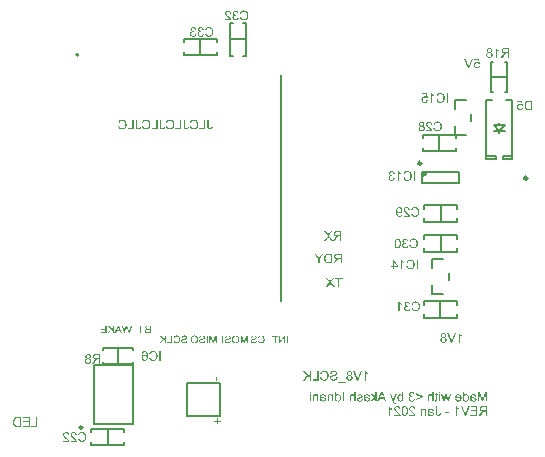
<source format=gbo>
G04*
G04 #@! TF.GenerationSoftware,Altium Limited,Altium Designer,21.0.8 (223)*
G04*
G04 Layer_Color=32896*
%FSLAX44Y44*%
%MOMM*%
G71*
G04*
G04 #@! TF.SameCoordinates,FEFD6B0F-C875-4ADE-8CDF-9C75FE8239C7*
G04*
G04*
G04 #@! TF.FilePolarity,Positive*
G04*
G01*
G75*
%ADD10C,0.2500*%
%ADD11C,0.2000*%
%ADD12C,0.1500*%
%ADD13C,0.1270*%
%ADD74C,0.2540*%
G36*
X98800Y11160D02*
Y14160D01*
X101800D01*
X102300Y14660D01*
Y13160D01*
X101300Y12160D01*
X98800Y11160D01*
D02*
G37*
G36*
X-94640Y59200D02*
X-94446Y59191D01*
X-94085Y59129D01*
X-93909Y59094D01*
X-93750Y59050D01*
X-93591Y59006D01*
X-93450Y58962D01*
X-93327Y58917D01*
X-93212Y58873D01*
X-93106Y58829D01*
X-93027Y58794D01*
X-92957Y58759D01*
X-92913Y58732D01*
X-92877Y58724D01*
X-92868Y58715D01*
X-92710Y58618D01*
X-92551Y58512D01*
X-92410Y58397D01*
X-92278Y58283D01*
X-92155Y58159D01*
X-92040Y58045D01*
X-91943Y57922D01*
X-91846Y57816D01*
X-91767Y57701D01*
X-91696Y57604D01*
X-91635Y57516D01*
X-91582Y57437D01*
X-91546Y57366D01*
X-91520Y57322D01*
X-91502Y57287D01*
X-91494Y57278D01*
X-91405Y57102D01*
X-91335Y56908D01*
X-91273Y56723D01*
X-91212Y56538D01*
X-91123Y56159D01*
X-91097Y55982D01*
X-91070Y55815D01*
X-91053Y55656D01*
X-91035Y55515D01*
X-91026Y55383D01*
X-91018Y55269D01*
X-91009Y55181D01*
Y55110D01*
Y55075D01*
Y55057D01*
X-91018Y54845D01*
X-91026Y54634D01*
X-91079Y54229D01*
X-91106Y54035D01*
X-91141Y53858D01*
X-91185Y53691D01*
X-91220Y53532D01*
X-91264Y53391D01*
X-91300Y53259D01*
X-91335Y53153D01*
X-91370Y53056D01*
X-91397Y52986D01*
X-91414Y52924D01*
X-91423Y52889D01*
X-91432Y52880D01*
X-91520Y52695D01*
X-91608Y52519D01*
X-91705Y52360D01*
X-91811Y52210D01*
X-91917Y52069D01*
X-92014Y51946D01*
X-92119Y51831D01*
X-92216Y51725D01*
X-92313Y51628D01*
X-92401Y51549D01*
X-92481Y51487D01*
X-92551Y51426D01*
X-92604Y51382D01*
X-92648Y51355D01*
X-92675Y51338D01*
X-92683Y51329D01*
X-92842Y51232D01*
X-93010Y51153D01*
X-93186Y51082D01*
X-93371Y51020D01*
X-93547Y50976D01*
X-93723Y50932D01*
X-93900Y50897D01*
X-94067Y50870D01*
X-94226Y50844D01*
X-94367Y50826D01*
X-94499Y50818D01*
X-94605Y50809D01*
X-94702Y50800D01*
X-94825D01*
X-95063Y50809D01*
X-95283Y50826D01*
X-95495Y50862D01*
X-95698Y50906D01*
X-95892Y50959D01*
X-96068Y51020D01*
X-96227Y51082D01*
X-96376Y51144D01*
X-96517Y51205D01*
X-96632Y51267D01*
X-96738Y51329D01*
X-96817Y51382D01*
X-96888Y51426D01*
X-96932Y51461D01*
X-96967Y51479D01*
X-96976Y51487D01*
X-97134Y51628D01*
X-97284Y51778D01*
X-97416Y51937D01*
X-97540Y52096D01*
X-97654Y52263D01*
X-97751Y52439D01*
X-97839Y52598D01*
X-97919Y52765D01*
X-97989Y52915D01*
X-98042Y53056D01*
X-98095Y53189D01*
X-98130Y53294D01*
X-98166Y53391D01*
X-98183Y53453D01*
X-98201Y53497D01*
Y53515D01*
X-97126Y53788D01*
X-97081Y53603D01*
X-97020Y53426D01*
X-96958Y53259D01*
X-96896Y53109D01*
X-96826Y52968D01*
X-96755Y52845D01*
X-96685Y52730D01*
X-96614Y52625D01*
X-96544Y52536D01*
X-96482Y52457D01*
X-96420Y52386D01*
X-96376Y52334D01*
X-96332Y52290D01*
X-96297Y52263D01*
X-96279Y52245D01*
X-96271Y52237D01*
X-96147Y52148D01*
X-96024Y52069D01*
X-95900Y51999D01*
X-95768Y51937D01*
X-95636Y51884D01*
X-95513Y51840D01*
X-95266Y51778D01*
X-95160Y51761D01*
X-95054Y51743D01*
X-94966Y51734D01*
X-94887Y51725D01*
X-94825Y51717D01*
X-94737D01*
X-94596Y51725D01*
X-94464Y51734D01*
X-94208Y51778D01*
X-93970Y51840D01*
X-93767Y51911D01*
X-93679Y51946D01*
X-93600Y51972D01*
X-93530Y52007D01*
X-93468Y52034D01*
X-93415Y52060D01*
X-93380Y52078D01*
X-93362Y52096D01*
X-93353D01*
X-93239Y52175D01*
X-93133Y52254D01*
X-92939Y52439D01*
X-92780Y52625D01*
X-92648Y52818D01*
X-92551Y52986D01*
X-92507Y53056D01*
X-92472Y53127D01*
X-92454Y53180D01*
X-92437Y53215D01*
X-92419Y53241D01*
Y53250D01*
X-92322Y53550D01*
X-92243Y53858D01*
X-92190Y54167D01*
X-92172Y54308D01*
X-92155Y54449D01*
X-92146Y54581D01*
X-92137Y54696D01*
X-92128Y54802D01*
Y54890D01*
X-92119Y54969D01*
Y55022D01*
Y55057D01*
Y55066D01*
X-92128Y55366D01*
X-92155Y55648D01*
X-92199Y55912D01*
X-92216Y56035D01*
X-92243Y56150D01*
X-92269Y56247D01*
X-92287Y56344D01*
X-92313Y56423D01*
X-92331Y56494D01*
X-92340Y56547D01*
X-92357Y56591D01*
X-92366Y56617D01*
Y56626D01*
X-92481Y56899D01*
X-92613Y57137D01*
X-92754Y57340D01*
X-92833Y57428D01*
X-92904Y57516D01*
X-92974Y57587D01*
X-93036Y57648D01*
X-93098Y57710D01*
X-93142Y57754D01*
X-93186Y57789D01*
X-93221Y57816D01*
X-93239Y57825D01*
X-93247Y57833D01*
X-93371Y57913D01*
X-93494Y57983D01*
X-93626Y58045D01*
X-93759Y58098D01*
X-94023Y58177D01*
X-94279Y58239D01*
X-94384Y58257D01*
X-94490Y58265D01*
X-94587Y58274D01*
X-94667Y58283D01*
X-94737Y58292D01*
X-94975D01*
X-95116Y58274D01*
X-95380Y58230D01*
X-95610Y58159D01*
X-95707Y58124D01*
X-95803Y58089D01*
X-95892Y58054D01*
X-95962Y58018D01*
X-96024Y57983D01*
X-96077Y57948D01*
X-96121Y57922D01*
X-96147Y57904D01*
X-96165Y57895D01*
X-96174Y57886D01*
X-96271Y57807D01*
X-96368Y57719D01*
X-96526Y57516D01*
X-96676Y57296D01*
X-96791Y57084D01*
X-96879Y56890D01*
X-96923Y56811D01*
X-96949Y56740D01*
X-96976Y56679D01*
X-96985Y56626D01*
X-97002Y56599D01*
Y56591D01*
X-98060Y56838D01*
X-97989Y57040D01*
X-97910Y57234D01*
X-97831Y57419D01*
X-97734Y57587D01*
X-97646Y57745D01*
X-97549Y57886D01*
X-97452Y58018D01*
X-97355Y58133D01*
X-97258Y58239D01*
X-97178Y58327D01*
X-97099Y58406D01*
X-97029Y58468D01*
X-96976Y58521D01*
X-96932Y58556D01*
X-96905Y58574D01*
X-96896Y58583D01*
X-96738Y58697D01*
X-96570Y58785D01*
X-96403Y58873D01*
X-96227Y58944D01*
X-96050Y59006D01*
X-95883Y59058D01*
X-95715Y59094D01*
X-95557Y59129D01*
X-95407Y59156D01*
X-95275Y59173D01*
X-95151Y59191D01*
X-95045Y59200D01*
X-94957Y59208D01*
X-94843D01*
X-94640Y59200D01*
D02*
G37*
G36*
X-114850D02*
X-114656Y59191D01*
X-114295Y59129D01*
X-114119Y59094D01*
X-113960Y59050D01*
X-113801Y59006D01*
X-113660Y58962D01*
X-113537Y58917D01*
X-113422Y58873D01*
X-113316Y58829D01*
X-113237Y58794D01*
X-113167Y58759D01*
X-113123Y58732D01*
X-113087Y58724D01*
X-113079Y58715D01*
X-112920Y58618D01*
X-112761Y58512D01*
X-112620Y58397D01*
X-112488Y58283D01*
X-112365Y58159D01*
X-112250Y58045D01*
X-112153Y57922D01*
X-112056Y57816D01*
X-111977Y57701D01*
X-111906Y57604D01*
X-111845Y57516D01*
X-111792Y57437D01*
X-111756Y57366D01*
X-111730Y57322D01*
X-111712Y57287D01*
X-111704Y57278D01*
X-111615Y57102D01*
X-111545Y56908D01*
X-111483Y56723D01*
X-111422Y56538D01*
X-111333Y56159D01*
X-111307Y55982D01*
X-111280Y55815D01*
X-111263Y55656D01*
X-111245Y55515D01*
X-111236Y55383D01*
X-111228Y55269D01*
X-111219Y55181D01*
Y55110D01*
Y55075D01*
Y55057D01*
X-111228Y54845D01*
X-111236Y54634D01*
X-111289Y54229D01*
X-111316Y54035D01*
X-111351Y53858D01*
X-111395Y53691D01*
X-111430Y53532D01*
X-111475Y53391D01*
X-111510Y53259D01*
X-111545Y53153D01*
X-111580Y53056D01*
X-111607Y52986D01*
X-111624Y52924D01*
X-111633Y52889D01*
X-111642Y52880D01*
X-111730Y52695D01*
X-111818Y52519D01*
X-111915Y52360D01*
X-112021Y52210D01*
X-112127Y52069D01*
X-112224Y51946D01*
X-112329Y51831D01*
X-112426Y51725D01*
X-112523Y51628D01*
X-112611Y51549D01*
X-112691Y51487D01*
X-112761Y51426D01*
X-112814Y51382D01*
X-112858Y51355D01*
X-112885Y51338D01*
X-112893Y51329D01*
X-113052Y51232D01*
X-113220Y51153D01*
X-113396Y51082D01*
X-113581Y51020D01*
X-113757Y50976D01*
X-113933Y50932D01*
X-114110Y50897D01*
X-114277Y50870D01*
X-114436Y50844D01*
X-114577Y50826D01*
X-114709Y50818D01*
X-114815Y50809D01*
X-114912Y50800D01*
X-115035D01*
X-115273Y50809D01*
X-115493Y50826D01*
X-115705Y50862D01*
X-115908Y50906D01*
X-116102Y50959D01*
X-116278Y51020D01*
X-116437Y51082D01*
X-116587Y51144D01*
X-116728Y51205D01*
X-116842Y51267D01*
X-116948Y51329D01*
X-117027Y51382D01*
X-117098Y51426D01*
X-117142Y51461D01*
X-117177Y51479D01*
X-117186Y51487D01*
X-117344Y51628D01*
X-117494Y51778D01*
X-117626Y51937D01*
X-117750Y52096D01*
X-117865Y52263D01*
X-117961Y52439D01*
X-118049Y52598D01*
X-118129Y52765D01*
X-118199Y52915D01*
X-118252Y53056D01*
X-118305Y53189D01*
X-118340Y53294D01*
X-118376Y53391D01*
X-118393Y53453D01*
X-118411Y53497D01*
Y53515D01*
X-117336Y53788D01*
X-117292Y53603D01*
X-117230Y53426D01*
X-117168Y53259D01*
X-117107Y53109D01*
X-117036Y52968D01*
X-116966Y52845D01*
X-116895Y52730D01*
X-116824Y52625D01*
X-116754Y52536D01*
X-116692Y52457D01*
X-116630Y52386D01*
X-116587Y52334D01*
X-116542Y52290D01*
X-116507Y52263D01*
X-116489Y52245D01*
X-116481Y52237D01*
X-116357Y52148D01*
X-116234Y52069D01*
X-116110Y51999D01*
X-115978Y51937D01*
X-115846Y51884D01*
X-115723Y51840D01*
X-115476Y51778D01*
X-115370Y51761D01*
X-115264Y51743D01*
X-115176Y51734D01*
X-115097Y51725D01*
X-115035Y51717D01*
X-114947D01*
X-114806Y51725D01*
X-114674Y51734D01*
X-114418Y51778D01*
X-114180Y51840D01*
X-113978Y51911D01*
X-113889Y51946D01*
X-113810Y51972D01*
X-113740Y52007D01*
X-113678Y52034D01*
X-113625Y52060D01*
X-113590Y52078D01*
X-113572Y52096D01*
X-113563D01*
X-113449Y52175D01*
X-113343Y52254D01*
X-113149Y52439D01*
X-112990Y52625D01*
X-112858Y52818D01*
X-112761Y52986D01*
X-112717Y53056D01*
X-112682Y53127D01*
X-112664Y53180D01*
X-112647Y53215D01*
X-112629Y53241D01*
Y53250D01*
X-112532Y53550D01*
X-112453Y53858D01*
X-112400Y54167D01*
X-112382Y54308D01*
X-112365Y54449D01*
X-112356Y54581D01*
X-112347Y54696D01*
X-112338Y54802D01*
Y54890D01*
X-112329Y54969D01*
Y55022D01*
Y55057D01*
Y55066D01*
X-112338Y55366D01*
X-112365Y55648D01*
X-112409Y55912D01*
X-112426Y56035D01*
X-112453Y56150D01*
X-112479Y56247D01*
X-112497Y56344D01*
X-112523Y56423D01*
X-112541Y56494D01*
X-112550Y56547D01*
X-112567Y56591D01*
X-112576Y56617D01*
Y56626D01*
X-112691Y56899D01*
X-112823Y57137D01*
X-112964Y57340D01*
X-113043Y57428D01*
X-113114Y57516D01*
X-113184Y57587D01*
X-113246Y57648D01*
X-113308Y57710D01*
X-113352Y57754D01*
X-113396Y57789D01*
X-113431Y57816D01*
X-113449Y57825D01*
X-113458Y57833D01*
X-113581Y57913D01*
X-113704Y57983D01*
X-113837Y58045D01*
X-113969Y58098D01*
X-114233Y58177D01*
X-114489Y58239D01*
X-114594Y58257D01*
X-114700Y58265D01*
X-114797Y58274D01*
X-114877Y58283D01*
X-114947Y58292D01*
X-115185D01*
X-115326Y58274D01*
X-115590Y58230D01*
X-115820Y58159D01*
X-115917Y58124D01*
X-116014Y58089D01*
X-116102Y58054D01*
X-116172Y58018D01*
X-116234Y57983D01*
X-116287Y57948D01*
X-116331Y57922D01*
X-116357Y57904D01*
X-116375Y57895D01*
X-116384Y57886D01*
X-116481Y57807D01*
X-116578Y57719D01*
X-116736Y57516D01*
X-116886Y57296D01*
X-117001Y57084D01*
X-117089Y56890D01*
X-117133Y56811D01*
X-117159Y56740D01*
X-117186Y56679D01*
X-117195Y56626D01*
X-117212Y56599D01*
Y56591D01*
X-118270Y56838D01*
X-118199Y57040D01*
X-118120Y57234D01*
X-118041Y57419D01*
X-117944Y57587D01*
X-117856Y57745D01*
X-117759Y57886D01*
X-117662Y58018D01*
X-117565Y58133D01*
X-117468Y58239D01*
X-117388Y58327D01*
X-117309Y58406D01*
X-117239Y58468D01*
X-117186Y58521D01*
X-117142Y58556D01*
X-117115Y58574D01*
X-117107Y58583D01*
X-116948Y58697D01*
X-116780Y58785D01*
X-116613Y58873D01*
X-116437Y58944D01*
X-116260Y59006D01*
X-116093Y59058D01*
X-115925Y59094D01*
X-115767Y59129D01*
X-115617Y59156D01*
X-115485Y59173D01*
X-115361Y59191D01*
X-115256Y59200D01*
X-115167Y59208D01*
X-115053D01*
X-114850Y59200D01*
D02*
G37*
G36*
X-135060D02*
X-134866Y59191D01*
X-134505Y59129D01*
X-134329Y59094D01*
X-134170Y59050D01*
X-134011Y59006D01*
X-133870Y58962D01*
X-133747Y58917D01*
X-133632Y58873D01*
X-133527Y58829D01*
X-133447Y58794D01*
X-133377Y58759D01*
X-133333Y58732D01*
X-133297Y58724D01*
X-133289Y58715D01*
X-133130Y58618D01*
X-132971Y58512D01*
X-132830Y58397D01*
X-132698Y58283D01*
X-132575Y58159D01*
X-132460Y58045D01*
X-132363Y57922D01*
X-132266Y57816D01*
X-132187Y57701D01*
X-132116Y57604D01*
X-132055Y57516D01*
X-132002Y57437D01*
X-131966Y57366D01*
X-131940Y57322D01*
X-131923Y57287D01*
X-131914Y57278D01*
X-131826Y57102D01*
X-131755Y56908D01*
X-131693Y56723D01*
X-131632Y56538D01*
X-131544Y56159D01*
X-131517Y55982D01*
X-131491Y55815D01*
X-131473Y55656D01*
X-131455Y55515D01*
X-131447Y55383D01*
X-131438Y55269D01*
X-131429Y55181D01*
Y55110D01*
Y55075D01*
Y55057D01*
X-131438Y54845D01*
X-131447Y54634D01*
X-131499Y54229D01*
X-131526Y54035D01*
X-131561Y53858D01*
X-131605Y53691D01*
X-131640Y53532D01*
X-131685Y53391D01*
X-131720Y53259D01*
X-131755Y53153D01*
X-131790Y53056D01*
X-131817Y52986D01*
X-131834Y52924D01*
X-131843Y52889D01*
X-131852Y52880D01*
X-131940Y52695D01*
X-132028Y52519D01*
X-132125Y52360D01*
X-132231Y52210D01*
X-132337Y52069D01*
X-132434Y51946D01*
X-132539Y51831D01*
X-132636Y51725D01*
X-132733Y51628D01*
X-132822Y51549D01*
X-132901Y51487D01*
X-132971Y51426D01*
X-133024Y51382D01*
X-133068Y51355D01*
X-133095Y51338D01*
X-133104Y51329D01*
X-133262Y51232D01*
X-133430Y51153D01*
X-133606Y51082D01*
X-133791Y51020D01*
X-133967Y50976D01*
X-134143Y50932D01*
X-134320Y50897D01*
X-134487Y50870D01*
X-134646Y50844D01*
X-134787Y50826D01*
X-134919Y50818D01*
X-135025Y50809D01*
X-135122Y50800D01*
X-135245D01*
X-135483Y50809D01*
X-135704Y50826D01*
X-135915Y50862D01*
X-136118Y50906D01*
X-136312Y50959D01*
X-136488Y51020D01*
X-136647Y51082D01*
X-136797Y51144D01*
X-136938Y51205D01*
X-137052Y51267D01*
X-137158Y51329D01*
X-137237Y51382D01*
X-137308Y51426D01*
X-137352Y51461D01*
X-137387Y51479D01*
X-137396Y51487D01*
X-137555Y51628D01*
X-137704Y51778D01*
X-137837Y51937D01*
X-137960Y52096D01*
X-138075Y52263D01*
X-138172Y52439D01*
X-138260Y52598D01*
X-138339Y52765D01*
X-138409Y52915D01*
X-138462Y53056D01*
X-138515Y53189D01*
X-138550Y53294D01*
X-138586Y53391D01*
X-138603Y53453D01*
X-138621Y53497D01*
Y53515D01*
X-137546Y53788D01*
X-137502Y53603D01*
X-137440Y53426D01*
X-137378Y53259D01*
X-137317Y53109D01*
X-137246Y52968D01*
X-137176Y52845D01*
X-137105Y52730D01*
X-137035Y52625D01*
X-136964Y52536D01*
X-136902Y52457D01*
X-136841Y52386D01*
X-136797Y52334D01*
X-136752Y52290D01*
X-136717Y52263D01*
X-136699Y52245D01*
X-136691Y52237D01*
X-136567Y52148D01*
X-136444Y52069D01*
X-136321Y51999D01*
X-136188Y51937D01*
X-136056Y51884D01*
X-135933Y51840D01*
X-135686Y51778D01*
X-135580Y51761D01*
X-135474Y51743D01*
X-135386Y51734D01*
X-135307Y51725D01*
X-135245Y51717D01*
X-135157D01*
X-135016Y51725D01*
X-134884Y51734D01*
X-134628Y51778D01*
X-134390Y51840D01*
X-134188Y51911D01*
X-134100Y51946D01*
X-134020Y51972D01*
X-133950Y52007D01*
X-133888Y52034D01*
X-133835Y52060D01*
X-133800Y52078D01*
X-133782Y52096D01*
X-133773D01*
X-133659Y52175D01*
X-133553Y52254D01*
X-133359Y52439D01*
X-133201Y52625D01*
X-133068Y52818D01*
X-132971Y52986D01*
X-132927Y53056D01*
X-132892Y53127D01*
X-132874Y53180D01*
X-132857Y53215D01*
X-132839Y53241D01*
Y53250D01*
X-132742Y53550D01*
X-132663Y53858D01*
X-132610Y54167D01*
X-132592Y54308D01*
X-132575Y54449D01*
X-132566Y54581D01*
X-132557Y54696D01*
X-132548Y54802D01*
Y54890D01*
X-132539Y54969D01*
Y55022D01*
Y55057D01*
Y55066D01*
X-132548Y55366D01*
X-132575Y55648D01*
X-132619Y55912D01*
X-132636Y56035D01*
X-132663Y56150D01*
X-132689Y56247D01*
X-132707Y56344D01*
X-132733Y56423D01*
X-132751Y56494D01*
X-132760Y56547D01*
X-132777Y56591D01*
X-132786Y56617D01*
Y56626D01*
X-132901Y56899D01*
X-133033Y57137D01*
X-133174Y57340D01*
X-133253Y57428D01*
X-133324Y57516D01*
X-133394Y57587D01*
X-133456Y57648D01*
X-133518Y57710D01*
X-133562Y57754D01*
X-133606Y57789D01*
X-133641Y57816D01*
X-133659Y57825D01*
X-133668Y57833D01*
X-133791Y57913D01*
X-133914Y57983D01*
X-134047Y58045D01*
X-134179Y58098D01*
X-134443Y58177D01*
X-134699Y58239D01*
X-134805Y58257D01*
X-134910Y58265D01*
X-135007Y58274D01*
X-135087Y58283D01*
X-135157Y58292D01*
X-135395D01*
X-135536Y58274D01*
X-135801Y58230D01*
X-136030Y58159D01*
X-136127Y58124D01*
X-136224Y58089D01*
X-136312Y58054D01*
X-136382Y58018D01*
X-136444Y57983D01*
X-136497Y57948D01*
X-136541Y57922D01*
X-136567Y57904D01*
X-136585Y57895D01*
X-136594Y57886D01*
X-136691Y57807D01*
X-136788Y57719D01*
X-136946Y57516D01*
X-137096Y57296D01*
X-137211Y57084D01*
X-137299Y56890D01*
X-137343Y56811D01*
X-137369Y56740D01*
X-137396Y56679D01*
X-137405Y56626D01*
X-137422Y56599D01*
Y56591D01*
X-138480Y56838D01*
X-138409Y57040D01*
X-138330Y57234D01*
X-138251Y57419D01*
X-138154Y57587D01*
X-138066Y57745D01*
X-137969Y57886D01*
X-137872Y58018D01*
X-137775Y58133D01*
X-137678Y58239D01*
X-137599Y58327D01*
X-137519Y58406D01*
X-137449Y58468D01*
X-137396Y58521D01*
X-137352Y58556D01*
X-137325Y58574D01*
X-137317Y58583D01*
X-137158Y58697D01*
X-136990Y58785D01*
X-136823Y58873D01*
X-136647Y58944D01*
X-136470Y59006D01*
X-136303Y59058D01*
X-136136Y59094D01*
X-135977Y59129D01*
X-135827Y59156D01*
X-135695Y59173D01*
X-135571Y59191D01*
X-135466Y59200D01*
X-135378Y59208D01*
X-135263D01*
X-135060Y59200D01*
D02*
G37*
G36*
X-155270D02*
X-155076Y59191D01*
X-154715Y59129D01*
X-154539Y59094D01*
X-154380Y59050D01*
X-154221Y59006D01*
X-154080Y58962D01*
X-153957Y58917D01*
X-153842Y58873D01*
X-153737Y58829D01*
X-153657Y58794D01*
X-153587Y58759D01*
X-153543Y58732D01*
X-153507Y58724D01*
X-153499Y58715D01*
X-153340Y58618D01*
X-153181Y58512D01*
X-153040Y58397D01*
X-152908Y58283D01*
X-152785Y58159D01*
X-152670Y58045D01*
X-152573Y57922D01*
X-152476Y57816D01*
X-152397Y57701D01*
X-152326Y57604D01*
X-152265Y57516D01*
X-152212Y57437D01*
X-152177Y57366D01*
X-152150Y57322D01*
X-152133Y57287D01*
X-152124Y57278D01*
X-152036Y57102D01*
X-151965Y56908D01*
X-151903Y56723D01*
X-151842Y56538D01*
X-151754Y56159D01*
X-151727Y55982D01*
X-151701Y55815D01*
X-151683Y55656D01*
X-151665Y55515D01*
X-151657Y55383D01*
X-151648Y55269D01*
X-151639Y55181D01*
Y55110D01*
Y55075D01*
Y55057D01*
X-151648Y54845D01*
X-151657Y54634D01*
X-151709Y54229D01*
X-151736Y54035D01*
X-151771Y53858D01*
X-151815Y53691D01*
X-151851Y53532D01*
X-151895Y53391D01*
X-151930Y53259D01*
X-151965Y53153D01*
X-152000Y53056D01*
X-152027Y52986D01*
X-152044Y52924D01*
X-152053Y52889D01*
X-152062Y52880D01*
X-152150Y52695D01*
X-152238Y52519D01*
X-152335Y52360D01*
X-152441Y52210D01*
X-152547Y52069D01*
X-152644Y51946D01*
X-152750Y51831D01*
X-152846Y51725D01*
X-152943Y51628D01*
X-153032Y51549D01*
X-153111Y51487D01*
X-153181Y51426D01*
X-153234Y51382D01*
X-153278Y51355D01*
X-153305Y51338D01*
X-153314Y51329D01*
X-153472Y51232D01*
X-153640Y51153D01*
X-153816Y51082D01*
X-154001Y51020D01*
X-154177Y50976D01*
X-154354Y50932D01*
X-154530Y50897D01*
X-154697Y50870D01*
X-154856Y50844D01*
X-154997Y50826D01*
X-155129Y50818D01*
X-155235Y50809D01*
X-155332Y50800D01*
X-155455D01*
X-155693Y50809D01*
X-155914Y50826D01*
X-156125Y50862D01*
X-156328Y50906D01*
X-156522Y50959D01*
X-156698Y51020D01*
X-156857Y51082D01*
X-157007Y51144D01*
X-157148Y51205D01*
X-157262Y51267D01*
X-157368Y51329D01*
X-157447Y51382D01*
X-157518Y51426D01*
X-157562Y51461D01*
X-157597Y51479D01*
X-157606Y51487D01*
X-157765Y51628D01*
X-157914Y51778D01*
X-158047Y51937D01*
X-158170Y52096D01*
X-158285Y52263D01*
X-158382Y52439D01*
X-158470Y52598D01*
X-158549Y52765D01*
X-158619Y52915D01*
X-158672Y53056D01*
X-158725Y53189D01*
X-158760Y53294D01*
X-158796Y53391D01*
X-158813Y53453D01*
X-158831Y53497D01*
Y53515D01*
X-157756Y53788D01*
X-157712Y53603D01*
X-157650Y53426D01*
X-157588Y53259D01*
X-157527Y53109D01*
X-157456Y52968D01*
X-157386Y52845D01*
X-157315Y52730D01*
X-157245Y52625D01*
X-157174Y52536D01*
X-157112Y52457D01*
X-157051Y52386D01*
X-157007Y52334D01*
X-156962Y52290D01*
X-156927Y52263D01*
X-156910Y52245D01*
X-156901Y52237D01*
X-156777Y52148D01*
X-156654Y52069D01*
X-156531Y51999D01*
X-156398Y51937D01*
X-156266Y51884D01*
X-156143Y51840D01*
X-155896Y51778D01*
X-155790Y51761D01*
X-155684Y51743D01*
X-155596Y51734D01*
X-155517Y51725D01*
X-155455Y51717D01*
X-155367D01*
X-155226Y51725D01*
X-155094Y51734D01*
X-154838Y51778D01*
X-154600Y51840D01*
X-154398Y51911D01*
X-154310Y51946D01*
X-154230Y51972D01*
X-154160Y52007D01*
X-154098Y52034D01*
X-154045Y52060D01*
X-154010Y52078D01*
X-153992Y52096D01*
X-153983D01*
X-153869Y52175D01*
X-153763Y52254D01*
X-153569Y52439D01*
X-153411Y52625D01*
X-153278Y52818D01*
X-153181Y52986D01*
X-153137Y53056D01*
X-153102Y53127D01*
X-153084Y53180D01*
X-153067Y53215D01*
X-153049Y53241D01*
Y53250D01*
X-152952Y53550D01*
X-152873Y53858D01*
X-152820Y54167D01*
X-152802Y54308D01*
X-152785Y54449D01*
X-152776Y54581D01*
X-152767Y54696D01*
X-152758Y54802D01*
Y54890D01*
X-152750Y54969D01*
Y55022D01*
Y55057D01*
Y55066D01*
X-152758Y55366D01*
X-152785Y55648D01*
X-152829Y55912D01*
X-152846Y56035D01*
X-152873Y56150D01*
X-152899Y56247D01*
X-152917Y56344D01*
X-152943Y56423D01*
X-152961Y56494D01*
X-152970Y56547D01*
X-152987Y56591D01*
X-152996Y56617D01*
Y56626D01*
X-153111Y56899D01*
X-153243Y57137D01*
X-153384Y57340D01*
X-153463Y57428D01*
X-153534Y57516D01*
X-153604Y57587D01*
X-153666Y57648D01*
X-153728Y57710D01*
X-153772Y57754D01*
X-153816Y57789D01*
X-153851Y57816D01*
X-153869Y57825D01*
X-153878Y57833D01*
X-154001Y57913D01*
X-154124Y57983D01*
X-154257Y58045D01*
X-154389Y58098D01*
X-154653Y58177D01*
X-154909Y58239D01*
X-155015Y58257D01*
X-155120Y58265D01*
X-155217Y58274D01*
X-155297Y58283D01*
X-155367Y58292D01*
X-155605D01*
X-155746Y58274D01*
X-156011Y58230D01*
X-156240Y58159D01*
X-156337Y58124D01*
X-156434Y58089D01*
X-156522Y58054D01*
X-156592Y58018D01*
X-156654Y57983D01*
X-156707Y57948D01*
X-156751Y57922D01*
X-156777Y57904D01*
X-156795Y57895D01*
X-156804Y57886D01*
X-156901Y57807D01*
X-156998Y57719D01*
X-157156Y57516D01*
X-157306Y57296D01*
X-157421Y57084D01*
X-157509Y56890D01*
X-157553Y56811D01*
X-157579Y56740D01*
X-157606Y56679D01*
X-157615Y56626D01*
X-157632Y56599D01*
Y56591D01*
X-158690Y56838D01*
X-158619Y57040D01*
X-158540Y57234D01*
X-158461Y57419D01*
X-158364Y57587D01*
X-158276Y57745D01*
X-158179Y57886D01*
X-158082Y58018D01*
X-157985Y58133D01*
X-157888Y58239D01*
X-157809Y58327D01*
X-157729Y58406D01*
X-157659Y58468D01*
X-157606Y58521D01*
X-157562Y58556D01*
X-157535Y58574D01*
X-157527Y58583D01*
X-157368Y58697D01*
X-157200Y58785D01*
X-157033Y58873D01*
X-156857Y58944D01*
X-156680Y59006D01*
X-156513Y59058D01*
X-156346Y59094D01*
X-156187Y59129D01*
X-156037Y59156D01*
X-155905Y59173D01*
X-155781Y59191D01*
X-155676Y59200D01*
X-155588Y59208D01*
X-155473D01*
X-155270Y59200D01*
D02*
G37*
G36*
X-84954Y50932D02*
X-90039D01*
Y51893D01*
X-86029D01*
Y59067D01*
X-84954D01*
Y50932D01*
D02*
G37*
G36*
X-105164D02*
X-110249D01*
Y51893D01*
X-106239D01*
Y59067D01*
X-105164D01*
Y50932D01*
D02*
G37*
G36*
X-125374D02*
X-130459D01*
Y51893D01*
X-126449D01*
Y59067D01*
X-125374D01*
Y50932D01*
D02*
G37*
G36*
X-145584D02*
X-150669D01*
Y51893D01*
X-146659D01*
Y59067D01*
X-145584D01*
Y50932D01*
D02*
G37*
G36*
X-82169Y53462D02*
Y53338D01*
X-82160Y53215D01*
X-82151Y53012D01*
X-82133Y52836D01*
X-82116Y52695D01*
X-82089Y52589D01*
X-82072Y52510D01*
X-82063Y52466D01*
X-82054Y52448D01*
X-82001Y52334D01*
X-81939Y52237D01*
X-81869Y52148D01*
X-81807Y52078D01*
X-81737Y52025D01*
X-81693Y51981D01*
X-81657Y51955D01*
X-81640Y51946D01*
X-81525Y51884D01*
X-81411Y51840D01*
X-81296Y51805D01*
X-81181Y51787D01*
X-81084Y51769D01*
X-81014Y51761D01*
X-80943D01*
X-80750Y51778D01*
X-80582Y51814D01*
X-80432Y51866D01*
X-80309Y51928D01*
X-80212Y51990D01*
X-80141Y52043D01*
X-80097Y52078D01*
X-80080Y52096D01*
X-80027Y52166D01*
X-79974Y52245D01*
X-79930Y52342D01*
X-79895Y52439D01*
X-79833Y52651D01*
X-79789Y52862D01*
X-79762Y53056D01*
X-79754Y53144D01*
X-79745Y53224D01*
Y53285D01*
X-79736Y53330D01*
Y53365D01*
Y53374D01*
X-78766Y53233D01*
Y53012D01*
X-78784Y52810D01*
X-78811Y52616D01*
X-78837Y52439D01*
X-78881Y52272D01*
X-78925Y52122D01*
X-78978Y51990D01*
X-79022Y51866D01*
X-79075Y51761D01*
X-79128Y51664D01*
X-79172Y51584D01*
X-79216Y51523D01*
X-79251Y51470D01*
X-79278Y51435D01*
X-79295Y51417D01*
X-79304Y51408D01*
X-79419Y51302D01*
X-79542Y51205D01*
X-79665Y51126D01*
X-79806Y51056D01*
X-79939Y50994D01*
X-80080Y50950D01*
X-80212Y50906D01*
X-80344Y50879D01*
X-80468Y50853D01*
X-80582Y50835D01*
X-80688Y50818D01*
X-80776Y50809D01*
X-80847Y50800D01*
X-80952D01*
X-81217Y50809D01*
X-81455Y50844D01*
X-81666Y50888D01*
X-81851Y50950D01*
X-81931Y50976D01*
X-82001Y51003D01*
X-82063Y51020D01*
X-82107Y51047D01*
X-82151Y51064D01*
X-82177Y51082D01*
X-82195Y51091D01*
X-82204D01*
X-82389Y51214D01*
X-82556Y51347D01*
X-82689Y51487D01*
X-82794Y51620D01*
X-82882Y51743D01*
X-82944Y51849D01*
X-82962Y51884D01*
X-82979Y51911D01*
X-82988Y51928D01*
Y51937D01*
X-83032Y52052D01*
X-83076Y52166D01*
X-83138Y52422D01*
X-83182Y52686D01*
X-83209Y52942D01*
X-83226Y53056D01*
X-83235Y53171D01*
Y53268D01*
X-83244Y53356D01*
Y53426D01*
Y53479D01*
Y53515D01*
Y53524D01*
Y59067D01*
X-82169D01*
Y53462D01*
D02*
G37*
G36*
X-102379D02*
Y53338D01*
X-102370Y53215D01*
X-102361Y53012D01*
X-102343Y52836D01*
X-102326Y52695D01*
X-102299Y52589D01*
X-102282Y52510D01*
X-102273Y52466D01*
X-102264Y52448D01*
X-102211Y52334D01*
X-102149Y52237D01*
X-102079Y52148D01*
X-102017Y52078D01*
X-101947Y52025D01*
X-101903Y51981D01*
X-101867Y51955D01*
X-101850Y51946D01*
X-101735Y51884D01*
X-101621Y51840D01*
X-101506Y51805D01*
X-101391Y51787D01*
X-101294Y51769D01*
X-101224Y51761D01*
X-101153D01*
X-100960Y51778D01*
X-100792Y51814D01*
X-100642Y51866D01*
X-100519Y51928D01*
X-100422Y51990D01*
X-100351Y52043D01*
X-100307Y52078D01*
X-100290Y52096D01*
X-100237Y52166D01*
X-100184Y52245D01*
X-100140Y52342D01*
X-100105Y52439D01*
X-100043Y52651D01*
X-99999Y52862D01*
X-99972Y53056D01*
X-99964Y53144D01*
X-99955Y53224D01*
Y53285D01*
X-99946Y53330D01*
Y53365D01*
Y53374D01*
X-98976Y53233D01*
Y53012D01*
X-98994Y52810D01*
X-99021Y52616D01*
X-99047Y52439D01*
X-99091Y52272D01*
X-99135Y52122D01*
X-99188Y51990D01*
X-99232Y51866D01*
X-99285Y51761D01*
X-99338Y51664D01*
X-99382Y51584D01*
X-99426Y51523D01*
X-99461Y51470D01*
X-99488Y51435D01*
X-99505Y51417D01*
X-99514Y51408D01*
X-99629Y51302D01*
X-99752Y51205D01*
X-99875Y51126D01*
X-100016Y51056D01*
X-100149Y50994D01*
X-100290Y50950D01*
X-100422Y50906D01*
X-100554Y50879D01*
X-100677Y50853D01*
X-100792Y50835D01*
X-100898Y50818D01*
X-100986Y50809D01*
X-101056Y50800D01*
X-101162D01*
X-101427Y50809D01*
X-101665Y50844D01*
X-101876Y50888D01*
X-102061Y50950D01*
X-102141Y50976D01*
X-102211Y51003D01*
X-102273Y51020D01*
X-102317Y51047D01*
X-102361Y51064D01*
X-102387Y51082D01*
X-102405Y51091D01*
X-102414D01*
X-102599Y51214D01*
X-102766Y51347D01*
X-102899Y51487D01*
X-103004Y51620D01*
X-103092Y51743D01*
X-103154Y51849D01*
X-103172Y51884D01*
X-103189Y51911D01*
X-103198Y51928D01*
Y51937D01*
X-103242Y52052D01*
X-103286Y52166D01*
X-103348Y52422D01*
X-103392Y52686D01*
X-103419Y52942D01*
X-103436Y53056D01*
X-103445Y53171D01*
Y53268D01*
X-103454Y53356D01*
Y53426D01*
Y53479D01*
Y53515D01*
Y53524D01*
Y59067D01*
X-102379D01*
Y53462D01*
D02*
G37*
G36*
X-122589D02*
Y53338D01*
X-122580Y53215D01*
X-122571Y53012D01*
X-122553Y52836D01*
X-122536Y52695D01*
X-122509Y52589D01*
X-122492Y52510D01*
X-122483Y52466D01*
X-122474Y52448D01*
X-122421Y52334D01*
X-122360Y52237D01*
X-122289Y52148D01*
X-122227Y52078D01*
X-122157Y52025D01*
X-122113Y51981D01*
X-122078Y51955D01*
X-122060Y51946D01*
X-121945Y51884D01*
X-121831Y51840D01*
X-121716Y51805D01*
X-121601Y51787D01*
X-121505Y51769D01*
X-121434Y51761D01*
X-121363D01*
X-121170Y51778D01*
X-121002Y51814D01*
X-120852Y51866D01*
X-120729Y51928D01*
X-120632Y51990D01*
X-120562Y52043D01*
X-120517Y52078D01*
X-120500Y52096D01*
X-120447Y52166D01*
X-120394Y52245D01*
X-120350Y52342D01*
X-120315Y52439D01*
X-120253Y52651D01*
X-120209Y52862D01*
X-120183Y53056D01*
X-120174Y53144D01*
X-120165Y53224D01*
Y53285D01*
X-120156Y53330D01*
Y53365D01*
Y53374D01*
X-119186Y53233D01*
Y53012D01*
X-119204Y52810D01*
X-119231Y52616D01*
X-119257Y52439D01*
X-119301Y52272D01*
X-119345Y52122D01*
X-119398Y51990D01*
X-119442Y51866D01*
X-119495Y51761D01*
X-119548Y51664D01*
X-119592Y51584D01*
X-119636Y51523D01*
X-119671Y51470D01*
X-119698Y51435D01*
X-119715Y51417D01*
X-119724Y51408D01*
X-119839Y51302D01*
X-119962Y51205D01*
X-120085Y51126D01*
X-120227Y51056D01*
X-120359Y50994D01*
X-120500Y50950D01*
X-120632Y50906D01*
X-120764Y50879D01*
X-120888Y50853D01*
X-121002Y50835D01*
X-121108Y50818D01*
X-121196Y50809D01*
X-121267Y50800D01*
X-121372D01*
X-121637Y50809D01*
X-121875Y50844D01*
X-122086Y50888D01*
X-122271Y50950D01*
X-122351Y50976D01*
X-122421Y51003D01*
X-122483Y51020D01*
X-122527Y51047D01*
X-122571Y51064D01*
X-122598Y51082D01*
X-122615Y51091D01*
X-122624D01*
X-122809Y51214D01*
X-122977Y51347D01*
X-123109Y51487D01*
X-123214Y51620D01*
X-123303Y51743D01*
X-123364Y51849D01*
X-123382Y51884D01*
X-123399Y51911D01*
X-123408Y51928D01*
Y51937D01*
X-123452Y52052D01*
X-123497Y52166D01*
X-123558Y52422D01*
X-123602Y52686D01*
X-123629Y52942D01*
X-123646Y53056D01*
X-123655Y53171D01*
Y53268D01*
X-123664Y53356D01*
Y53426D01*
Y53479D01*
Y53515D01*
Y53524D01*
Y59067D01*
X-122589D01*
Y53462D01*
D02*
G37*
G36*
X-142799D02*
Y53338D01*
X-142790Y53215D01*
X-142781Y53012D01*
X-142763Y52836D01*
X-142746Y52695D01*
X-142719Y52589D01*
X-142702Y52510D01*
X-142693Y52466D01*
X-142684Y52448D01*
X-142631Y52334D01*
X-142570Y52237D01*
X-142499Y52148D01*
X-142437Y52078D01*
X-142367Y52025D01*
X-142323Y51981D01*
X-142288Y51955D01*
X-142270Y51946D01*
X-142155Y51884D01*
X-142041Y51840D01*
X-141926Y51805D01*
X-141812Y51787D01*
X-141715Y51769D01*
X-141644Y51761D01*
X-141574D01*
X-141380Y51778D01*
X-141212Y51814D01*
X-141062Y51866D01*
X-140939Y51928D01*
X-140842Y51990D01*
X-140772Y52043D01*
X-140728Y52078D01*
X-140710Y52096D01*
X-140657Y52166D01*
X-140604Y52245D01*
X-140560Y52342D01*
X-140525Y52439D01*
X-140463Y52651D01*
X-140419Y52862D01*
X-140393Y53056D01*
X-140384Y53144D01*
X-140375Y53224D01*
Y53285D01*
X-140366Y53330D01*
Y53365D01*
Y53374D01*
X-139397Y53233D01*
Y53012D01*
X-139414Y52810D01*
X-139441Y52616D01*
X-139467Y52439D01*
X-139511Y52272D01*
X-139555Y52122D01*
X-139608Y51990D01*
X-139652Y51866D01*
X-139705Y51761D01*
X-139758Y51664D01*
X-139802Y51584D01*
X-139846Y51523D01*
X-139881Y51470D01*
X-139908Y51435D01*
X-139925Y51417D01*
X-139934Y51408D01*
X-140049Y51302D01*
X-140172Y51205D01*
X-140296Y51126D01*
X-140437Y51056D01*
X-140569Y50994D01*
X-140710Y50950D01*
X-140842Y50906D01*
X-140974Y50879D01*
X-141098Y50853D01*
X-141212Y50835D01*
X-141318Y50818D01*
X-141406Y50809D01*
X-141477Y50800D01*
X-141582D01*
X-141847Y50809D01*
X-142085Y50844D01*
X-142296Y50888D01*
X-142481Y50950D01*
X-142561Y50976D01*
X-142631Y51003D01*
X-142693Y51020D01*
X-142737Y51047D01*
X-142781Y51064D01*
X-142808Y51082D01*
X-142825Y51091D01*
X-142834D01*
X-143019Y51214D01*
X-143187Y51347D01*
X-143319Y51487D01*
X-143425Y51620D01*
X-143513Y51743D01*
X-143574Y51849D01*
X-143592Y51884D01*
X-143610Y51911D01*
X-143618Y51928D01*
Y51937D01*
X-143663Y52052D01*
X-143707Y52166D01*
X-143768Y52422D01*
X-143812Y52686D01*
X-143839Y52942D01*
X-143856Y53056D01*
X-143865Y53171D01*
Y53268D01*
X-143874Y53356D01*
Y53426D01*
Y53479D01*
Y53515D01*
Y53524D01*
Y59067D01*
X-142799D01*
Y53462D01*
D02*
G37*
G36*
X113964Y-172463D02*
X112968D01*
Y-171325D01*
X113964D01*
Y-172463D01*
D02*
G37*
G36*
X4364D02*
X3368D01*
Y-171325D01*
X4364D01*
Y-172463D01*
D02*
G37*
G36*
X90096Y-171308D02*
X90264Y-171325D01*
X90422Y-171352D01*
X90581Y-171387D01*
X90722Y-171431D01*
X90854Y-171475D01*
X90977Y-171528D01*
X91083Y-171572D01*
X91189Y-171625D01*
X91277Y-171678D01*
X91348Y-171722D01*
X91418Y-171766D01*
X91462Y-171801D01*
X91506Y-171828D01*
X91524Y-171845D01*
X91533Y-171854D01*
X91647Y-171960D01*
X91753Y-172083D01*
X91850Y-172207D01*
X91938Y-172330D01*
X92017Y-172463D01*
X92079Y-172586D01*
X92194Y-172841D01*
X92238Y-172956D01*
X92273Y-173062D01*
X92299Y-173159D01*
X92326Y-173238D01*
X92344Y-173309D01*
X92352Y-173361D01*
X92361Y-173397D01*
Y-173406D01*
X91365Y-173582D01*
X91312Y-173326D01*
X91242Y-173106D01*
X91163Y-172912D01*
X91074Y-172762D01*
X91004Y-172639D01*
X90933Y-172559D01*
X90889Y-172507D01*
X90872Y-172489D01*
X90713Y-172365D01*
X90554Y-172277D01*
X90387Y-172207D01*
X90237Y-172163D01*
X90096Y-172136D01*
X90043Y-172128D01*
X89990D01*
X89946Y-172119D01*
X89893D01*
X89682Y-172136D01*
X89497Y-172172D01*
X89329Y-172233D01*
X89188Y-172295D01*
X89082Y-172365D01*
X89003Y-172427D01*
X88950Y-172463D01*
X88933Y-172480D01*
X88862Y-172551D01*
X88809Y-172621D01*
X88712Y-172780D01*
X88642Y-172930D01*
X88598Y-173071D01*
X88571Y-173203D01*
X88562Y-173300D01*
X88554Y-173344D01*
Y-173370D01*
Y-173388D01*
Y-173397D01*
X88562Y-173520D01*
X88580Y-173635D01*
X88598Y-173749D01*
X88633Y-173846D01*
X88721Y-174023D01*
X88809Y-174164D01*
X88906Y-174278D01*
X88994Y-174357D01*
X89030Y-174384D01*
X89047Y-174401D01*
X89065Y-174419D01*
X89074D01*
X89268Y-174534D01*
X89470Y-174613D01*
X89664Y-174675D01*
X89840Y-174710D01*
X89990Y-174736D01*
X90052Y-174745D01*
X90114D01*
X90158Y-174754D01*
X90272D01*
X90325Y-174745D01*
X90369Y-174736D01*
X90387D01*
X90493Y-175609D01*
X90343Y-175574D01*
X90202Y-175547D01*
X90087Y-175530D01*
X89981Y-175512D01*
X89902D01*
X89840Y-175503D01*
X89788D01*
X89664Y-175512D01*
X89541Y-175521D01*
X89320Y-175574D01*
X89127Y-175644D01*
X88959Y-175724D01*
X88827Y-175812D01*
X88774Y-175847D01*
X88730Y-175882D01*
X88695Y-175909D01*
X88668Y-175935D01*
X88659Y-175944D01*
X88651Y-175953D01*
X88571Y-176041D01*
X88501Y-176129D01*
X88439Y-176217D01*
X88386Y-176314D01*
X88307Y-176499D01*
X88245Y-176684D01*
X88219Y-176843D01*
X88210Y-176905D01*
X88201Y-176966D01*
X88192Y-177010D01*
Y-177055D01*
Y-177072D01*
Y-177081D01*
X88201Y-177213D01*
X88210Y-177337D01*
X88272Y-177575D01*
X88342Y-177777D01*
X88430Y-177953D01*
X88483Y-178033D01*
X88527Y-178095D01*
X88562Y-178156D01*
X88598Y-178200D01*
X88633Y-178235D01*
X88659Y-178262D01*
X88668Y-178280D01*
X88677Y-178288D01*
X88774Y-178377D01*
X88871Y-178447D01*
X88968Y-178509D01*
X89065Y-178570D01*
X89268Y-178659D01*
X89461Y-178711D01*
X89620Y-178747D01*
X89699Y-178755D01*
X89752Y-178764D01*
X89805Y-178773D01*
X89876D01*
X90087Y-178755D01*
X90290Y-178711D01*
X90457Y-178659D01*
X90607Y-178588D01*
X90731Y-178518D01*
X90819Y-178465D01*
X90845Y-178438D01*
X90872Y-178421D01*
X90880Y-178403D01*
X90889D01*
X90960Y-178324D01*
X91030Y-178244D01*
X91154Y-178059D01*
X91251Y-177857D01*
X91330Y-177654D01*
X91392Y-177469D01*
X91409Y-177389D01*
X91427Y-177319D01*
X91445Y-177257D01*
X91453Y-177213D01*
X91462Y-177187D01*
Y-177178D01*
X92458Y-177310D01*
X92432Y-177495D01*
X92396Y-177672D01*
X92344Y-177839D01*
X92291Y-177998D01*
X92229Y-178147D01*
X92158Y-178280D01*
X92088Y-178412D01*
X92017Y-178518D01*
X91947Y-178623D01*
X91885Y-178711D01*
X91824Y-178791D01*
X91771Y-178853D01*
X91718Y-178905D01*
X91683Y-178941D01*
X91665Y-178958D01*
X91656Y-178967D01*
X91524Y-179082D01*
X91374Y-179179D01*
X91233Y-179258D01*
X91083Y-179337D01*
X90933Y-179399D01*
X90784Y-179443D01*
X90642Y-179487D01*
X90501Y-179522D01*
X90369Y-179549D01*
X90255Y-179566D01*
X90149Y-179584D01*
X90052Y-179593D01*
X89981D01*
X89920Y-179602D01*
X89876D01*
X89655Y-179593D01*
X89453Y-179566D01*
X89259Y-179531D01*
X89074Y-179487D01*
X88897Y-179434D01*
X88739Y-179373D01*
X88589Y-179302D01*
X88457Y-179231D01*
X88333Y-179170D01*
X88228Y-179099D01*
X88131Y-179038D01*
X88060Y-178985D01*
X87998Y-178941D01*
X87954Y-178905D01*
X87928Y-178879D01*
X87919Y-178870D01*
X87778Y-178729D01*
X87663Y-178579D01*
X87558Y-178429D01*
X87470Y-178271D01*
X87390Y-178121D01*
X87329Y-177971D01*
X87276Y-177830D01*
X87232Y-177689D01*
X87196Y-177557D01*
X87179Y-177442D01*
X87161Y-177337D01*
X87143Y-177240D01*
Y-177169D01*
X87135Y-177107D01*
Y-177072D01*
Y-177063D01*
Y-176922D01*
X87152Y-176781D01*
X87196Y-176526D01*
X87267Y-176305D01*
X87302Y-176208D01*
X87337Y-176120D01*
X87373Y-176032D01*
X87408Y-175962D01*
X87443Y-175900D01*
X87478Y-175856D01*
X87505Y-175812D01*
X87522Y-175785D01*
X87531Y-175768D01*
X87540Y-175759D01*
X87699Y-175574D01*
X87884Y-175424D01*
X88069Y-175309D01*
X88245Y-175212D01*
X88413Y-175142D01*
X88483Y-175115D01*
X88536Y-175098D01*
X88589Y-175080D01*
X88624Y-175071D01*
X88651Y-175063D01*
X88659D01*
X88465Y-174957D01*
X88298Y-174851D01*
X88148Y-174736D01*
X88034Y-174622D01*
X87937Y-174525D01*
X87875Y-174446D01*
X87831Y-174393D01*
X87822Y-174384D01*
Y-174375D01*
X87725Y-174208D01*
X87655Y-174040D01*
X87602Y-173881D01*
X87566Y-173732D01*
X87549Y-173608D01*
X87531Y-173503D01*
Y-173467D01*
Y-173441D01*
Y-173423D01*
Y-173414D01*
X87540Y-173212D01*
X87575Y-173018D01*
X87628Y-172841D01*
X87681Y-172683D01*
X87734Y-172551D01*
X87760Y-172498D01*
X87787Y-172454D01*
X87804Y-172418D01*
X87822Y-172383D01*
X87831Y-172374D01*
Y-172365D01*
X87954Y-172189D01*
X88095Y-172039D01*
X88236Y-171907D01*
X88377Y-171793D01*
X88501Y-171705D01*
X88598Y-171643D01*
X88642Y-171616D01*
X88668Y-171599D01*
X88686Y-171590D01*
X88695D01*
X88906Y-171493D01*
X89118Y-171423D01*
X89329Y-171370D01*
X89514Y-171334D01*
X89682Y-171317D01*
X89743Y-171308D01*
X89805Y-171299D01*
X89920D01*
X90096Y-171308D01*
D02*
G37*
G36*
X82719Y-179461D02*
X81793D01*
Y-178729D01*
X81679Y-178879D01*
X81556Y-179011D01*
X81423Y-179126D01*
X81291Y-179231D01*
X81150Y-179311D01*
X81018Y-179381D01*
X80886Y-179443D01*
X80753Y-179487D01*
X80639Y-179522D01*
X80524Y-179549D01*
X80419Y-179566D01*
X80330Y-179575D01*
X80260Y-179584D01*
X80207Y-179593D01*
X80163D01*
X79969Y-179584D01*
X79784Y-179558D01*
X79608Y-179513D01*
X79440Y-179461D01*
X79282Y-179399D01*
X79132Y-179337D01*
X79000Y-179258D01*
X78867Y-179179D01*
X78762Y-179108D01*
X78656Y-179029D01*
X78568Y-178967D01*
X78497Y-178897D01*
X78444Y-178853D01*
X78400Y-178808D01*
X78374Y-178782D01*
X78365Y-178773D01*
X78233Y-178606D01*
X78118Y-178438D01*
X78012Y-178253D01*
X77924Y-178059D01*
X77854Y-177865D01*
X77792Y-177663D01*
X77739Y-177477D01*
X77704Y-177292D01*
X77669Y-177116D01*
X77651Y-176949D01*
X77633Y-176808D01*
X77616Y-176675D01*
Y-176570D01*
X77607Y-176499D01*
Y-176446D01*
Y-176429D01*
X77616Y-176191D01*
X77633Y-175970D01*
X77669Y-175768D01*
X77695Y-175591D01*
X77713Y-175512D01*
X77730Y-175442D01*
X77748Y-175380D01*
X77766Y-175327D01*
X77774Y-175283D01*
X77783Y-175257D01*
X77792Y-175239D01*
Y-175230D01*
X77863Y-175027D01*
X77942Y-174842D01*
X78021Y-174675D01*
X78101Y-174534D01*
X78180Y-174428D01*
X78233Y-174340D01*
X78268Y-174287D01*
X78286Y-174269D01*
X78409Y-174128D01*
X78541Y-174005D01*
X78673Y-173899D01*
X78797Y-173811D01*
X78911Y-173741D01*
X79000Y-173696D01*
X79035Y-173679D01*
X79061Y-173661D01*
X79070Y-173652D01*
X79079D01*
X79264Y-173582D01*
X79440Y-173529D01*
X79616Y-173485D01*
X79775Y-173458D01*
X79907Y-173441D01*
X79969D01*
X80013Y-173432D01*
X80110D01*
X80286Y-173441D01*
X80463Y-173467D01*
X80621Y-173503D01*
X80780Y-173555D01*
X80921Y-173617D01*
X81053Y-173679D01*
X81177Y-173758D01*
X81282Y-173829D01*
X81388Y-173899D01*
X81476Y-173970D01*
X81547Y-174040D01*
X81608Y-174102D01*
X81661Y-174155D01*
X81697Y-174190D01*
X81714Y-174216D01*
X81723Y-174225D01*
Y-171325D01*
X82719D01*
Y-179461D01*
D02*
G37*
G36*
X108297D02*
X107301D01*
Y-176244D01*
X107292Y-175997D01*
X107274Y-175777D01*
X107248Y-175591D01*
X107221Y-175442D01*
X107195Y-175318D01*
X107168Y-175230D01*
X107160Y-175204D01*
X107151Y-175177D01*
X107142Y-175159D01*
X107071Y-175019D01*
X106983Y-174895D01*
X106895Y-174789D01*
X106798Y-174701D01*
X106719Y-174631D01*
X106648Y-174578D01*
X106604Y-174543D01*
X106587Y-174534D01*
X106437Y-174454D01*
X106287Y-174393D01*
X106146Y-174357D01*
X106023Y-174322D01*
X105908Y-174305D01*
X105820Y-174296D01*
X105749D01*
X105538Y-174313D01*
X105353Y-174349D01*
X105203Y-174401D01*
X105071Y-174463D01*
X104965Y-174534D01*
X104894Y-174587D01*
X104850Y-174622D01*
X104833Y-174639D01*
X104771Y-174710D01*
X104727Y-174781D01*
X104648Y-174957D01*
X104586Y-175133D01*
X104551Y-175318D01*
X104524Y-175477D01*
X104515Y-175547D01*
Y-175609D01*
X104507Y-175662D01*
Y-175697D01*
Y-175724D01*
Y-175732D01*
Y-179461D01*
X103511D01*
Y-175732D01*
Y-175574D01*
X103519Y-175424D01*
X103528Y-175283D01*
X103546Y-175159D01*
X103563Y-175036D01*
X103581Y-174930D01*
X103599Y-174833D01*
X103616Y-174745D01*
X103634Y-174666D01*
X103652Y-174595D01*
X103669Y-174543D01*
X103687Y-174490D01*
X103705Y-174454D01*
X103713Y-174428D01*
X103722Y-174419D01*
Y-174410D01*
X103810Y-174252D01*
X103916Y-174102D01*
X104039Y-173979D01*
X104145Y-173881D01*
X104251Y-173802D01*
X104339Y-173741D01*
X104374Y-173723D01*
X104401Y-173705D01*
X104410Y-173696D01*
X104418D01*
X104604Y-173608D01*
X104797Y-173547D01*
X104983Y-173494D01*
X105159Y-173467D01*
X105317Y-173450D01*
X105379Y-173441D01*
X105441Y-173432D01*
X105547D01*
X105741Y-173441D01*
X105926Y-173467D01*
X106102Y-173511D01*
X106269Y-173555D01*
X106419Y-173626D01*
X106569Y-173688D01*
X106701Y-173767D01*
X106816Y-173837D01*
X106930Y-173917D01*
X107027Y-173996D01*
X107107Y-174058D01*
X107177Y-174119D01*
X107230Y-174172D01*
X107265Y-174216D01*
X107292Y-174243D01*
X107301Y-174252D01*
Y-171325D01*
X108297D01*
Y-179461D01*
D02*
G37*
G36*
X42281D02*
X41285D01*
Y-176244D01*
X41276Y-175997D01*
X41259Y-175777D01*
X41232Y-175591D01*
X41206Y-175442D01*
X41179Y-175318D01*
X41153Y-175230D01*
X41144Y-175204D01*
X41135Y-175177D01*
X41127Y-175159D01*
X41056Y-175019D01*
X40968Y-174895D01*
X40880Y-174789D01*
X40783Y-174701D01*
X40704Y-174631D01*
X40633Y-174578D01*
X40589Y-174543D01*
X40571Y-174534D01*
X40422Y-174454D01*
X40272Y-174393D01*
X40131Y-174357D01*
X40007Y-174322D01*
X39893Y-174305D01*
X39804Y-174296D01*
X39734D01*
X39523Y-174313D01*
X39337Y-174349D01*
X39188Y-174401D01*
X39055Y-174463D01*
X38950Y-174534D01*
X38879Y-174587D01*
X38835Y-174622D01*
X38817Y-174639D01*
X38756Y-174710D01*
X38712Y-174781D01*
X38632Y-174957D01*
X38571Y-175133D01*
X38535Y-175318D01*
X38509Y-175477D01*
X38500Y-175547D01*
Y-175609D01*
X38491Y-175662D01*
Y-175697D01*
Y-175724D01*
Y-175732D01*
Y-179461D01*
X37495D01*
Y-175732D01*
Y-175574D01*
X37504Y-175424D01*
X37513Y-175283D01*
X37531Y-175159D01*
X37548Y-175036D01*
X37566Y-174930D01*
X37583Y-174833D01*
X37601Y-174745D01*
X37619Y-174666D01*
X37636Y-174595D01*
X37654Y-174543D01*
X37672Y-174490D01*
X37689Y-174454D01*
X37698Y-174428D01*
X37707Y-174419D01*
Y-174410D01*
X37795Y-174252D01*
X37901Y-174102D01*
X38024Y-173979D01*
X38130Y-173881D01*
X38236Y-173802D01*
X38324Y-173741D01*
X38359Y-173723D01*
X38386Y-173705D01*
X38394Y-173696D01*
X38403D01*
X38588Y-173608D01*
X38782Y-173547D01*
X38967Y-173494D01*
X39144Y-173467D01*
X39302Y-173450D01*
X39364Y-173441D01*
X39425Y-173432D01*
X39531D01*
X39725Y-173441D01*
X39910Y-173467D01*
X40087Y-173511D01*
X40254Y-173555D01*
X40404Y-173626D01*
X40554Y-173688D01*
X40686Y-173767D01*
X40800Y-173837D01*
X40915Y-173917D01*
X41012Y-173996D01*
X41091Y-174058D01*
X41162Y-174119D01*
X41215Y-174172D01*
X41250Y-174216D01*
X41276Y-174243D01*
X41285Y-174252D01*
Y-171325D01*
X42281D01*
Y-179461D01*
D02*
G37*
G36*
X142071Y-173441D02*
X142327Y-173467D01*
X142556Y-173503D01*
X142662Y-173520D01*
X142750Y-173538D01*
X142838Y-173555D01*
X142917Y-173573D01*
X142979Y-173591D01*
X143032Y-173608D01*
X143076Y-173626D01*
X143111Y-173635D01*
X143129Y-173643D01*
X143138D01*
X143340Y-173732D01*
X143517Y-173829D01*
X143666Y-173926D01*
X143790Y-174023D01*
X143887Y-174111D01*
X143957Y-174181D01*
X144001Y-174225D01*
X144019Y-174234D01*
Y-174243D01*
X144125Y-174393D01*
X144213Y-174560D01*
X144283Y-174728D01*
X144345Y-174886D01*
X144389Y-175027D01*
X144407Y-175089D01*
X144424Y-175142D01*
X144433Y-175186D01*
X144442Y-175221D01*
X144451Y-175239D01*
Y-175248D01*
X143472Y-175380D01*
X143437Y-175265D01*
X143402Y-175159D01*
X143331Y-174983D01*
X143243Y-174825D01*
X143164Y-174710D01*
X143093Y-174622D01*
X143032Y-174551D01*
X142997Y-174516D01*
X142979Y-174507D01*
X142838Y-174428D01*
X142670Y-174366D01*
X142503Y-174322D01*
X142336Y-174287D01*
X142177Y-174269D01*
X142115D01*
X142053Y-174261D01*
X141939D01*
X141674Y-174278D01*
X141445Y-174313D01*
X141251Y-174366D01*
X141093Y-174428D01*
X140969Y-174499D01*
X140925Y-174525D01*
X140881Y-174551D01*
X140846Y-174569D01*
X140828Y-174587D01*
X140811Y-174604D01*
X140714Y-174710D01*
X140643Y-174842D01*
X140590Y-174983D01*
X140555Y-175124D01*
X140537Y-175257D01*
X140520Y-175362D01*
Y-175397D01*
Y-175433D01*
Y-175450D01*
Y-175459D01*
Y-175486D01*
Y-175521D01*
Y-175609D01*
X140529Y-175644D01*
Y-175679D01*
Y-175706D01*
Y-175715D01*
X140643Y-175750D01*
X140767Y-175785D01*
X140908Y-175821D01*
X141049Y-175856D01*
X141340Y-175917D01*
X141630Y-175970D01*
X141771Y-175988D01*
X141895Y-176006D01*
X142009Y-176023D01*
X142115Y-176041D01*
X142194Y-176050D01*
X142256Y-176059D01*
X142291Y-176067D01*
X142309D01*
X142521Y-176094D01*
X142697Y-176120D01*
X142856Y-176147D01*
X142979Y-176164D01*
X143076Y-176191D01*
X143146Y-176199D01*
X143182Y-176217D01*
X143199D01*
X143340Y-176261D01*
X143481Y-176314D01*
X143605Y-176367D01*
X143710Y-176420D01*
X143799Y-176464D01*
X143860Y-176508D01*
X143904Y-176535D01*
X143922Y-176543D01*
X144037Y-176631D01*
X144134Y-176720D01*
X144222Y-176817D01*
X144292Y-176905D01*
X144354Y-176993D01*
X144398Y-177055D01*
X144424Y-177099D01*
X144433Y-177116D01*
X144495Y-177257D01*
X144548Y-177389D01*
X144583Y-177522D01*
X144601Y-177645D01*
X144618Y-177751D01*
X144627Y-177839D01*
Y-177892D01*
Y-177901D01*
Y-177909D01*
X144618Y-178042D01*
X144601Y-178174D01*
X144583Y-178297D01*
X144548Y-178412D01*
X144460Y-178623D01*
X144363Y-178791D01*
X144319Y-178870D01*
X144275Y-178932D01*
X144230Y-178993D01*
X144186Y-179038D01*
X144151Y-179073D01*
X144134Y-179099D01*
X144116Y-179117D01*
X144107Y-179126D01*
X144001Y-179205D01*
X143896Y-179276D01*
X143772Y-179346D01*
X143658Y-179399D01*
X143411Y-179478D01*
X143164Y-179531D01*
X143058Y-179558D01*
X142952Y-179566D01*
X142856Y-179575D01*
X142776Y-179584D01*
X142714Y-179593D01*
X142618D01*
X142397Y-179584D01*
X142194Y-179566D01*
X142009Y-179531D01*
X141842Y-179496D01*
X141710Y-179461D01*
X141648Y-179443D01*
X141604Y-179425D01*
X141569Y-179417D01*
X141542Y-179408D01*
X141525Y-179399D01*
X141516D01*
X141322Y-179311D01*
X141128Y-179214D01*
X140952Y-179099D01*
X140784Y-178985D01*
X140643Y-178888D01*
X140590Y-178835D01*
X140537Y-178800D01*
X140493Y-178764D01*
X140467Y-178738D01*
X140449Y-178729D01*
X140441Y-178720D01*
X140423Y-178879D01*
X140396Y-179020D01*
X140361Y-179143D01*
X140326Y-179249D01*
X140300Y-179337D01*
X140273Y-179408D01*
X140255Y-179443D01*
X140247Y-179461D01*
X139207D01*
X139268Y-179337D01*
X139321Y-179205D01*
X139365Y-179090D01*
X139401Y-178985D01*
X139427Y-178888D01*
X139445Y-178817D01*
X139453Y-178773D01*
Y-178755D01*
X139462Y-178676D01*
X139471Y-178570D01*
X139480Y-178456D01*
X139489Y-178324D01*
X139497Y-178183D01*
Y-178033D01*
X139506Y-177733D01*
Y-177592D01*
X139515Y-177451D01*
Y-177328D01*
Y-177213D01*
Y-177125D01*
Y-177055D01*
Y-177010D01*
Y-176993D01*
Y-175662D01*
Y-175539D01*
Y-175433D01*
X139524Y-175336D01*
Y-175239D01*
X139533Y-175080D01*
X139542Y-174957D01*
X139550Y-174860D01*
X139559Y-174798D01*
X139568Y-174754D01*
Y-174745D01*
X139603Y-174595D01*
X139656Y-174463D01*
X139709Y-174349D01*
X139762Y-174252D01*
X139806Y-174172D01*
X139850Y-174111D01*
X139876Y-174075D01*
X139885Y-174067D01*
X139982Y-173970D01*
X140088Y-173881D01*
X140203Y-173802D01*
X140317Y-173741D01*
X140423Y-173688D01*
X140502Y-173652D01*
X140537Y-173635D01*
X140564Y-173626D01*
X140573Y-173617D01*
X140582D01*
X140767Y-173555D01*
X140969Y-173511D01*
X141172Y-173476D01*
X141366Y-173458D01*
X141533Y-173441D01*
X141613D01*
X141674Y-173432D01*
X141798D01*
X142071Y-173441D01*
D02*
G37*
G36*
X52064D02*
X52320Y-173467D01*
X52549Y-173503D01*
X52655Y-173520D01*
X52743Y-173538D01*
X52831Y-173555D01*
X52911Y-173573D01*
X52972Y-173591D01*
X53025Y-173608D01*
X53069Y-173626D01*
X53105Y-173635D01*
X53122Y-173643D01*
X53131D01*
X53334Y-173732D01*
X53510Y-173829D01*
X53660Y-173926D01*
X53783Y-174023D01*
X53880Y-174111D01*
X53951Y-174181D01*
X53995Y-174225D01*
X54012Y-174234D01*
Y-174243D01*
X54118Y-174393D01*
X54206Y-174560D01*
X54277Y-174728D01*
X54338Y-174886D01*
X54383Y-175027D01*
X54400Y-175089D01*
X54418Y-175142D01*
X54427Y-175186D01*
X54435Y-175221D01*
X54444Y-175239D01*
Y-175248D01*
X53466Y-175380D01*
X53431Y-175265D01*
X53395Y-175159D01*
X53325Y-174983D01*
X53237Y-174825D01*
X53157Y-174710D01*
X53087Y-174622D01*
X53025Y-174551D01*
X52990Y-174516D01*
X52972Y-174507D01*
X52831Y-174428D01*
X52664Y-174366D01*
X52496Y-174322D01*
X52329Y-174287D01*
X52170Y-174269D01*
X52109D01*
X52047Y-174261D01*
X51932D01*
X51668Y-174278D01*
X51439Y-174313D01*
X51245Y-174366D01*
X51086Y-174428D01*
X50963Y-174499D01*
X50919Y-174525D01*
X50875Y-174551D01*
X50839Y-174569D01*
X50822Y-174587D01*
X50804Y-174604D01*
X50707Y-174710D01*
X50637Y-174842D01*
X50584Y-174983D01*
X50549Y-175124D01*
X50531Y-175257D01*
X50513Y-175362D01*
Y-175397D01*
Y-175433D01*
Y-175450D01*
Y-175459D01*
Y-175486D01*
Y-175521D01*
Y-175609D01*
X50522Y-175644D01*
Y-175679D01*
Y-175706D01*
Y-175715D01*
X50637Y-175750D01*
X50760Y-175785D01*
X50901Y-175821D01*
X51042Y-175856D01*
X51333Y-175917D01*
X51624Y-175970D01*
X51765Y-175988D01*
X51888Y-176006D01*
X52003Y-176023D01*
X52109Y-176041D01*
X52188Y-176050D01*
X52250Y-176059D01*
X52285Y-176067D01*
X52302D01*
X52514Y-176094D01*
X52690Y-176120D01*
X52849Y-176147D01*
X52972Y-176164D01*
X53069Y-176191D01*
X53140Y-176199D01*
X53175Y-176217D01*
X53193D01*
X53334Y-176261D01*
X53475Y-176314D01*
X53598Y-176367D01*
X53704Y-176420D01*
X53792Y-176464D01*
X53854Y-176508D01*
X53898Y-176535D01*
X53915Y-176543D01*
X54030Y-176631D01*
X54127Y-176720D01*
X54215Y-176817D01*
X54286Y-176905D01*
X54347Y-176993D01*
X54391Y-177055D01*
X54418Y-177099D01*
X54427Y-177116D01*
X54488Y-177257D01*
X54541Y-177389D01*
X54576Y-177522D01*
X54594Y-177645D01*
X54612Y-177751D01*
X54620Y-177839D01*
Y-177892D01*
Y-177901D01*
Y-177909D01*
X54612Y-178042D01*
X54594Y-178174D01*
X54576Y-178297D01*
X54541Y-178412D01*
X54453Y-178623D01*
X54356Y-178791D01*
X54312Y-178870D01*
X54268Y-178932D01*
X54224Y-178993D01*
X54180Y-179038D01*
X54145Y-179073D01*
X54127Y-179099D01*
X54109Y-179117D01*
X54100Y-179126D01*
X53995Y-179205D01*
X53889Y-179276D01*
X53766Y-179346D01*
X53651Y-179399D01*
X53404Y-179478D01*
X53157Y-179531D01*
X53052Y-179558D01*
X52946Y-179566D01*
X52849Y-179575D01*
X52770Y-179584D01*
X52708Y-179593D01*
X52611D01*
X52391Y-179584D01*
X52188Y-179566D01*
X52003Y-179531D01*
X51835Y-179496D01*
X51703Y-179461D01*
X51642Y-179443D01*
X51597Y-179425D01*
X51562Y-179417D01*
X51536Y-179408D01*
X51518Y-179399D01*
X51509D01*
X51315Y-179311D01*
X51121Y-179214D01*
X50945Y-179099D01*
X50778Y-178985D01*
X50637Y-178888D01*
X50584Y-178835D01*
X50531Y-178800D01*
X50487Y-178764D01*
X50460Y-178738D01*
X50443Y-178729D01*
X50434Y-178720D01*
X50416Y-178879D01*
X50390Y-179020D01*
X50355Y-179143D01*
X50319Y-179249D01*
X50293Y-179337D01*
X50266Y-179408D01*
X50249Y-179443D01*
X50240Y-179461D01*
X49200D01*
X49262Y-179337D01*
X49315Y-179205D01*
X49359Y-179090D01*
X49394Y-178985D01*
X49420Y-178888D01*
X49438Y-178817D01*
X49447Y-178773D01*
Y-178755D01*
X49456Y-178676D01*
X49464Y-178570D01*
X49473Y-178456D01*
X49482Y-178324D01*
X49491Y-178183D01*
Y-178033D01*
X49500Y-177733D01*
Y-177592D01*
X49509Y-177451D01*
Y-177328D01*
Y-177213D01*
Y-177125D01*
Y-177055D01*
Y-177010D01*
Y-176993D01*
Y-175662D01*
Y-175539D01*
Y-175433D01*
X49517Y-175336D01*
Y-175239D01*
X49526Y-175080D01*
X49535Y-174957D01*
X49544Y-174860D01*
X49553Y-174798D01*
X49561Y-174754D01*
Y-174745D01*
X49597Y-174595D01*
X49650Y-174463D01*
X49702Y-174349D01*
X49755Y-174252D01*
X49799Y-174172D01*
X49843Y-174111D01*
X49870Y-174075D01*
X49879Y-174067D01*
X49976Y-173970D01*
X50081Y-173881D01*
X50196Y-173802D01*
X50311Y-173741D01*
X50416Y-173688D01*
X50496Y-173652D01*
X50531Y-173635D01*
X50557Y-173626D01*
X50566Y-173617D01*
X50575D01*
X50760Y-173555D01*
X50963Y-173511D01*
X51165Y-173476D01*
X51359Y-173458D01*
X51527Y-173441D01*
X51606D01*
X51668Y-173432D01*
X51791D01*
X52064Y-173441D01*
D02*
G37*
G36*
X14791D02*
X15047Y-173467D01*
X15276Y-173503D01*
X15381Y-173520D01*
X15470Y-173538D01*
X15558Y-173555D01*
X15637Y-173573D01*
X15699Y-173591D01*
X15752Y-173608D01*
X15796Y-173626D01*
X15831Y-173635D01*
X15849Y-173643D01*
X15857D01*
X16060Y-173732D01*
X16236Y-173829D01*
X16386Y-173926D01*
X16510Y-174023D01*
X16607Y-174111D01*
X16677Y-174181D01*
X16721Y-174225D01*
X16739Y-174234D01*
Y-174243D01*
X16845Y-174393D01*
X16933Y-174560D01*
X17003Y-174728D01*
X17065Y-174886D01*
X17109Y-175027D01*
X17127Y-175089D01*
X17144Y-175142D01*
X17153Y-175186D01*
X17162Y-175221D01*
X17171Y-175239D01*
Y-175248D01*
X16192Y-175380D01*
X16157Y-175265D01*
X16122Y-175159D01*
X16051Y-174983D01*
X15963Y-174825D01*
X15884Y-174710D01*
X15813Y-174622D01*
X15752Y-174551D01*
X15716Y-174516D01*
X15699Y-174507D01*
X15558Y-174428D01*
X15390Y-174366D01*
X15223Y-174322D01*
X15055Y-174287D01*
X14897Y-174269D01*
X14835D01*
X14773Y-174261D01*
X14659D01*
X14394Y-174278D01*
X14165Y-174313D01*
X13971Y-174366D01*
X13813Y-174428D01*
X13689Y-174499D01*
X13645Y-174525D01*
X13601Y-174551D01*
X13566Y-174569D01*
X13548Y-174587D01*
X13531Y-174604D01*
X13434Y-174710D01*
X13363Y-174842D01*
X13310Y-174983D01*
X13275Y-175124D01*
X13257Y-175257D01*
X13240Y-175362D01*
Y-175397D01*
Y-175433D01*
Y-175450D01*
Y-175459D01*
Y-175486D01*
Y-175521D01*
Y-175609D01*
X13248Y-175644D01*
Y-175679D01*
Y-175706D01*
Y-175715D01*
X13363Y-175750D01*
X13486Y-175785D01*
X13628Y-175821D01*
X13769Y-175856D01*
X14059Y-175917D01*
X14350Y-175970D01*
X14491Y-175988D01*
X14615Y-176006D01*
X14729Y-176023D01*
X14835Y-176041D01*
X14914Y-176050D01*
X14976Y-176059D01*
X15011Y-176067D01*
X15029D01*
X15240Y-176094D01*
X15417Y-176120D01*
X15575Y-176147D01*
X15699Y-176164D01*
X15796Y-176191D01*
X15866Y-176199D01*
X15901Y-176217D01*
X15919D01*
X16060Y-176261D01*
X16201Y-176314D01*
X16325Y-176367D01*
X16430Y-176420D01*
X16518Y-176464D01*
X16580Y-176508D01*
X16624Y-176535D01*
X16642Y-176543D01*
X16756Y-176631D01*
X16853Y-176720D01*
X16941Y-176817D01*
X17012Y-176905D01*
X17074Y-176993D01*
X17118Y-177055D01*
X17144Y-177099D01*
X17153Y-177116D01*
X17215Y-177257D01*
X17268Y-177389D01*
X17303Y-177522D01*
X17320Y-177645D01*
X17338Y-177751D01*
X17347Y-177839D01*
Y-177892D01*
Y-177901D01*
Y-177909D01*
X17338Y-178042D01*
X17320Y-178174D01*
X17303Y-178297D01*
X17268Y-178412D01*
X17179Y-178623D01*
X17083Y-178791D01*
X17039Y-178870D01*
X16994Y-178932D01*
X16950Y-178993D01*
X16906Y-179038D01*
X16871Y-179073D01*
X16853Y-179099D01*
X16836Y-179117D01*
X16827Y-179126D01*
X16721Y-179205D01*
X16615Y-179276D01*
X16492Y-179346D01*
X16377Y-179399D01*
X16131Y-179478D01*
X15884Y-179531D01*
X15778Y-179558D01*
X15672Y-179566D01*
X15575Y-179575D01*
X15496Y-179584D01*
X15434Y-179593D01*
X15337D01*
X15117Y-179584D01*
X14914Y-179566D01*
X14729Y-179531D01*
X14562Y-179496D01*
X14430Y-179461D01*
X14368Y-179443D01*
X14324Y-179425D01*
X14289Y-179417D01*
X14262Y-179408D01*
X14245Y-179399D01*
X14236D01*
X14042Y-179311D01*
X13848Y-179214D01*
X13672Y-179099D01*
X13504Y-178985D01*
X13363Y-178888D01*
X13310Y-178835D01*
X13257Y-178800D01*
X13213Y-178764D01*
X13187Y-178738D01*
X13169Y-178729D01*
X13160Y-178720D01*
X13143Y-178879D01*
X13116Y-179020D01*
X13081Y-179143D01*
X13046Y-179249D01*
X13019Y-179337D01*
X12993Y-179408D01*
X12975Y-179443D01*
X12967Y-179461D01*
X11926D01*
X11988Y-179337D01*
X12041Y-179205D01*
X12085Y-179090D01*
X12120Y-178985D01*
X12147Y-178888D01*
X12164Y-178817D01*
X12173Y-178773D01*
Y-178755D01*
X12182Y-178676D01*
X12191Y-178570D01*
X12200Y-178456D01*
X12208Y-178324D01*
X12217Y-178183D01*
Y-178033D01*
X12226Y-177733D01*
Y-177592D01*
X12235Y-177451D01*
Y-177328D01*
Y-177213D01*
Y-177125D01*
Y-177055D01*
Y-177010D01*
Y-176993D01*
Y-175662D01*
Y-175539D01*
Y-175433D01*
X12244Y-175336D01*
Y-175239D01*
X12253Y-175080D01*
X12261Y-174957D01*
X12270Y-174860D01*
X12279Y-174798D01*
X12288Y-174754D01*
Y-174745D01*
X12323Y-174595D01*
X12376Y-174463D01*
X12429Y-174349D01*
X12482Y-174252D01*
X12526Y-174172D01*
X12570Y-174111D01*
X12596Y-174075D01*
X12605Y-174067D01*
X12702Y-173970D01*
X12808Y-173881D01*
X12922Y-173802D01*
X13037Y-173741D01*
X13143Y-173688D01*
X13222Y-173652D01*
X13257Y-173635D01*
X13284Y-173626D01*
X13293Y-173617D01*
X13301D01*
X13486Y-173555D01*
X13689Y-173511D01*
X13892Y-173476D01*
X14086Y-173458D01*
X14253Y-173441D01*
X14333D01*
X14394Y-173432D01*
X14518D01*
X14791Y-173441D01*
D02*
G37*
G36*
X59970Y-179461D02*
X58974D01*
Y-177134D01*
X58269Y-176446D01*
X56313Y-179461D01*
X55079D01*
X57564Y-175759D01*
X55308Y-173564D01*
X56604D01*
X58974Y-175970D01*
Y-171325D01*
X59970D01*
Y-179461D01*
D02*
G37*
G36*
X98936Y-174974D02*
Y-175909D01*
X93569Y-178209D01*
Y-177213D01*
X97817Y-175450D01*
X93569Y-173696D01*
Y-172701D01*
X98936Y-174974D01*
D02*
G37*
G36*
X121121Y-179461D02*
X120072D01*
X118864Y-174930D01*
X118635Y-175935D01*
X117692Y-179461D01*
X116670D01*
X114810Y-173564D01*
X115779D01*
X116802Y-176975D01*
X117137Y-178112D01*
X117428Y-176993D01*
X118318Y-173564D01*
X119331D01*
X120274Y-177028D01*
X120327Y-177222D01*
X120372Y-177398D01*
X120407Y-177557D01*
X120442Y-177689D01*
X120477Y-177804D01*
X120504Y-177901D01*
X120521Y-177980D01*
X120539Y-178050D01*
X120548Y-178103D01*
X120565Y-178147D01*
Y-178183D01*
X120574Y-178200D01*
X120583Y-178227D01*
Y-178235D01*
X120927Y-176975D01*
X121861Y-173564D01*
X122901D01*
X121121Y-179461D01*
D02*
G37*
G36*
X153670D02*
X152630D01*
Y-172533D01*
X150286Y-179461D01*
X149316D01*
X146936Y-172648D01*
Y-179461D01*
X145896D01*
Y-171325D01*
X147351D01*
X149307Y-176984D01*
X149360Y-177143D01*
X149413Y-177284D01*
X149457Y-177425D01*
X149501Y-177548D01*
X149536Y-177672D01*
X149572Y-177777D01*
X149607Y-177874D01*
X149633Y-177962D01*
X149660Y-178033D01*
X149677Y-178103D01*
X149695Y-178156D01*
X149713Y-178209D01*
X149721Y-178244D01*
X149730Y-178271D01*
X149739Y-178280D01*
Y-178288D01*
X149766Y-178209D01*
X149792Y-178121D01*
X149854Y-177936D01*
X149915Y-177733D01*
X149977Y-177539D01*
X150039Y-177363D01*
X150065Y-177284D01*
X150083Y-177222D01*
X150100Y-177169D01*
X150118Y-177125D01*
X150127Y-177099D01*
Y-177090D01*
X152057Y-171325D01*
X153670D01*
Y-179461D01*
D02*
G37*
G36*
X74725Y-179470D02*
X74769Y-179575D01*
X74795Y-179655D01*
X74813Y-179699D01*
X74822Y-179716D01*
X74857Y-179822D01*
X74892Y-179919D01*
X74928Y-180007D01*
X74954Y-180086D01*
X75007Y-180219D01*
X75051Y-180316D01*
X75077Y-180386D01*
X75104Y-180430D01*
X75113Y-180457D01*
X75121Y-180465D01*
X75227Y-180598D01*
X75289Y-180651D01*
X75342Y-180695D01*
X75386Y-180730D01*
X75421Y-180756D01*
X75448Y-180765D01*
X75456Y-180774D01*
X75536Y-180809D01*
X75624Y-180836D01*
X75712Y-180862D01*
X75791Y-180871D01*
X75871Y-180880D01*
X75932Y-180889D01*
X75985D01*
X76073Y-180880D01*
X76170Y-180871D01*
X76267Y-180853D01*
X76355Y-180836D01*
X76435Y-180818D01*
X76496Y-180809D01*
X76532Y-180791D01*
X76549D01*
X76435Y-181726D01*
X76302Y-181770D01*
X76188Y-181796D01*
X76073Y-181823D01*
X75976Y-181832D01*
X75906Y-181840D01*
X75844Y-181849D01*
X75791D01*
X75615Y-181840D01*
X75465Y-181814D01*
X75324Y-181770D01*
X75201Y-181726D01*
X75104Y-181691D01*
X75033Y-181646D01*
X74989Y-181620D01*
X74972Y-181611D01*
X74848Y-181514D01*
X74734Y-181400D01*
X74628Y-181285D01*
X74540Y-181162D01*
X74469Y-181056D01*
X74408Y-180968D01*
X74390Y-180933D01*
X74372Y-180906D01*
X74363Y-180897D01*
Y-180889D01*
X74319Y-180818D01*
X74284Y-180730D01*
X74240Y-180633D01*
X74187Y-180527D01*
X74099Y-180307D01*
X74002Y-180086D01*
X73967Y-179981D01*
X73923Y-179884D01*
X73888Y-179796D01*
X73861Y-179716D01*
X73835Y-179646D01*
X73817Y-179602D01*
X73799Y-179566D01*
Y-179558D01*
X71561Y-173564D01*
X72557D01*
X73826Y-177010D01*
X73914Y-177257D01*
X73993Y-177495D01*
X74064Y-177724D01*
X74125Y-177927D01*
X74152Y-178015D01*
X74170Y-178095D01*
X74196Y-178174D01*
X74205Y-178235D01*
X74222Y-178280D01*
X74231Y-178315D01*
X74240Y-178341D01*
Y-178350D01*
X74310Y-178086D01*
X74381Y-177839D01*
X74460Y-177601D01*
X74522Y-177398D01*
X74557Y-177310D01*
X74584Y-177231D01*
X74610Y-177160D01*
X74628Y-177099D01*
X74646Y-177046D01*
X74663Y-177010D01*
X74672Y-176993D01*
Y-176984D01*
X75897Y-173564D01*
X76955D01*
X74725Y-179470D01*
D02*
G37*
G36*
X111284Y-172110D02*
Y-173564D01*
X112025D01*
Y-174340D01*
X111284D01*
Y-177742D01*
Y-177901D01*
X111276Y-178050D01*
Y-178183D01*
X111267Y-178306D01*
X111258Y-178412D01*
X111249Y-178509D01*
X111240Y-178597D01*
X111223Y-178667D01*
X111214Y-178729D01*
X111205Y-178782D01*
X111196Y-178826D01*
X111187Y-178861D01*
X111179Y-178905D01*
X111170Y-178923D01*
X111117Y-179020D01*
X111055Y-179108D01*
X110985Y-179187D01*
X110914Y-179249D01*
X110844Y-179302D01*
X110791Y-179337D01*
X110756Y-179364D01*
X110747Y-179373D01*
X110623Y-179425D01*
X110491Y-179470D01*
X110350Y-179496D01*
X110209Y-179522D01*
X110086Y-179531D01*
X109989Y-179540D01*
X109901D01*
X109636Y-179522D01*
X109513Y-179513D01*
X109398Y-179496D01*
X109292Y-179478D01*
X109213Y-179470D01*
X109160Y-179452D01*
X109143D01*
X109275Y-178570D01*
X109372Y-178579D01*
X109460Y-178588D01*
X109539Y-178597D01*
X109601D01*
X109654Y-178606D01*
X109804D01*
X109874Y-178597D01*
X109927Y-178579D01*
X109980Y-178570D01*
X110015Y-178553D01*
X110042Y-178544D01*
X110059Y-178535D01*
X110068D01*
X110139Y-178473D01*
X110191Y-178412D01*
X110227Y-178359D01*
X110236Y-178350D01*
Y-178341D01*
X110253Y-178280D01*
X110262Y-178200D01*
X110280Y-178112D01*
Y-178024D01*
X110288Y-177936D01*
Y-177865D01*
Y-177812D01*
Y-177804D01*
Y-177795D01*
Y-174340D01*
X109275D01*
Y-173564D01*
X110288D01*
Y-171511D01*
X111284Y-172110D01*
D02*
G37*
G36*
X129459Y-173441D02*
X129679Y-173467D01*
X129873Y-173511D01*
X130067Y-173564D01*
X130243Y-173626D01*
X130410Y-173696D01*
X130560Y-173767D01*
X130692Y-173846D01*
X130816Y-173926D01*
X130922Y-173996D01*
X131018Y-174067D01*
X131089Y-174128D01*
X131151Y-174181D01*
X131195Y-174225D01*
X131221Y-174252D01*
X131230Y-174261D01*
X131362Y-174419D01*
X131477Y-174595D01*
X131583Y-174781D01*
X131671Y-174966D01*
X131741Y-175159D01*
X131803Y-175353D01*
X131856Y-175539D01*
X131891Y-175724D01*
X131926Y-175891D01*
X131944Y-176059D01*
X131962Y-176199D01*
X131979Y-176323D01*
Y-176429D01*
X131988Y-176508D01*
Y-176552D01*
Y-176570D01*
X131979Y-176834D01*
X131953Y-177081D01*
X131917Y-177310D01*
X131874Y-177522D01*
X131812Y-177724D01*
X131750Y-177909D01*
X131680Y-178077D01*
X131609Y-178227D01*
X131547Y-178359D01*
X131477Y-178473D01*
X131415Y-178570D01*
X131354Y-178650D01*
X131309Y-178720D01*
X131274Y-178764D01*
X131248Y-178791D01*
X131239Y-178800D01*
X131089Y-178941D01*
X130930Y-179064D01*
X130772Y-179170D01*
X130596Y-179258D01*
X130428Y-179337D01*
X130252Y-179399D01*
X130084Y-179452D01*
X129926Y-179496D01*
X129776Y-179522D01*
X129635Y-179549D01*
X129511Y-179566D01*
X129397Y-179584D01*
X129309D01*
X129238Y-179593D01*
X129185D01*
X129000Y-179584D01*
X128815Y-179575D01*
X128648Y-179549D01*
X128489Y-179513D01*
X128339Y-179478D01*
X128207Y-179434D01*
X128075Y-179390D01*
X127960Y-179346D01*
X127854Y-179302D01*
X127766Y-179258D01*
X127687Y-179214D01*
X127616Y-179179D01*
X127572Y-179143D01*
X127528Y-179117D01*
X127511Y-179108D01*
X127502Y-179099D01*
X127378Y-179002D01*
X127273Y-178897D01*
X127176Y-178782D01*
X127079Y-178667D01*
X126920Y-178429D01*
X126797Y-178209D01*
X126753Y-178103D01*
X126709Y-178006D01*
X126673Y-177918D01*
X126647Y-177839D01*
X126620Y-177777D01*
X126603Y-177733D01*
X126594Y-177698D01*
Y-177689D01*
X127634Y-177557D01*
X127722Y-177777D01*
X127828Y-177971D01*
X127934Y-178139D01*
X128031Y-178262D01*
X128119Y-178368D01*
X128189Y-178438D01*
X128233Y-178473D01*
X128242Y-178491D01*
X128251D01*
X128401Y-178588D01*
X128560Y-178650D01*
X128718Y-178703D01*
X128859Y-178738D01*
X128991Y-178755D01*
X129097Y-178764D01*
X129132Y-178773D01*
X129185D01*
X129318Y-178764D01*
X129450Y-178747D01*
X129573Y-178729D01*
X129688Y-178694D01*
X129899Y-178615D01*
X130076Y-178518D01*
X130155Y-178473D01*
X130225Y-178421D01*
X130278Y-178377D01*
X130331Y-178341D01*
X130366Y-178306D01*
X130393Y-178280D01*
X130410Y-178271D01*
X130419Y-178262D01*
X130507Y-178156D01*
X130587Y-178050D01*
X130648Y-177927D01*
X130710Y-177812D01*
X130807Y-177557D01*
X130878Y-177319D01*
X130904Y-177204D01*
X130922Y-177099D01*
X130939Y-177010D01*
X130948Y-176922D01*
X130957Y-176861D01*
X130966Y-176808D01*
Y-176772D01*
Y-176764D01*
X126568D01*
X126559Y-176649D01*
Y-176561D01*
Y-176517D01*
Y-176499D01*
X126568Y-176235D01*
X126594Y-175988D01*
X126629Y-175750D01*
X126673Y-175530D01*
X126735Y-175327D01*
X126797Y-175142D01*
X126867Y-174974D01*
X126929Y-174825D01*
X126999Y-174692D01*
X127070Y-174569D01*
X127132Y-174472D01*
X127193Y-174393D01*
X127237Y-174322D01*
X127273Y-174278D01*
X127299Y-174252D01*
X127308Y-174243D01*
X127449Y-174102D01*
X127608Y-173979D01*
X127766Y-173864D01*
X127925Y-173776D01*
X128083Y-173696D01*
X128251Y-173626D01*
X128401Y-173573D01*
X128551Y-173529D01*
X128692Y-173503D01*
X128824Y-173476D01*
X128939Y-173458D01*
X129044Y-173441D01*
X129124D01*
X129185Y-173432D01*
X129238D01*
X129459Y-173441D01*
D02*
G37*
G36*
X113964Y-179461D02*
X112968D01*
Y-173564D01*
X113964D01*
Y-179461D01*
D02*
G37*
G36*
X68308D02*
X67171D01*
X66290Y-177002D01*
X62870D01*
X61927Y-179461D01*
X60702D01*
X64034Y-171325D01*
X65197D01*
X68308Y-179461D01*
D02*
G37*
G36*
X32498D02*
X31423D01*
Y-171325D01*
X32498D01*
Y-179461D01*
D02*
G37*
G36*
X20784Y-173441D02*
X20996Y-173476D01*
X21190Y-173520D01*
X21375Y-173582D01*
X21542Y-173661D01*
X21692Y-173741D01*
X21833Y-173829D01*
X21957Y-173917D01*
X22071Y-174014D01*
X22168Y-174102D01*
X22247Y-174181D01*
X22309Y-174261D01*
X22362Y-174322D01*
X22406Y-174366D01*
X22424Y-174401D01*
X22432Y-174410D01*
Y-173564D01*
X23331D01*
Y-179461D01*
X22336D01*
Y-176244D01*
X22327Y-176041D01*
X22318Y-175847D01*
X22292Y-175679D01*
X22265Y-175521D01*
X22230Y-175380D01*
X22194Y-175257D01*
X22150Y-175142D01*
X22106Y-175045D01*
X22062Y-174957D01*
X22018Y-174886D01*
X21983Y-174833D01*
X21948Y-174781D01*
X21921Y-174745D01*
X21895Y-174719D01*
X21886Y-174710D01*
X21877Y-174701D01*
X21789Y-174631D01*
X21692Y-174569D01*
X21507Y-174463D01*
X21322Y-174393D01*
X21154Y-174349D01*
X21005Y-174313D01*
X20934Y-174305D01*
X20881D01*
X20837Y-174296D01*
X20775D01*
X20626Y-174305D01*
X20494Y-174322D01*
X20379Y-174357D01*
X20273Y-174384D01*
X20194Y-174419D01*
X20132Y-174454D01*
X20088Y-174472D01*
X20079Y-174481D01*
X19973Y-174551D01*
X19885Y-174631D01*
X19815Y-174710D01*
X19762Y-174789D01*
X19718Y-174860D01*
X19691Y-174913D01*
X19674Y-174948D01*
X19665Y-174966D01*
X19621Y-175089D01*
X19595Y-175230D01*
X19568Y-175380D01*
X19559Y-175530D01*
X19550Y-175662D01*
X19542Y-175724D01*
Y-175777D01*
Y-175812D01*
Y-175847D01*
Y-175865D01*
Y-175873D01*
Y-179461D01*
X18546D01*
Y-175838D01*
Y-175715D01*
Y-175600D01*
X18554Y-175486D01*
Y-175389D01*
X18563Y-175301D01*
Y-175221D01*
X18572Y-175089D01*
X18590Y-174992D01*
X18599Y-174921D01*
X18607Y-174877D01*
Y-174869D01*
X18643Y-174710D01*
X18695Y-174569D01*
X18740Y-174446D01*
X18792Y-174340D01*
X18845Y-174252D01*
X18881Y-174181D01*
X18907Y-174146D01*
X18916Y-174128D01*
X19004Y-174014D01*
X19110Y-173917D01*
X19224Y-173837D01*
X19330Y-173758D01*
X19436Y-173705D01*
X19515Y-173661D01*
X19568Y-173635D01*
X19577Y-173626D01*
X19586D01*
X19753Y-173564D01*
X19921Y-173511D01*
X20088Y-173476D01*
X20238Y-173458D01*
X20370Y-173441D01*
X20423D01*
X20476Y-173432D01*
X20564D01*
X20784Y-173441D01*
D02*
G37*
G36*
X8145D02*
X8357Y-173476D01*
X8551Y-173520D01*
X8736Y-173582D01*
X8903Y-173661D01*
X9053Y-173741D01*
X9194Y-173829D01*
X9318Y-173917D01*
X9432Y-174014D01*
X9529Y-174102D01*
X9608Y-174181D01*
X9670Y-174261D01*
X9723Y-174322D01*
X9767Y-174366D01*
X9785Y-174401D01*
X9793Y-174410D01*
Y-173564D01*
X10692D01*
Y-179461D01*
X9697D01*
Y-176244D01*
X9688Y-176041D01*
X9679Y-175847D01*
X9653Y-175679D01*
X9626Y-175521D01*
X9591Y-175380D01*
X9556Y-175257D01*
X9512Y-175142D01*
X9467Y-175045D01*
X9423Y-174957D01*
X9379Y-174886D01*
X9344Y-174833D01*
X9309Y-174781D01*
X9282Y-174745D01*
X9256Y-174719D01*
X9247Y-174710D01*
X9238Y-174701D01*
X9150Y-174631D01*
X9053Y-174569D01*
X8868Y-174463D01*
X8683Y-174393D01*
X8515Y-174349D01*
X8366Y-174313D01*
X8295Y-174305D01*
X8242D01*
X8198Y-174296D01*
X8137D01*
X7987Y-174305D01*
X7854Y-174322D01*
X7740Y-174357D01*
X7634Y-174384D01*
X7555Y-174419D01*
X7493Y-174454D01*
X7449Y-174472D01*
X7440Y-174481D01*
X7334Y-174551D01*
X7246Y-174631D01*
X7176Y-174710D01*
X7123Y-174789D01*
X7079Y-174860D01*
X7052Y-174913D01*
X7035Y-174948D01*
X7026Y-174966D01*
X6982Y-175089D01*
X6956Y-175230D01*
X6929Y-175380D01*
X6920Y-175530D01*
X6911Y-175662D01*
X6903Y-175724D01*
Y-175777D01*
Y-175812D01*
Y-175847D01*
Y-175865D01*
Y-175873D01*
Y-179461D01*
X5907D01*
Y-175838D01*
Y-175715D01*
Y-175600D01*
X5915Y-175486D01*
Y-175389D01*
X5924Y-175301D01*
Y-175221D01*
X5933Y-175089D01*
X5951Y-174992D01*
X5960Y-174921D01*
X5968Y-174877D01*
Y-174869D01*
X6004Y-174710D01*
X6057Y-174569D01*
X6101Y-174446D01*
X6153Y-174340D01*
X6206Y-174252D01*
X6242Y-174181D01*
X6268Y-174146D01*
X6277Y-174128D01*
X6365Y-174014D01*
X6471Y-173917D01*
X6585Y-173837D01*
X6691Y-173758D01*
X6797Y-173705D01*
X6876Y-173661D01*
X6929Y-173635D01*
X6938Y-173626D01*
X6947D01*
X7114Y-173564D01*
X7282Y-173511D01*
X7449Y-173476D01*
X7599Y-173458D01*
X7731Y-173441D01*
X7784D01*
X7837Y-173432D01*
X7925D01*
X8145Y-173441D01*
D02*
G37*
G36*
X4364Y-179461D02*
X3368D01*
Y-173564D01*
X4364D01*
Y-179461D01*
D02*
G37*
G36*
X134227Y-174252D02*
X134333Y-174119D01*
X134447Y-174005D01*
X134562Y-173908D01*
X134667Y-173820D01*
X134764Y-173749D01*
X134835Y-173705D01*
X134888Y-173670D01*
X134897Y-173661D01*
X134905D01*
X135064Y-173582D01*
X135232Y-173529D01*
X135390Y-173485D01*
X135540Y-173458D01*
X135663Y-173441D01*
X135769Y-173432D01*
X135990D01*
X136122Y-173450D01*
X136369Y-173494D01*
X136589Y-173555D01*
X136783Y-173626D01*
X136871Y-173661D01*
X136941Y-173696D01*
X137012Y-173732D01*
X137065Y-173758D01*
X137109Y-173785D01*
X137144Y-173802D01*
X137162Y-173811D01*
X137171Y-173820D01*
X137382Y-173979D01*
X137558Y-174155D01*
X137708Y-174331D01*
X137832Y-174516D01*
X137929Y-174675D01*
X137964Y-174745D01*
X137999Y-174798D01*
X138017Y-174851D01*
X138034Y-174886D01*
X138052Y-174913D01*
Y-174921D01*
X138149Y-175195D01*
X138219Y-175477D01*
X138272Y-175741D01*
X138308Y-175988D01*
X138316Y-176103D01*
X138325Y-176208D01*
X138334Y-176297D01*
Y-176376D01*
X138343Y-176437D01*
Y-176482D01*
Y-176517D01*
Y-176526D01*
X138325Y-176852D01*
X138290Y-177151D01*
X138272Y-177292D01*
X138246Y-177425D01*
X138211Y-177548D01*
X138184Y-177663D01*
X138158Y-177760D01*
X138123Y-177857D01*
X138096Y-177936D01*
X138078Y-177998D01*
X138052Y-178050D01*
X138043Y-178086D01*
X138026Y-178112D01*
Y-178121D01*
X137893Y-178368D01*
X137744Y-178588D01*
X137594Y-178773D01*
X137444Y-178923D01*
X137312Y-179046D01*
X137259Y-179090D01*
X137206Y-179135D01*
X137162Y-179161D01*
X137135Y-179187D01*
X137118Y-179196D01*
X137109Y-179205D01*
X136994Y-179276D01*
X136880Y-179328D01*
X136659Y-179425D01*
X136439Y-179496D01*
X136236Y-179540D01*
X136148Y-179558D01*
X136069Y-179575D01*
X135998Y-179584D01*
X135937D01*
X135884Y-179593D01*
X135813D01*
X135611Y-179584D01*
X135425Y-179558D01*
X135258Y-179513D01*
X135091Y-179452D01*
X134941Y-179390D01*
X134809Y-179320D01*
X134685Y-179240D01*
X134571Y-179152D01*
X134473Y-179073D01*
X134394Y-178993D01*
X134324Y-178923D01*
X134262Y-178853D01*
X134218Y-178800D01*
X134183Y-178755D01*
X134165Y-178729D01*
X134156Y-178720D01*
Y-179461D01*
X133231D01*
Y-171325D01*
X134227D01*
Y-174252D01*
D02*
G37*
G36*
X46195Y-173441D02*
X46353Y-173450D01*
X46503Y-173467D01*
X46626Y-173494D01*
X46741Y-173520D01*
X46820Y-173538D01*
X46873Y-173547D01*
X46882Y-173555D01*
X46891D01*
X47032Y-173599D01*
X47164Y-173652D01*
X47270Y-173705D01*
X47358Y-173749D01*
X47428Y-173785D01*
X47481Y-173820D01*
X47517Y-173837D01*
X47525Y-173846D01*
X47640Y-173934D01*
X47737Y-174023D01*
X47825Y-174119D01*
X47887Y-174208D01*
X47948Y-174287D01*
X47984Y-174349D01*
X48010Y-174384D01*
X48019Y-174401D01*
X48081Y-174525D01*
X48125Y-174657D01*
X48151Y-174781D01*
X48169Y-174895D01*
X48186Y-174992D01*
X48195Y-175063D01*
Y-175115D01*
Y-175124D01*
Y-175133D01*
X48186Y-175292D01*
X48160Y-175442D01*
X48125Y-175574D01*
X48089Y-175688D01*
X48054Y-175785D01*
X48019Y-175865D01*
X47993Y-175909D01*
X47984Y-175926D01*
X47896Y-176050D01*
X47790Y-176164D01*
X47684Y-176252D01*
X47578Y-176332D01*
X47481Y-176402D01*
X47411Y-176446D01*
X47358Y-176473D01*
X47349Y-176482D01*
X47340D01*
X47252Y-176517D01*
X47146Y-176561D01*
X47041Y-176605D01*
X46917Y-176640D01*
X46662Y-176720D01*
X46415Y-176799D01*
X46291Y-176834D01*
X46177Y-176869D01*
X46071Y-176896D01*
X45983Y-176922D01*
X45912Y-176940D01*
X45851Y-176957D01*
X45816Y-176966D01*
X45807D01*
X45666Y-177002D01*
X45533Y-177037D01*
X45410Y-177072D01*
X45304Y-177107D01*
X45207Y-177134D01*
X45128Y-177160D01*
X45058Y-177187D01*
X44987Y-177213D01*
X44934Y-177231D01*
X44890Y-177248D01*
X44828Y-177275D01*
X44793Y-177292D01*
X44784Y-177301D01*
X44687Y-177381D01*
X44608Y-177469D01*
X44555Y-177557D01*
X44520Y-177645D01*
X44502Y-177715D01*
X44485Y-177786D01*
Y-177821D01*
Y-177839D01*
X44502Y-177980D01*
X44538Y-178103D01*
X44590Y-178218D01*
X44652Y-178315D01*
X44714Y-178394D01*
X44767Y-178447D01*
X44802Y-178491D01*
X44820Y-178500D01*
X44961Y-178588D01*
X45119Y-178659D01*
X45296Y-178703D01*
X45463Y-178738D01*
X45613Y-178755D01*
X45675Y-178764D01*
X45736D01*
X45780Y-178773D01*
X45851D01*
X46089Y-178755D01*
X46300Y-178720D01*
X46485Y-178676D01*
X46635Y-178615D01*
X46759Y-178562D01*
X46847Y-178509D01*
X46900Y-178473D01*
X46908Y-178465D01*
X46917D01*
X47049Y-178333D01*
X47146Y-178192D01*
X47226Y-178033D01*
X47287Y-177883D01*
X47332Y-177751D01*
X47349Y-177698D01*
X47358Y-177645D01*
X47367Y-177601D01*
Y-177575D01*
X47376Y-177557D01*
Y-177548D01*
X48363Y-177707D01*
X48327Y-177874D01*
X48283Y-178042D01*
X48231Y-178192D01*
X48178Y-178324D01*
X48116Y-178456D01*
X48054Y-178570D01*
X47993Y-178676D01*
X47922Y-178773D01*
X47860Y-178853D01*
X47799Y-178923D01*
X47746Y-178985D01*
X47702Y-179038D01*
X47658Y-179073D01*
X47631Y-179099D01*
X47614Y-179117D01*
X47605Y-179126D01*
X47481Y-179205D01*
X47358Y-179276D01*
X47217Y-179346D01*
X47076Y-179399D01*
X46776Y-179478D01*
X46494Y-179531D01*
X46362Y-179558D01*
X46239Y-179566D01*
X46124Y-179575D01*
X46036Y-179584D01*
X45957Y-179593D01*
X45842D01*
X45586Y-179584D01*
X45357Y-179558D01*
X45146Y-179513D01*
X44961Y-179470D01*
X44881Y-179452D01*
X44811Y-179434D01*
X44749Y-179408D01*
X44696Y-179390D01*
X44652Y-179373D01*
X44626Y-179364D01*
X44608Y-179355D01*
X44599D01*
X44405Y-179258D01*
X44238Y-179152D01*
X44097Y-179038D01*
X43973Y-178923D01*
X43885Y-178826D01*
X43815Y-178747D01*
X43780Y-178694D01*
X43762Y-178685D01*
Y-178676D01*
X43665Y-178509D01*
X43586Y-178341D01*
X43533Y-178183D01*
X43498Y-178042D01*
X43480Y-177918D01*
X43462Y-177821D01*
Y-177786D01*
Y-177760D01*
Y-177742D01*
Y-177733D01*
X43471Y-177548D01*
X43498Y-177381D01*
X43542Y-177240D01*
X43586Y-177116D01*
X43630Y-177010D01*
X43674Y-176940D01*
X43700Y-176896D01*
X43709Y-176878D01*
X43806Y-176755D01*
X43912Y-176649D01*
X44026Y-176561D01*
X44132Y-176490D01*
X44220Y-176429D01*
X44300Y-176393D01*
X44352Y-176367D01*
X44361Y-176358D01*
X44370D01*
X44458Y-176323D01*
X44555Y-176288D01*
X44661Y-176244D01*
X44776Y-176208D01*
X45013Y-176129D01*
X45260Y-176059D01*
X45375Y-176023D01*
X45489Y-175988D01*
X45586Y-175962D01*
X45666Y-175935D01*
X45745Y-175917D01*
X45798Y-175900D01*
X45833Y-175891D01*
X45842D01*
X45974Y-175856D01*
X46089Y-175821D01*
X46195Y-175794D01*
X46291Y-175768D01*
X46371Y-175741D01*
X46441Y-175724D01*
X46503Y-175706D01*
X46556Y-175688D01*
X46635Y-175662D01*
X46688Y-175644D01*
X46715Y-175636D01*
X46723D01*
X46811Y-175591D01*
X46891Y-175547D01*
X46961Y-175503D01*
X47014Y-175459D01*
X47058Y-175424D01*
X47085Y-175397D01*
X47102Y-175380D01*
X47111Y-175371D01*
X47146Y-175309D01*
X47173Y-175248D01*
X47208Y-175133D01*
X47217Y-175089D01*
X47226Y-175054D01*
Y-175027D01*
Y-175019D01*
X47217Y-174904D01*
X47182Y-174807D01*
X47138Y-174710D01*
X47076Y-174631D01*
X47023Y-174569D01*
X46979Y-174525D01*
X46944Y-174490D01*
X46935Y-174481D01*
X46873Y-174437D01*
X46811Y-174401D01*
X46662Y-174349D01*
X46494Y-174305D01*
X46336Y-174278D01*
X46186Y-174261D01*
X46124D01*
X46071Y-174252D01*
X45957D01*
X45745Y-174261D01*
X45569Y-174296D01*
X45410Y-174331D01*
X45278Y-174384D01*
X45181Y-174428D01*
X45110Y-174472D01*
X45066Y-174507D01*
X45049Y-174516D01*
X44943Y-174622D01*
X44855Y-174736D01*
X44784Y-174851D01*
X44731Y-174966D01*
X44696Y-175063D01*
X44679Y-175151D01*
X44661Y-175204D01*
Y-175212D01*
Y-175221D01*
X43683Y-175089D01*
X43727Y-174886D01*
X43780Y-174710D01*
X43832Y-174551D01*
X43894Y-174419D01*
X43947Y-174322D01*
X43991Y-174243D01*
X44026Y-174199D01*
X44035Y-174181D01*
X44141Y-174058D01*
X44264Y-173952D01*
X44388Y-173855D01*
X44511Y-173776D01*
X44634Y-173714D01*
X44723Y-173670D01*
X44758Y-173652D01*
X44784Y-173643D01*
X44802Y-173635D01*
X44811D01*
X45013Y-173564D01*
X45216Y-173520D01*
X45428Y-173485D01*
X45613Y-173458D01*
X45780Y-173441D01*
X45851D01*
X45912Y-173432D01*
X46027D01*
X46195Y-173441D01*
D02*
G37*
G36*
X25905Y-174252D02*
X26011Y-174119D01*
X26126Y-174005D01*
X26240Y-173908D01*
X26346Y-173820D01*
X26443Y-173749D01*
X26513Y-173705D01*
X26566Y-173670D01*
X26575Y-173661D01*
X26584D01*
X26742Y-173582D01*
X26910Y-173529D01*
X27069Y-173485D01*
X27218Y-173458D01*
X27342Y-173441D01*
X27448Y-173432D01*
X27668D01*
X27800Y-173450D01*
X28047Y-173494D01*
X28267Y-173555D01*
X28461Y-173626D01*
X28549Y-173661D01*
X28620Y-173696D01*
X28690Y-173732D01*
X28743Y-173758D01*
X28787Y-173785D01*
X28823Y-173802D01*
X28840Y-173811D01*
X28849Y-173820D01*
X29060Y-173979D01*
X29237Y-174155D01*
X29387Y-174331D01*
X29510Y-174516D01*
X29607Y-174675D01*
X29642Y-174745D01*
X29678Y-174798D01*
X29695Y-174851D01*
X29713Y-174886D01*
X29730Y-174913D01*
Y-174921D01*
X29827Y-175195D01*
X29898Y-175477D01*
X29951Y-175741D01*
X29986Y-175988D01*
X29995Y-176103D01*
X30004Y-176208D01*
X30012Y-176297D01*
Y-176376D01*
X30021Y-176437D01*
Y-176482D01*
Y-176517D01*
Y-176526D01*
X30004Y-176852D01*
X29968Y-177151D01*
X29951Y-177292D01*
X29924Y-177425D01*
X29889Y-177548D01*
X29863Y-177663D01*
X29836Y-177760D01*
X29801Y-177857D01*
X29774Y-177936D01*
X29757Y-177998D01*
X29730Y-178050D01*
X29722Y-178086D01*
X29704Y-178112D01*
Y-178121D01*
X29572Y-178368D01*
X29422Y-178588D01*
X29272Y-178773D01*
X29122Y-178923D01*
X28990Y-179046D01*
X28937Y-179090D01*
X28884Y-179135D01*
X28840Y-179161D01*
X28814Y-179187D01*
X28796Y-179196D01*
X28787Y-179205D01*
X28673Y-179276D01*
X28558Y-179328D01*
X28338Y-179425D01*
X28117Y-179496D01*
X27915Y-179540D01*
X27827Y-179558D01*
X27747Y-179575D01*
X27677Y-179584D01*
X27615D01*
X27562Y-179593D01*
X27492D01*
X27289Y-179584D01*
X27104Y-179558D01*
X26936Y-179513D01*
X26769Y-179452D01*
X26619Y-179390D01*
X26487Y-179320D01*
X26363Y-179240D01*
X26249Y-179152D01*
X26152Y-179073D01*
X26073Y-178993D01*
X26002Y-178923D01*
X25940Y-178853D01*
X25896Y-178800D01*
X25861Y-178755D01*
X25844Y-178729D01*
X25835Y-178720D01*
Y-179461D01*
X24909D01*
Y-171325D01*
X25905D01*
Y-174252D01*
D02*
G37*
G36*
X90352Y-183485D02*
X90554Y-183503D01*
X90739Y-183529D01*
X90916Y-183573D01*
X91083Y-183617D01*
X91233Y-183670D01*
X91374Y-183723D01*
X91497Y-183776D01*
X91612Y-183838D01*
X91709Y-183890D01*
X91797Y-183943D01*
X91868Y-183987D01*
X91920Y-184032D01*
X91956Y-184058D01*
X91982Y-184076D01*
X91991Y-184084D01*
X92114Y-184199D01*
X92220Y-184331D01*
X92317Y-184463D01*
X92405Y-184613D01*
X92476Y-184754D01*
X92546Y-184895D01*
X92599Y-185045D01*
X92643Y-185177D01*
X92687Y-185310D01*
X92714Y-185433D01*
X92740Y-185548D01*
X92758Y-185644D01*
X92767Y-185724D01*
X92775Y-185777D01*
X92784Y-185812D01*
Y-185830D01*
X91762Y-185935D01*
X91753Y-185794D01*
X91744Y-185662D01*
X91691Y-185433D01*
X91621Y-185221D01*
X91586Y-185133D01*
X91542Y-185054D01*
X91506Y-184983D01*
X91462Y-184922D01*
X91427Y-184869D01*
X91400Y-184825D01*
X91365Y-184790D01*
X91348Y-184763D01*
X91339Y-184754D01*
X91330Y-184745D01*
X91242Y-184666D01*
X91154Y-184596D01*
X91057Y-184543D01*
X90960Y-184490D01*
X90766Y-184410D01*
X90581Y-184358D01*
X90422Y-184331D01*
X90352Y-184314D01*
X90290D01*
X90237Y-184305D01*
X90043D01*
X89920Y-184322D01*
X89699Y-184366D01*
X89514Y-184437D01*
X89347Y-184507D01*
X89223Y-184587D01*
X89171Y-184622D01*
X89127Y-184657D01*
X89091Y-184684D01*
X89065Y-184701D01*
X89056Y-184710D01*
X89047Y-184719D01*
X88968Y-184798D01*
X88906Y-184878D01*
X88844Y-184957D01*
X88800Y-185045D01*
X88721Y-185212D01*
X88668Y-185371D01*
X88642Y-185503D01*
X88624Y-185565D01*
Y-185618D01*
X88615Y-185653D01*
Y-185688D01*
Y-185706D01*
Y-185715D01*
X88624Y-185821D01*
X88633Y-185926D01*
X88686Y-186138D01*
X88765Y-186341D01*
X88853Y-186526D01*
X88941Y-186684D01*
X88977Y-186746D01*
X89021Y-186808D01*
X89047Y-186852D01*
X89074Y-186887D01*
X89082Y-186905D01*
X89091Y-186914D01*
X89188Y-187037D01*
X89303Y-187169D01*
X89435Y-187310D01*
X89576Y-187451D01*
X89867Y-187742D01*
X90167Y-188015D01*
X90308Y-188148D01*
X90449Y-188262D01*
X90572Y-188368D01*
X90678Y-188456D01*
X90766Y-188535D01*
X90828Y-188588D01*
X90872Y-188632D01*
X90889Y-188641D01*
X91048Y-188773D01*
X91189Y-188897D01*
X91330Y-189011D01*
X91453Y-189126D01*
X91577Y-189232D01*
X91683Y-189337D01*
X91779Y-189426D01*
X91868Y-189514D01*
X91947Y-189593D01*
X92009Y-189664D01*
X92070Y-189725D01*
X92114Y-189769D01*
X92158Y-189813D01*
X92185Y-189840D01*
X92194Y-189857D01*
X92203Y-189866D01*
X92361Y-190060D01*
X92493Y-190254D01*
X92608Y-190439D01*
X92696Y-190607D01*
X92767Y-190748D01*
X92793Y-190809D01*
X92819Y-190853D01*
X92837Y-190897D01*
X92846Y-190924D01*
X92855Y-190942D01*
Y-190950D01*
X92899Y-191074D01*
X92925Y-191197D01*
X92952Y-191312D01*
X92961Y-191417D01*
X92969Y-191506D01*
Y-191576D01*
Y-191620D01*
Y-191638D01*
X87584D01*
Y-190677D01*
X91594D01*
X91453Y-190483D01*
X91383Y-190395D01*
X91312Y-190316D01*
X91251Y-190245D01*
X91207Y-190192D01*
X91171Y-190157D01*
X91163Y-190148D01*
X91110Y-190095D01*
X91039Y-190025D01*
X90960Y-189954D01*
X90872Y-189875D01*
X90687Y-189699D01*
X90493Y-189531D01*
X90308Y-189373D01*
X90228Y-189302D01*
X90149Y-189240D01*
X90096Y-189188D01*
X90043Y-189152D01*
X90017Y-189126D01*
X90008Y-189117D01*
X89814Y-188950D01*
X89629Y-188791D01*
X89461Y-188650D01*
X89312Y-188509D01*
X89171Y-188386D01*
X89047Y-188262D01*
X88933Y-188156D01*
X88827Y-188059D01*
X88739Y-187980D01*
X88668Y-187901D01*
X88607Y-187839D01*
X88554Y-187786D01*
X88518Y-187742D01*
X88483Y-187716D01*
X88474Y-187698D01*
X88465Y-187689D01*
X88298Y-187495D01*
X88166Y-187319D01*
X88051Y-187152D01*
X87954Y-187002D01*
X87884Y-186878D01*
X87831Y-186781D01*
X87813Y-186746D01*
X87804Y-186720D01*
X87796Y-186711D01*
Y-186702D01*
X87725Y-186526D01*
X87681Y-186350D01*
X87646Y-186191D01*
X87619Y-186041D01*
X87602Y-185918D01*
X87593Y-185821D01*
Y-185785D01*
Y-185759D01*
Y-185750D01*
Y-185741D01*
X87602Y-185565D01*
X87619Y-185398D01*
X87655Y-185239D01*
X87699Y-185080D01*
X87752Y-184939D01*
X87813Y-184807D01*
X87875Y-184684D01*
X87937Y-184578D01*
X87998Y-184472D01*
X88060Y-184384D01*
X88122Y-184305D01*
X88175Y-184243D01*
X88219Y-184199D01*
X88254Y-184155D01*
X88272Y-184137D01*
X88280Y-184128D01*
X88413Y-184014D01*
X88554Y-183917D01*
X88703Y-183829D01*
X88862Y-183749D01*
X89012Y-183688D01*
X89171Y-183635D01*
X89320Y-183591D01*
X89470Y-183556D01*
X89602Y-183529D01*
X89735Y-183512D01*
X89849Y-183494D01*
X89946Y-183485D01*
X90026Y-183476D01*
X90140D01*
X90352Y-183485D01*
D02*
G37*
G36*
X77713D02*
X77915Y-183503D01*
X78101Y-183529D01*
X78277Y-183573D01*
X78444Y-183617D01*
X78594Y-183670D01*
X78735Y-183723D01*
X78858Y-183776D01*
X78973Y-183838D01*
X79070Y-183890D01*
X79158Y-183943D01*
X79229Y-183987D01*
X79282Y-184032D01*
X79317Y-184058D01*
X79343Y-184076D01*
X79352Y-184084D01*
X79475Y-184199D01*
X79581Y-184331D01*
X79678Y-184463D01*
X79766Y-184613D01*
X79837Y-184754D01*
X79907Y-184895D01*
X79960Y-185045D01*
X80004Y-185177D01*
X80048Y-185310D01*
X80075Y-185433D01*
X80101Y-185548D01*
X80119Y-185644D01*
X80128Y-185724D01*
X80136Y-185777D01*
X80145Y-185812D01*
Y-185830D01*
X79123Y-185935D01*
X79114Y-185794D01*
X79105Y-185662D01*
X79052Y-185433D01*
X78982Y-185221D01*
X78947Y-185133D01*
X78903Y-185054D01*
X78867Y-184983D01*
X78823Y-184922D01*
X78788Y-184869D01*
X78762Y-184825D01*
X78726Y-184790D01*
X78709Y-184763D01*
X78700Y-184754D01*
X78691Y-184745D01*
X78603Y-184666D01*
X78515Y-184596D01*
X78418Y-184543D01*
X78321Y-184490D01*
X78127Y-184410D01*
X77942Y-184358D01*
X77783Y-184331D01*
X77713Y-184314D01*
X77651D01*
X77598Y-184305D01*
X77404D01*
X77281Y-184322D01*
X77060Y-184366D01*
X76875Y-184437D01*
X76708Y-184507D01*
X76585Y-184587D01*
X76532Y-184622D01*
X76488Y-184657D01*
X76452Y-184684D01*
X76426Y-184701D01*
X76417Y-184710D01*
X76408Y-184719D01*
X76329Y-184798D01*
X76267Y-184878D01*
X76206Y-184957D01*
X76161Y-185045D01*
X76082Y-185212D01*
X76029Y-185371D01*
X76003Y-185503D01*
X75985Y-185565D01*
Y-185618D01*
X75976Y-185653D01*
Y-185688D01*
Y-185706D01*
Y-185715D01*
X75985Y-185821D01*
X75994Y-185926D01*
X76047Y-186138D01*
X76126Y-186341D01*
X76214Y-186526D01*
X76302Y-186684D01*
X76338Y-186746D01*
X76382Y-186808D01*
X76408Y-186852D01*
X76435Y-186887D01*
X76444Y-186905D01*
X76452Y-186914D01*
X76549Y-187037D01*
X76664Y-187169D01*
X76796Y-187310D01*
X76937Y-187451D01*
X77228Y-187742D01*
X77528Y-188015D01*
X77669Y-188148D01*
X77810Y-188262D01*
X77933Y-188368D01*
X78039Y-188456D01*
X78127Y-188535D01*
X78189Y-188588D01*
X78233Y-188632D01*
X78250Y-188641D01*
X78409Y-188773D01*
X78550Y-188897D01*
X78691Y-189011D01*
X78814Y-189126D01*
X78938Y-189232D01*
X79044Y-189337D01*
X79141Y-189426D01*
X79229Y-189514D01*
X79308Y-189593D01*
X79370Y-189664D01*
X79431Y-189725D01*
X79475Y-189769D01*
X79520Y-189813D01*
X79546Y-189840D01*
X79555Y-189857D01*
X79564Y-189866D01*
X79722Y-190060D01*
X79854Y-190254D01*
X79969Y-190439D01*
X80057Y-190607D01*
X80128Y-190748D01*
X80154Y-190809D01*
X80181Y-190853D01*
X80198Y-190897D01*
X80207Y-190924D01*
X80216Y-190942D01*
Y-190950D01*
X80260Y-191074D01*
X80286Y-191197D01*
X80313Y-191312D01*
X80322Y-191417D01*
X80330Y-191506D01*
Y-191576D01*
Y-191620D01*
Y-191638D01*
X74945D01*
Y-190677D01*
X78955D01*
X78814Y-190483D01*
X78744Y-190395D01*
X78673Y-190316D01*
X78612Y-190245D01*
X78568Y-190192D01*
X78532Y-190157D01*
X78524Y-190148D01*
X78471Y-190095D01*
X78400Y-190025D01*
X78321Y-189954D01*
X78233Y-189875D01*
X78048Y-189699D01*
X77854Y-189531D01*
X77669Y-189373D01*
X77589Y-189302D01*
X77510Y-189240D01*
X77457Y-189188D01*
X77404Y-189152D01*
X77378Y-189126D01*
X77369Y-189117D01*
X77175Y-188950D01*
X76990Y-188791D01*
X76823Y-188650D01*
X76673Y-188509D01*
X76532Y-188386D01*
X76408Y-188262D01*
X76294Y-188156D01*
X76188Y-188059D01*
X76100Y-187980D01*
X76029Y-187901D01*
X75967Y-187839D01*
X75915Y-187786D01*
X75879Y-187742D01*
X75844Y-187716D01*
X75835Y-187698D01*
X75827Y-187689D01*
X75659Y-187495D01*
X75527Y-187319D01*
X75412Y-187152D01*
X75315Y-187002D01*
X75245Y-186878D01*
X75192Y-186781D01*
X75174Y-186746D01*
X75166Y-186720D01*
X75157Y-186711D01*
Y-186702D01*
X75086Y-186526D01*
X75042Y-186350D01*
X75007Y-186191D01*
X74980Y-186041D01*
X74963Y-185918D01*
X74954Y-185821D01*
Y-185785D01*
Y-185759D01*
Y-185750D01*
Y-185741D01*
X74963Y-185565D01*
X74980Y-185398D01*
X75016Y-185239D01*
X75060Y-185080D01*
X75113Y-184939D01*
X75174Y-184807D01*
X75236Y-184684D01*
X75298Y-184578D01*
X75359Y-184472D01*
X75421Y-184384D01*
X75483Y-184305D01*
X75536Y-184243D01*
X75580Y-184199D01*
X75615Y-184155D01*
X75633Y-184137D01*
X75641Y-184128D01*
X75774Y-184014D01*
X75915Y-183917D01*
X76065Y-183829D01*
X76223Y-183749D01*
X76373Y-183688D01*
X76532Y-183635D01*
X76681Y-183591D01*
X76831Y-183556D01*
X76964Y-183529D01*
X77096Y-183512D01*
X77210Y-183494D01*
X77307Y-183485D01*
X77387Y-183476D01*
X77501D01*
X77713Y-183485D01*
D02*
G37*
G36*
X127722Y-183679D02*
X127854Y-183873D01*
X128004Y-184058D01*
X128154Y-184217D01*
X128286Y-184366D01*
X128348Y-184419D01*
X128392Y-184472D01*
X128436Y-184516D01*
X128471Y-184543D01*
X128489Y-184560D01*
X128498Y-184569D01*
X128736Y-184772D01*
X128991Y-184948D01*
X129238Y-185116D01*
X129467Y-185257D01*
X129564Y-185310D01*
X129661Y-185362D01*
X129749Y-185415D01*
X129820Y-185450D01*
X129882Y-185477D01*
X129926Y-185503D01*
X129952Y-185512D01*
X129961Y-185521D01*
Y-186482D01*
X129785Y-186411D01*
X129600Y-186332D01*
X129423Y-186244D01*
X129265Y-186164D01*
X129124Y-186085D01*
X129062Y-186059D01*
X129009Y-186023D01*
X128965Y-186006D01*
X128939Y-185988D01*
X128921Y-185970D01*
X128912D01*
X128701Y-185838D01*
X128515Y-185715D01*
X128348Y-185600D01*
X128216Y-185495D01*
X128101Y-185406D01*
X128022Y-185345D01*
X127978Y-185301D01*
X127960Y-185283D01*
Y-191638D01*
X126964D01*
Y-183476D01*
X127608D01*
X127722Y-183679D01*
D02*
G37*
G36*
X70873D02*
X71005Y-183873D01*
X71155Y-184058D01*
X71305Y-184217D01*
X71437Y-184366D01*
X71499Y-184419D01*
X71543Y-184472D01*
X71587Y-184516D01*
X71622Y-184543D01*
X71640Y-184560D01*
X71649Y-184569D01*
X71887Y-184772D01*
X72142Y-184948D01*
X72389Y-185116D01*
X72618Y-185257D01*
X72715Y-185310D01*
X72812Y-185362D01*
X72900Y-185415D01*
X72971Y-185450D01*
X73032Y-185477D01*
X73077Y-185503D01*
X73103Y-185512D01*
X73112Y-185521D01*
Y-186482D01*
X72936Y-186411D01*
X72751Y-186332D01*
X72574Y-186244D01*
X72416Y-186164D01*
X72275Y-186085D01*
X72213Y-186059D01*
X72160Y-186023D01*
X72116Y-186006D01*
X72090Y-185988D01*
X72072Y-185970D01*
X72063D01*
X71852Y-185838D01*
X71666Y-185715D01*
X71499Y-185600D01*
X71367Y-185495D01*
X71252Y-185406D01*
X71173Y-185345D01*
X71129Y-185301D01*
X71111Y-185283D01*
Y-191638D01*
X70115D01*
Y-183476D01*
X70759D01*
X70873Y-183679D01*
D02*
G37*
G36*
X106128Y-185618D02*
X106384Y-185644D01*
X106613Y-185680D01*
X106719Y-185697D01*
X106807Y-185715D01*
X106895Y-185732D01*
X106974Y-185750D01*
X107036Y-185768D01*
X107089Y-185785D01*
X107133Y-185803D01*
X107168Y-185812D01*
X107186Y-185821D01*
X107195D01*
X107397Y-185909D01*
X107574Y-186006D01*
X107724Y-186103D01*
X107847Y-186200D01*
X107944Y-186288D01*
X108014Y-186358D01*
X108059Y-186402D01*
X108076Y-186411D01*
Y-186420D01*
X108182Y-186570D01*
X108270Y-186737D01*
X108341Y-186905D01*
X108402Y-187063D01*
X108446Y-187204D01*
X108464Y-187266D01*
X108482Y-187319D01*
X108490Y-187363D01*
X108499Y-187398D01*
X108508Y-187416D01*
Y-187425D01*
X107530Y-187557D01*
X107494Y-187442D01*
X107459Y-187337D01*
X107389Y-187160D01*
X107301Y-187002D01*
X107221Y-186887D01*
X107151Y-186799D01*
X107089Y-186728D01*
X107054Y-186693D01*
X107036Y-186684D01*
X106895Y-186605D01*
X106728Y-186543D01*
X106560Y-186499D01*
X106393Y-186464D01*
X106234Y-186446D01*
X106172D01*
X106111Y-186438D01*
X105996D01*
X105732Y-186455D01*
X105503Y-186490D01*
X105309Y-186543D01*
X105150Y-186605D01*
X105027Y-186676D01*
X104983Y-186702D01*
X104938Y-186728D01*
X104903Y-186746D01*
X104886Y-186764D01*
X104868Y-186781D01*
X104771Y-186887D01*
X104700Y-187019D01*
X104648Y-187160D01*
X104612Y-187301D01*
X104595Y-187434D01*
X104577Y-187539D01*
Y-187575D01*
Y-187610D01*
Y-187628D01*
Y-187636D01*
Y-187663D01*
Y-187698D01*
Y-187786D01*
X104586Y-187821D01*
Y-187857D01*
Y-187883D01*
Y-187892D01*
X104700Y-187927D01*
X104824Y-187962D01*
X104965Y-187998D01*
X105106Y-188033D01*
X105397Y-188095D01*
X105688Y-188148D01*
X105829Y-188165D01*
X105952Y-188183D01*
X106067Y-188200D01*
X106172Y-188218D01*
X106252Y-188227D01*
X106313Y-188236D01*
X106349Y-188244D01*
X106366D01*
X106578Y-188271D01*
X106754Y-188297D01*
X106913Y-188324D01*
X107036Y-188341D01*
X107133Y-188368D01*
X107204Y-188377D01*
X107239Y-188394D01*
X107256D01*
X107397Y-188438D01*
X107539Y-188491D01*
X107662Y-188544D01*
X107768Y-188597D01*
X107856Y-188641D01*
X107918Y-188685D01*
X107962Y-188712D01*
X107979Y-188720D01*
X108094Y-188809D01*
X108191Y-188897D01*
X108279Y-188994D01*
X108349Y-189082D01*
X108411Y-189170D01*
X108455Y-189232D01*
X108482Y-189276D01*
X108490Y-189293D01*
X108552Y-189434D01*
X108605Y-189566D01*
X108640Y-189699D01*
X108658Y-189822D01*
X108676Y-189928D01*
X108684Y-190016D01*
Y-190069D01*
Y-190078D01*
Y-190087D01*
X108676Y-190219D01*
X108658Y-190351D01*
X108640Y-190474D01*
X108605Y-190589D01*
X108517Y-190800D01*
X108420Y-190968D01*
X108376Y-191047D01*
X108332Y-191109D01*
X108288Y-191171D01*
X108244Y-191215D01*
X108208Y-191250D01*
X108191Y-191276D01*
X108173Y-191294D01*
X108164Y-191303D01*
X108059Y-191382D01*
X107953Y-191453D01*
X107829Y-191523D01*
X107715Y-191576D01*
X107468Y-191655D01*
X107221Y-191708D01*
X107115Y-191735D01*
X107010Y-191744D01*
X106913Y-191752D01*
X106833Y-191761D01*
X106772Y-191770D01*
X106675D01*
X106454Y-191761D01*
X106252Y-191744D01*
X106067Y-191708D01*
X105899Y-191673D01*
X105767Y-191638D01*
X105705Y-191620D01*
X105661Y-191602D01*
X105626Y-191594D01*
X105599Y-191585D01*
X105582Y-191576D01*
X105573D01*
X105379Y-191488D01*
X105185Y-191391D01*
X105009Y-191276D01*
X104841Y-191162D01*
X104700Y-191065D01*
X104648Y-191012D01*
X104595Y-190977D01*
X104551Y-190942D01*
X104524Y-190915D01*
X104507Y-190906D01*
X104498Y-190897D01*
X104480Y-191056D01*
X104454Y-191197D01*
X104418Y-191320D01*
X104383Y-191426D01*
X104357Y-191514D01*
X104330Y-191585D01*
X104313Y-191620D01*
X104304Y-191638D01*
X103264D01*
X103326Y-191514D01*
X103378Y-191382D01*
X103422Y-191268D01*
X103458Y-191162D01*
X103484Y-191065D01*
X103502Y-190994D01*
X103511Y-190950D01*
Y-190933D01*
X103519Y-190853D01*
X103528Y-190748D01*
X103537Y-190633D01*
X103546Y-190501D01*
X103555Y-190360D01*
Y-190210D01*
X103563Y-189910D01*
Y-189769D01*
X103572Y-189628D01*
Y-189505D01*
Y-189390D01*
Y-189302D01*
Y-189232D01*
Y-189188D01*
Y-189170D01*
Y-187839D01*
Y-187716D01*
Y-187610D01*
X103581Y-187513D01*
Y-187416D01*
X103590Y-187257D01*
X103599Y-187134D01*
X103608Y-187037D01*
X103616Y-186975D01*
X103625Y-186931D01*
Y-186922D01*
X103660Y-186773D01*
X103713Y-186640D01*
X103766Y-186526D01*
X103819Y-186429D01*
X103863Y-186350D01*
X103907Y-186288D01*
X103934Y-186253D01*
X103942Y-186244D01*
X104039Y-186147D01*
X104145Y-186059D01*
X104260Y-185979D01*
X104374Y-185918D01*
X104480Y-185865D01*
X104559Y-185830D01*
X104595Y-185812D01*
X104621Y-185803D01*
X104630Y-185794D01*
X104639D01*
X104824Y-185732D01*
X105027Y-185688D01*
X105229Y-185653D01*
X105423Y-185636D01*
X105591Y-185618D01*
X105670D01*
X105732Y-185609D01*
X105855D01*
X106128Y-185618D01*
D02*
G37*
G36*
X121367Y-189196D02*
X118291D01*
Y-188192D01*
X121367D01*
Y-189196D01*
D02*
G37*
G36*
X135575Y-191638D02*
X134465D01*
X131292Y-183503D01*
X132385D01*
X134579Y-189417D01*
X134667Y-189664D01*
X134756Y-189902D01*
X134835Y-190131D01*
X134897Y-190333D01*
X134923Y-190422D01*
X134950Y-190501D01*
X134967Y-190571D01*
X134985Y-190633D01*
X135002Y-190677D01*
X135011Y-190721D01*
X135020Y-190739D01*
Y-190748D01*
X135091Y-190510D01*
X135161Y-190272D01*
X135232Y-190051D01*
X135293Y-189849D01*
X135329Y-189752D01*
X135355Y-189672D01*
X135381Y-189602D01*
X135399Y-189540D01*
X135417Y-189487D01*
X135434Y-189452D01*
X135443Y-189426D01*
Y-189417D01*
X137558Y-183503D01*
X138731D01*
X135575Y-191638D01*
D02*
G37*
G36*
X153670D02*
X152595D01*
Y-188024D01*
X151211D01*
X151088Y-188033D01*
X150982Y-188042D01*
X150894D01*
X150832Y-188051D01*
X150788Y-188059D01*
X150761Y-188068D01*
X150753D01*
X150656Y-188095D01*
X150568Y-188130D01*
X150488Y-188165D01*
X150409Y-188200D01*
X150347Y-188236D01*
X150303Y-188262D01*
X150268Y-188280D01*
X150259Y-188288D01*
X150171Y-188350D01*
X150074Y-188438D01*
X149977Y-188526D01*
X149898Y-188615D01*
X149818Y-188694D01*
X149766Y-188764D01*
X149730Y-188809D01*
X149713Y-188817D01*
Y-188826D01*
X149589Y-188985D01*
X149457Y-189161D01*
X149334Y-189346D01*
X149210Y-189531D01*
X149104Y-189690D01*
X149052Y-189760D01*
X149016Y-189822D01*
X148981Y-189875D01*
X148955Y-189910D01*
X148946Y-189937D01*
X148937Y-189946D01*
X147862Y-191638D01*
X146513D01*
X147923Y-189426D01*
X148082Y-189196D01*
X148241Y-188985D01*
X148391Y-188800D01*
X148523Y-188641D01*
X148637Y-188518D01*
X148690Y-188465D01*
X148734Y-188421D01*
X148770Y-188386D01*
X148796Y-188359D01*
X148805Y-188350D01*
X148814Y-188341D01*
X148902Y-188271D01*
X149008Y-188192D01*
X149113Y-188130D01*
X149219Y-188068D01*
X149316Y-188015D01*
X149395Y-187971D01*
X149448Y-187945D01*
X149457Y-187936D01*
X149466D01*
X149254Y-187901D01*
X149052Y-187857D01*
X148867Y-187804D01*
X148699Y-187751D01*
X148540Y-187689D01*
X148399Y-187628D01*
X148276Y-187566D01*
X148161Y-187504D01*
X148056Y-187442D01*
X147968Y-187381D01*
X147897Y-187328D01*
X147835Y-187284D01*
X147791Y-187240D01*
X147756Y-187213D01*
X147738Y-187196D01*
X147730Y-187187D01*
X147633Y-187072D01*
X147544Y-186958D01*
X147465Y-186834D01*
X147403Y-186711D01*
X147351Y-186588D01*
X147306Y-186464D01*
X147236Y-186235D01*
X147210Y-186129D01*
X147192Y-186032D01*
X147183Y-185944D01*
X147174Y-185865D01*
X147165Y-185812D01*
Y-185759D01*
Y-185732D01*
Y-185724D01*
X147183Y-185477D01*
X147218Y-185248D01*
X147271Y-185045D01*
X147333Y-184860D01*
X147368Y-184781D01*
X147403Y-184710D01*
X147430Y-184648D01*
X147456Y-184596D01*
X147474Y-184552D01*
X147492Y-184525D01*
X147509Y-184507D01*
Y-184499D01*
X147641Y-184305D01*
X147791Y-184146D01*
X147941Y-184005D01*
X148091Y-183899D01*
X148214Y-183820D01*
X148320Y-183767D01*
X148364Y-183749D01*
X148391Y-183732D01*
X148408Y-183723D01*
X148417D01*
X148532Y-183688D01*
X148646Y-183652D01*
X148911Y-183600D01*
X149184Y-183556D01*
X149448Y-183529D01*
X149580Y-183520D01*
X149695Y-183512D01*
X149792D01*
X149889Y-183503D01*
X153670D01*
Y-191638D01*
D02*
G37*
G36*
X145456D02*
X139383D01*
Y-190677D01*
X144380D01*
Y-187910D01*
X139876D01*
Y-186949D01*
X144380D01*
Y-184463D01*
X139568D01*
Y-183503D01*
X145456D01*
Y-191638D01*
D02*
G37*
G36*
X99483Y-185618D02*
X99694Y-185653D01*
X99888Y-185697D01*
X100073Y-185759D01*
X100241Y-185838D01*
X100391Y-185918D01*
X100532Y-186006D01*
X100655Y-186094D01*
X100770Y-186191D01*
X100866Y-186279D01*
X100946Y-186358D01*
X101007Y-186438D01*
X101060Y-186499D01*
X101104Y-186543D01*
X101122Y-186579D01*
X101131Y-186588D01*
Y-185741D01*
X102030D01*
Y-191638D01*
X101034D01*
Y-188421D01*
X101025Y-188218D01*
X101016Y-188024D01*
X100990Y-187857D01*
X100963Y-187698D01*
X100928Y-187557D01*
X100893Y-187434D01*
X100849Y-187319D01*
X100805Y-187222D01*
X100761Y-187134D01*
X100717Y-187063D01*
X100681Y-187010D01*
X100646Y-186958D01*
X100620Y-186922D01*
X100593Y-186896D01*
X100584Y-186887D01*
X100576Y-186878D01*
X100487Y-186808D01*
X100391Y-186746D01*
X100205Y-186640D01*
X100020Y-186570D01*
X99853Y-186526D01*
X99703Y-186490D01*
X99633Y-186482D01*
X99580D01*
X99536Y-186473D01*
X99474D01*
X99324Y-186482D01*
X99192Y-186499D01*
X99077Y-186535D01*
X98972Y-186561D01*
X98892Y-186596D01*
X98830Y-186632D01*
X98786Y-186649D01*
X98778Y-186658D01*
X98672Y-186728D01*
X98584Y-186808D01*
X98513Y-186887D01*
X98460Y-186966D01*
X98416Y-187037D01*
X98390Y-187090D01*
X98372Y-187125D01*
X98363Y-187143D01*
X98319Y-187266D01*
X98293Y-187407D01*
X98266Y-187557D01*
X98258Y-187707D01*
X98249Y-187839D01*
X98240Y-187901D01*
Y-187954D01*
Y-187989D01*
Y-188024D01*
Y-188042D01*
Y-188051D01*
Y-191638D01*
X97244D01*
Y-188015D01*
Y-187892D01*
Y-187777D01*
X97253Y-187663D01*
Y-187566D01*
X97262Y-187478D01*
Y-187398D01*
X97270Y-187266D01*
X97288Y-187169D01*
X97297Y-187099D01*
X97306Y-187055D01*
Y-187046D01*
X97341Y-186887D01*
X97394Y-186746D01*
X97438Y-186623D01*
X97491Y-186517D01*
X97544Y-186429D01*
X97579Y-186358D01*
X97605Y-186323D01*
X97614Y-186305D01*
X97702Y-186191D01*
X97808Y-186094D01*
X97923Y-186015D01*
X98028Y-185935D01*
X98134Y-185882D01*
X98214Y-185838D01*
X98266Y-185812D01*
X98275Y-185803D01*
X98284D01*
X98451Y-185741D01*
X98619Y-185688D01*
X98786Y-185653D01*
X98936Y-185636D01*
X99068Y-185618D01*
X99121D01*
X99174Y-185609D01*
X99262D01*
X99483Y-185618D01*
D02*
G37*
G36*
X111055Y-189108D02*
Y-189232D01*
X111064Y-189355D01*
X111073Y-189558D01*
X111090Y-189734D01*
X111108Y-189875D01*
X111135Y-189981D01*
X111152Y-190060D01*
X111161Y-190104D01*
X111170Y-190122D01*
X111223Y-190236D01*
X111284Y-190333D01*
X111355Y-190422D01*
X111417Y-190492D01*
X111487Y-190545D01*
X111531Y-190589D01*
X111566Y-190615D01*
X111584Y-190624D01*
X111699Y-190686D01*
X111813Y-190730D01*
X111928Y-190765D01*
X112042Y-190783D01*
X112139Y-190800D01*
X112210Y-190809D01*
X112280D01*
X112474Y-190792D01*
X112642Y-190756D01*
X112792Y-190704D01*
X112915Y-190642D01*
X113012Y-190580D01*
X113083Y-190527D01*
X113126Y-190492D01*
X113144Y-190474D01*
X113197Y-190404D01*
X113250Y-190324D01*
X113294Y-190228D01*
X113329Y-190131D01*
X113391Y-189919D01*
X113435Y-189708D01*
X113461Y-189514D01*
X113470Y-189426D01*
X113479Y-189346D01*
Y-189284D01*
X113488Y-189240D01*
Y-189205D01*
Y-189196D01*
X114457Y-189337D01*
Y-189558D01*
X114440Y-189760D01*
X114413Y-189954D01*
X114387Y-190131D01*
X114343Y-190298D01*
X114299Y-190448D01*
X114246Y-190580D01*
X114202Y-190704D01*
X114149Y-190809D01*
X114096Y-190906D01*
X114052Y-190986D01*
X114008Y-191047D01*
X113973Y-191100D01*
X113946Y-191135D01*
X113929Y-191153D01*
X113920Y-191162D01*
X113805Y-191268D01*
X113682Y-191365D01*
X113558Y-191444D01*
X113417Y-191514D01*
X113285Y-191576D01*
X113144Y-191620D01*
X113012Y-191664D01*
X112880Y-191691D01*
X112756Y-191717D01*
X112642Y-191735D01*
X112536Y-191752D01*
X112448Y-191761D01*
X112377Y-191770D01*
X112272D01*
X112007Y-191761D01*
X111769Y-191726D01*
X111558Y-191682D01*
X111373Y-191620D01*
X111293Y-191594D01*
X111223Y-191567D01*
X111161Y-191550D01*
X111117Y-191523D01*
X111073Y-191506D01*
X111046Y-191488D01*
X111029Y-191479D01*
X111020D01*
X110835Y-191356D01*
X110667Y-191224D01*
X110535Y-191082D01*
X110429Y-190950D01*
X110341Y-190827D01*
X110280Y-190721D01*
X110262Y-190686D01*
X110244Y-190660D01*
X110236Y-190642D01*
Y-190633D01*
X110191Y-190518D01*
X110147Y-190404D01*
X110086Y-190148D01*
X110042Y-189884D01*
X110015Y-189628D01*
X109998Y-189514D01*
X109989Y-189399D01*
Y-189302D01*
X109980Y-189214D01*
Y-189144D01*
Y-189091D01*
Y-189055D01*
Y-189046D01*
Y-183503D01*
X111055D01*
Y-189108D01*
D02*
G37*
G36*
X84023Y-183485D02*
X84182Y-183494D01*
X84332Y-183520D01*
X84473Y-183547D01*
X84596Y-183582D01*
X84720Y-183626D01*
X84834Y-183670D01*
X84931Y-183714D01*
X85028Y-183758D01*
X85107Y-183802D01*
X85178Y-183838D01*
X85231Y-183882D01*
X85275Y-183908D01*
X85310Y-183934D01*
X85328Y-183943D01*
X85337Y-183952D01*
X85442Y-184049D01*
X85539Y-184146D01*
X85716Y-184366D01*
X85874Y-184587D01*
X85998Y-184807D01*
X86051Y-184913D01*
X86095Y-185001D01*
X86130Y-185089D01*
X86165Y-185160D01*
X86183Y-185221D01*
X86200Y-185274D01*
X86218Y-185301D01*
Y-185310D01*
X86271Y-185477D01*
X86315Y-185662D01*
X86385Y-186041D01*
X86438Y-186429D01*
X86456Y-186614D01*
X86474Y-186799D01*
X86482Y-186966D01*
X86491Y-187125D01*
X86500Y-187266D01*
Y-187390D01*
X86509Y-187486D01*
Y-187566D01*
Y-187610D01*
Y-187628D01*
X86500Y-188042D01*
X86474Y-188430D01*
X86438Y-188782D01*
X86385Y-189108D01*
X86324Y-189408D01*
X86253Y-189681D01*
X86183Y-189919D01*
X86103Y-190139D01*
X86033Y-190324D01*
X85962Y-190492D01*
X85892Y-190624D01*
X85830Y-190739D01*
X85777Y-190827D01*
X85742Y-190889D01*
X85716Y-190924D01*
X85707Y-190933D01*
X85575Y-191082D01*
X85434Y-191206D01*
X85284Y-191320D01*
X85134Y-191417D01*
X84984Y-191497D01*
X84825Y-191567D01*
X84676Y-191620D01*
X84535Y-191664D01*
X84394Y-191700D01*
X84270Y-191726D01*
X84156Y-191744D01*
X84059Y-191752D01*
X83979Y-191761D01*
X83918Y-191770D01*
X83865D01*
X83697Y-191761D01*
X83547Y-191752D01*
X83398Y-191726D01*
X83257Y-191700D01*
X83124Y-191655D01*
X83010Y-191620D01*
X82895Y-191576D01*
X82798Y-191532D01*
X82701Y-191488D01*
X82622Y-191444D01*
X82551Y-191400D01*
X82499Y-191365D01*
X82455Y-191338D01*
X82419Y-191312D01*
X82402Y-191303D01*
X82393Y-191294D01*
X82287Y-191197D01*
X82181Y-191100D01*
X82005Y-190880D01*
X81855Y-190660D01*
X81732Y-190439D01*
X81679Y-190333D01*
X81635Y-190236D01*
X81600Y-190157D01*
X81564Y-190078D01*
X81538Y-190025D01*
X81529Y-189972D01*
X81511Y-189946D01*
Y-189937D01*
X81459Y-189769D01*
X81414Y-189584D01*
X81335Y-189205D01*
X81282Y-188817D01*
X81265Y-188632D01*
X81247Y-188447D01*
X81238Y-188280D01*
X81229Y-188121D01*
X81221Y-187989D01*
X81212Y-187866D01*
Y-187768D01*
Y-187689D01*
Y-187645D01*
Y-187628D01*
Y-187407D01*
X81221Y-187196D01*
X81229Y-187002D01*
X81238Y-186817D01*
X81256Y-186649D01*
X81273Y-186490D01*
X81291Y-186350D01*
X81300Y-186217D01*
X81318Y-186103D01*
X81335Y-186006D01*
X81353Y-185918D01*
X81370Y-185847D01*
X81379Y-185785D01*
X81388Y-185750D01*
X81397Y-185724D01*
Y-185715D01*
X81467Y-185459D01*
X81556Y-185221D01*
X81635Y-185019D01*
X81714Y-184842D01*
X81758Y-184772D01*
X81785Y-184701D01*
X81820Y-184640D01*
X81846Y-184596D01*
X81873Y-184560D01*
X81882Y-184534D01*
X81899Y-184516D01*
Y-184507D01*
X82023Y-184331D01*
X82164Y-184172D01*
X82296Y-184040D01*
X82428Y-183934D01*
X82543Y-183846D01*
X82631Y-183794D01*
X82666Y-183767D01*
X82692Y-183749D01*
X82710Y-183741D01*
X82719D01*
X82913Y-183652D01*
X83107Y-183591D01*
X83301Y-183538D01*
X83477Y-183512D01*
X83636Y-183494D01*
X83697Y-183485D01*
X83759Y-183476D01*
X83865D01*
X84023Y-183485D01*
D02*
G37*
G36*
X-118022Y-130251D02*
X-118880D01*
Y-127999D01*
X-119943Y-126972D01*
X-122250Y-130251D01*
X-123390D01*
X-120548Y-126388D01*
X-123271Y-123757D01*
X-122103D01*
X-118880Y-126972D01*
Y-123757D01*
X-118022D01*
Y-130251D01*
D02*
G37*
G36*
X-109115Y-123651D02*
X-108960Y-123658D01*
X-108671Y-123707D01*
X-108531Y-123735D01*
X-108404Y-123771D01*
X-108277Y-123806D01*
X-108165Y-123841D01*
X-108066Y-123876D01*
X-107975Y-123911D01*
X-107890Y-123947D01*
X-107827Y-123975D01*
X-107771Y-124003D01*
X-107736Y-124024D01*
X-107707Y-124031D01*
X-107700Y-124038D01*
X-107574Y-124115D01*
X-107447Y-124200D01*
X-107334Y-124291D01*
X-107229Y-124383D01*
X-107130Y-124481D01*
X-107039Y-124573D01*
X-106962Y-124671D01*
X-106884Y-124756D01*
X-106821Y-124847D01*
X-106765Y-124924D01*
X-106715Y-124995D01*
X-106673Y-125058D01*
X-106645Y-125114D01*
X-106624Y-125150D01*
X-106610Y-125178D01*
X-106603Y-125185D01*
X-106532Y-125325D01*
X-106476Y-125480D01*
X-106427Y-125628D01*
X-106378Y-125776D01*
X-106307Y-126078D01*
X-106286Y-126219D01*
X-106265Y-126353D01*
X-106251Y-126479D01*
X-106237Y-126592D01*
X-106230Y-126698D01*
X-106223Y-126789D01*
X-106216Y-126859D01*
Y-126916D01*
Y-126944D01*
Y-126958D01*
X-106223Y-127127D01*
X-106230Y-127296D01*
X-106272Y-127619D01*
X-106293Y-127774D01*
X-106321Y-127915D01*
X-106356Y-128048D01*
X-106385Y-128175D01*
X-106420Y-128288D01*
X-106448Y-128393D01*
X-106476Y-128477D01*
X-106504Y-128555D01*
X-106525Y-128611D01*
X-106539Y-128660D01*
X-106546Y-128689D01*
X-106553Y-128696D01*
X-106624Y-128843D01*
X-106694Y-128984D01*
X-106772Y-129111D01*
X-106856Y-129230D01*
X-106940Y-129343D01*
X-107018Y-129441D01*
X-107102Y-129533D01*
X-107180Y-129617D01*
X-107257Y-129695D01*
X-107327Y-129758D01*
X-107391Y-129807D01*
X-107447Y-129857D01*
X-107489Y-129892D01*
X-107524Y-129913D01*
X-107546Y-129927D01*
X-107553Y-129934D01*
X-107679Y-130011D01*
X-107813Y-130075D01*
X-107954Y-130131D01*
X-108101Y-130180D01*
X-108242Y-130215D01*
X-108383Y-130251D01*
X-108524Y-130279D01*
X-108657Y-130300D01*
X-108784Y-130321D01*
X-108896Y-130335D01*
X-109002Y-130342D01*
X-109086Y-130349D01*
X-109164Y-130356D01*
X-109262D01*
X-109452Y-130349D01*
X-109628Y-130335D01*
X-109797Y-130307D01*
X-109959Y-130272D01*
X-110114Y-130229D01*
X-110254Y-130180D01*
X-110381Y-130131D01*
X-110501Y-130082D01*
X-110613Y-130032D01*
X-110705Y-129983D01*
X-110789Y-129934D01*
X-110852Y-129892D01*
X-110909Y-129857D01*
X-110944Y-129828D01*
X-110972Y-129814D01*
X-110979Y-129807D01*
X-111106Y-129695D01*
X-111225Y-129575D01*
X-111331Y-129448D01*
X-111429Y-129322D01*
X-111521Y-129188D01*
X-111598Y-129047D01*
X-111669Y-128921D01*
X-111732Y-128787D01*
X-111788Y-128667D01*
X-111830Y-128555D01*
X-111873Y-128449D01*
X-111901Y-128365D01*
X-111929Y-128288D01*
X-111943Y-128238D01*
X-111957Y-128203D01*
Y-128189D01*
X-111099Y-127971D01*
X-111063Y-128119D01*
X-111014Y-128259D01*
X-110965Y-128393D01*
X-110916Y-128513D01*
X-110859Y-128625D01*
X-110803Y-128724D01*
X-110747Y-128815D01*
X-110691Y-128900D01*
X-110634Y-128970D01*
X-110585Y-129033D01*
X-110536Y-129090D01*
X-110501Y-129132D01*
X-110465Y-129167D01*
X-110437Y-129188D01*
X-110423Y-129202D01*
X-110416Y-129209D01*
X-110318Y-129280D01*
X-110219Y-129343D01*
X-110121Y-129399D01*
X-110015Y-129448D01*
X-109910Y-129491D01*
X-109811Y-129526D01*
X-109614Y-129575D01*
X-109530Y-129589D01*
X-109445Y-129603D01*
X-109375Y-129610D01*
X-109312Y-129617D01*
X-109262Y-129624D01*
X-109192D01*
X-109079Y-129617D01*
X-108974Y-129610D01*
X-108770Y-129575D01*
X-108580Y-129526D01*
X-108418Y-129470D01*
X-108348Y-129441D01*
X-108284Y-129420D01*
X-108228Y-129392D01*
X-108179Y-129371D01*
X-108137Y-129350D01*
X-108108Y-129336D01*
X-108094Y-129322D01*
X-108087D01*
X-107996Y-129258D01*
X-107911Y-129195D01*
X-107757Y-129047D01*
X-107630Y-128900D01*
X-107524Y-128745D01*
X-107447Y-128611D01*
X-107412Y-128555D01*
X-107384Y-128499D01*
X-107370Y-128456D01*
X-107356Y-128428D01*
X-107341Y-128407D01*
Y-128400D01*
X-107264Y-128161D01*
X-107201Y-127915D01*
X-107159Y-127668D01*
X-107144Y-127556D01*
X-107130Y-127443D01*
X-107123Y-127338D01*
X-107116Y-127246D01*
X-107109Y-127162D01*
Y-127092D01*
X-107102Y-127028D01*
Y-126986D01*
Y-126958D01*
Y-126951D01*
X-107109Y-126712D01*
X-107130Y-126486D01*
X-107166Y-126275D01*
X-107180Y-126177D01*
X-107201Y-126085D01*
X-107222Y-126008D01*
X-107236Y-125931D01*
X-107257Y-125867D01*
X-107271Y-125811D01*
X-107278Y-125769D01*
X-107292Y-125734D01*
X-107299Y-125712D01*
Y-125705D01*
X-107391Y-125487D01*
X-107496Y-125297D01*
X-107609Y-125135D01*
X-107672Y-125065D01*
X-107729Y-124995D01*
X-107785Y-124938D01*
X-107834Y-124889D01*
X-107883Y-124840D01*
X-107919Y-124805D01*
X-107954Y-124777D01*
X-107982Y-124756D01*
X-107996Y-124748D01*
X-108003Y-124741D01*
X-108101Y-124678D01*
X-108200Y-124622D01*
X-108305Y-124573D01*
X-108411Y-124530D01*
X-108622Y-124467D01*
X-108826Y-124418D01*
X-108911Y-124404D01*
X-108995Y-124397D01*
X-109072Y-124390D01*
X-109136Y-124383D01*
X-109192Y-124376D01*
X-109382D01*
X-109494Y-124390D01*
X-109705Y-124425D01*
X-109888Y-124481D01*
X-109966Y-124509D01*
X-110043Y-124537D01*
X-110114Y-124566D01*
X-110170Y-124594D01*
X-110219Y-124622D01*
X-110261Y-124650D01*
X-110297Y-124671D01*
X-110318Y-124685D01*
X-110332Y-124692D01*
X-110339Y-124699D01*
X-110416Y-124763D01*
X-110494Y-124833D01*
X-110620Y-124995D01*
X-110740Y-125171D01*
X-110831Y-125340D01*
X-110902Y-125494D01*
X-110937Y-125558D01*
X-110958Y-125614D01*
X-110979Y-125663D01*
X-110986Y-125705D01*
X-111000Y-125726D01*
Y-125734D01*
X-111844Y-125537D01*
X-111788Y-125375D01*
X-111725Y-125220D01*
X-111662Y-125072D01*
X-111584Y-124938D01*
X-111514Y-124812D01*
X-111436Y-124699D01*
X-111359Y-124594D01*
X-111282Y-124502D01*
X-111204Y-124418D01*
X-111141Y-124347D01*
X-111077Y-124284D01*
X-111021Y-124235D01*
X-110979Y-124193D01*
X-110944Y-124165D01*
X-110923Y-124150D01*
X-110916Y-124143D01*
X-110789Y-124052D01*
X-110655Y-123982D01*
X-110522Y-123911D01*
X-110381Y-123855D01*
X-110240Y-123806D01*
X-110107Y-123764D01*
X-109973Y-123735D01*
X-109846Y-123707D01*
X-109727Y-123686D01*
X-109621Y-123672D01*
X-109523Y-123658D01*
X-109438Y-123651D01*
X-109368Y-123644D01*
X-109276D01*
X-109115Y-123651D01*
D02*
G37*
G36*
X-112977Y-130251D02*
X-117037D01*
Y-129484D01*
X-113836D01*
Y-123757D01*
X-112977D01*
Y-130251D01*
D02*
G37*
G36*
X-102416Y-123651D02*
X-102191Y-123679D01*
X-101994Y-123714D01*
X-101903Y-123735D01*
X-101818Y-123757D01*
X-101741Y-123778D01*
X-101671Y-123799D01*
X-101607Y-123820D01*
X-101558Y-123834D01*
X-101523Y-123848D01*
X-101488Y-123862D01*
X-101474Y-123869D01*
X-101467D01*
X-101277Y-123961D01*
X-101115Y-124066D01*
X-100974Y-124172D01*
X-100862Y-124277D01*
X-100770Y-124376D01*
X-100700Y-124453D01*
X-100679Y-124481D01*
X-100665Y-124502D01*
X-100651Y-124516D01*
Y-124523D01*
X-100559Y-124685D01*
X-100489Y-124847D01*
X-100446Y-124995D01*
X-100411Y-125135D01*
X-100390Y-125262D01*
X-100383Y-125311D01*
Y-125354D01*
X-100376Y-125389D01*
Y-125417D01*
Y-125431D01*
Y-125438D01*
X-100383Y-125600D01*
X-100411Y-125755D01*
X-100446Y-125895D01*
X-100489Y-126015D01*
X-100531Y-126114D01*
X-100566Y-126191D01*
X-100580Y-126219D01*
X-100594Y-126240D01*
X-100601Y-126247D01*
Y-126254D01*
X-100693Y-126381D01*
X-100805Y-126501D01*
X-100918Y-126599D01*
X-101037Y-126690D01*
X-101136Y-126761D01*
X-101220Y-126810D01*
X-101256Y-126824D01*
X-101277Y-126838D01*
X-101291Y-126852D01*
X-101298D01*
X-101368Y-126887D01*
X-101453Y-126923D01*
X-101544Y-126958D01*
X-101643Y-126993D01*
X-101847Y-127063D01*
X-102058Y-127127D01*
X-102156Y-127155D01*
X-102241Y-127183D01*
X-102325Y-127204D01*
X-102402Y-127225D01*
X-102459Y-127239D01*
X-102508Y-127253D01*
X-102536Y-127260D01*
X-102543D01*
X-102705Y-127296D01*
X-102853Y-127338D01*
X-102979Y-127366D01*
X-103099Y-127401D01*
X-103204Y-127429D01*
X-103303Y-127450D01*
X-103380Y-127478D01*
X-103458Y-127500D01*
X-103514Y-127514D01*
X-103570Y-127535D01*
X-103612Y-127549D01*
X-103641Y-127556D01*
X-103669Y-127563D01*
X-103683Y-127570D01*
X-103697Y-127577D01*
X-103838Y-127640D01*
X-103957Y-127704D01*
X-104063Y-127767D01*
X-104140Y-127823D01*
X-104204Y-127879D01*
X-104246Y-127922D01*
X-104274Y-127950D01*
X-104281Y-127957D01*
X-104344Y-128041D01*
X-104387Y-128133D01*
X-104422Y-128224D01*
X-104443Y-128309D01*
X-104457Y-128379D01*
X-104464Y-128442D01*
Y-128477D01*
Y-128485D01*
Y-128492D01*
X-104457Y-128597D01*
X-104436Y-128703D01*
X-104401Y-128794D01*
X-104372Y-128879D01*
X-104337Y-128949D01*
X-104302Y-129005D01*
X-104281Y-129033D01*
X-104274Y-129047D01*
X-104197Y-129139D01*
X-104112Y-129216D01*
X-104014Y-129287D01*
X-103922Y-129343D01*
X-103838Y-129385D01*
X-103774Y-129420D01*
X-103746Y-129434D01*
X-103725Y-129441D01*
X-103718Y-129448D01*
X-103711D01*
X-103570Y-129498D01*
X-103423Y-129533D01*
X-103275Y-129554D01*
X-103141Y-129568D01*
X-103029Y-129582D01*
X-102979D01*
X-102937Y-129589D01*
X-102853D01*
X-102649Y-129582D01*
X-102466Y-129561D01*
X-102290Y-129526D01*
X-102142Y-129491D01*
X-102079Y-129477D01*
X-102022Y-129462D01*
X-101973Y-129441D01*
X-101931Y-129427D01*
X-101896Y-129413D01*
X-101875Y-129406D01*
X-101861Y-129399D01*
X-101854D01*
X-101699Y-129322D01*
X-101565Y-129237D01*
X-101453Y-129160D01*
X-101361Y-129076D01*
X-101291Y-129005D01*
X-101242Y-128949D01*
X-101206Y-128914D01*
X-101199Y-128900D01*
X-101129Y-128773D01*
X-101073Y-128639D01*
X-101030Y-128506D01*
X-100995Y-128379D01*
X-100967Y-128259D01*
X-100960Y-128217D01*
X-100953Y-128175D01*
X-100946Y-128140D01*
X-100939Y-128112D01*
Y-128098D01*
Y-128090D01*
X-100130Y-128161D01*
X-100137Y-128280D01*
X-100151Y-128400D01*
X-100193Y-128618D01*
X-100249Y-128822D01*
X-100278Y-128914D01*
X-100313Y-128991D01*
X-100341Y-129068D01*
X-100376Y-129139D01*
X-100404Y-129195D01*
X-100432Y-129244D01*
X-100454Y-129287D01*
X-100468Y-129315D01*
X-100475Y-129329D01*
X-100482Y-129336D01*
X-100615Y-129519D01*
X-100770Y-129674D01*
X-100925Y-129807D01*
X-101073Y-129913D01*
X-101206Y-129997D01*
X-101263Y-130025D01*
X-101312Y-130054D01*
X-101354Y-130075D01*
X-101382Y-130089D01*
X-101403Y-130103D01*
X-101410D01*
X-101650Y-130187D01*
X-101896Y-130251D01*
X-102142Y-130293D01*
X-102374Y-130321D01*
X-102487Y-130335D01*
X-102585Y-130342D01*
X-102670Y-130349D01*
X-102747D01*
X-102810Y-130356D01*
X-102895D01*
X-103148Y-130342D01*
X-103380Y-130314D01*
X-103591Y-130279D01*
X-103690Y-130251D01*
X-103774Y-130229D01*
X-103859Y-130208D01*
X-103929Y-130180D01*
X-103993Y-130159D01*
X-104042Y-130145D01*
X-104084Y-130124D01*
X-104112Y-130117D01*
X-104133Y-130103D01*
X-104140D01*
X-104337Y-129997D01*
X-104506Y-129885D01*
X-104654Y-129765D01*
X-104774Y-129653D01*
X-104872Y-129547D01*
X-104935Y-129470D01*
X-104963Y-129434D01*
X-104978Y-129413D01*
X-104992Y-129399D01*
Y-129392D01*
X-105048Y-129308D01*
X-105090Y-129216D01*
X-105168Y-129047D01*
X-105224Y-128886D01*
X-105259Y-128738D01*
X-105280Y-128604D01*
X-105287Y-128555D01*
Y-128506D01*
X-105294Y-128470D01*
Y-128442D01*
Y-128428D01*
Y-128421D01*
X-105280Y-128231D01*
X-105252Y-128055D01*
X-105210Y-127901D01*
X-105160Y-127767D01*
X-105104Y-127654D01*
X-105083Y-127605D01*
X-105062Y-127570D01*
X-105048Y-127542D01*
X-105034Y-127521D01*
X-105020Y-127507D01*
Y-127500D01*
X-104963Y-127429D01*
X-104907Y-127359D01*
X-104774Y-127225D01*
X-104640Y-127113D01*
X-104499Y-127021D01*
X-104379Y-126944D01*
X-104323Y-126909D01*
X-104274Y-126887D01*
X-104239Y-126866D01*
X-104211Y-126852D01*
X-104190Y-126838D01*
X-104182D01*
X-104105Y-126803D01*
X-104007Y-126768D01*
X-103908Y-126733D01*
X-103795Y-126698D01*
X-103556Y-126634D01*
X-103317Y-126571D01*
X-103204Y-126536D01*
X-103099Y-126515D01*
X-103000Y-126486D01*
X-102916Y-126472D01*
X-102846Y-126451D01*
X-102796Y-126437D01*
X-102761Y-126430D01*
X-102747D01*
X-102557Y-126388D01*
X-102388Y-126339D01*
X-102241Y-126296D01*
X-102100Y-126254D01*
X-101980Y-126212D01*
X-101875Y-126177D01*
X-101783Y-126142D01*
X-101706Y-126107D01*
X-101643Y-126071D01*
X-101586Y-126043D01*
X-101544Y-126022D01*
X-101509Y-126001D01*
X-101481Y-125980D01*
X-101467Y-125966D01*
X-101453Y-125959D01*
X-101368Y-125867D01*
X-101312Y-125776D01*
X-101270Y-125677D01*
X-101234Y-125586D01*
X-101220Y-125508D01*
X-101213Y-125445D01*
X-101206Y-125403D01*
Y-125396D01*
Y-125389D01*
X-101213Y-125311D01*
X-101220Y-125241D01*
X-101263Y-125114D01*
X-101319Y-124995D01*
X-101382Y-124896D01*
X-101446Y-124812D01*
X-101502Y-124748D01*
X-101544Y-124713D01*
X-101551Y-124699D01*
X-101558D01*
X-101628Y-124650D01*
X-101713Y-124601D01*
X-101889Y-124530D01*
X-102072Y-124481D01*
X-102262Y-124446D01*
X-102346Y-124432D01*
X-102430Y-124425D01*
X-102501Y-124418D01*
X-102564D01*
X-102620Y-124411D01*
X-102824D01*
X-102951Y-124425D01*
X-103071Y-124439D01*
X-103183Y-124460D01*
X-103282Y-124481D01*
X-103373Y-124509D01*
X-103458Y-124537D01*
X-103535Y-124566D01*
X-103598Y-124601D01*
X-103655Y-124629D01*
X-103704Y-124657D01*
X-103746Y-124678D01*
X-103774Y-124699D01*
X-103802Y-124713D01*
X-103809Y-124720D01*
X-103817Y-124727D01*
X-103887Y-124791D01*
X-103950Y-124854D01*
X-104049Y-125002D01*
X-104133Y-125157D01*
X-104190Y-125304D01*
X-104232Y-125438D01*
X-104246Y-125494D01*
X-104260Y-125551D01*
X-104267Y-125593D01*
Y-125621D01*
X-104274Y-125642D01*
Y-125649D01*
X-105097Y-125586D01*
X-105076Y-125375D01*
X-105034Y-125185D01*
X-104985Y-125009D01*
X-104928Y-124861D01*
X-104893Y-124798D01*
X-104872Y-124734D01*
X-104844Y-124685D01*
X-104823Y-124643D01*
X-104802Y-124608D01*
X-104788Y-124587D01*
X-104781Y-124573D01*
X-104774Y-124566D01*
X-104654Y-124404D01*
X-104520Y-124270D01*
X-104379Y-124150D01*
X-104239Y-124052D01*
X-104119Y-123982D01*
X-104063Y-123954D01*
X-104021Y-123925D01*
X-103985Y-123904D01*
X-103950Y-123897D01*
X-103936Y-123883D01*
X-103929D01*
X-103718Y-123806D01*
X-103500Y-123742D01*
X-103282Y-123700D01*
X-103085Y-123672D01*
X-102993Y-123665D01*
X-102916Y-123658D01*
X-102839Y-123651D01*
X-102775Y-123644D01*
X-102656D01*
X-102416Y-123651D01*
D02*
G37*
G36*
X-17168Y-130247D02*
X-17991D01*
Y-125153D01*
X-21397Y-130247D01*
X-22283D01*
Y-123753D01*
X-21460D01*
Y-128854D01*
X-18047Y-123753D01*
X-17168D01*
Y-130247D01*
D02*
G37*
G36*
X-14804D02*
X-15662D01*
Y-123753D01*
X-14804D01*
Y-130247D01*
D02*
G37*
G36*
X-23240Y-124520D02*
X-25379D01*
Y-130247D01*
X-26237D01*
Y-124520D01*
X-28376D01*
Y-123753D01*
X-23240D01*
Y-124520D01*
D02*
G37*
G36*
X-75307Y-130251D02*
X-76137D01*
Y-124720D01*
X-78008Y-130251D01*
X-78782D01*
X-80682Y-124812D01*
Y-130251D01*
X-81512D01*
Y-123757D01*
X-80351D01*
X-78790Y-128273D01*
X-78747Y-128400D01*
X-78705Y-128513D01*
X-78670Y-128625D01*
X-78635Y-128724D01*
X-78607Y-128822D01*
X-78578Y-128907D01*
X-78550Y-128984D01*
X-78529Y-129054D01*
X-78508Y-129111D01*
X-78494Y-129167D01*
X-78480Y-129209D01*
X-78466Y-129251D01*
X-78459Y-129280D01*
X-78452Y-129301D01*
X-78445Y-129308D01*
Y-129315D01*
X-78424Y-129251D01*
X-78403Y-129181D01*
X-78353Y-129033D01*
X-78304Y-128871D01*
X-78255Y-128717D01*
X-78205Y-128576D01*
X-78184Y-128513D01*
X-78170Y-128463D01*
X-78156Y-128421D01*
X-78142Y-128386D01*
X-78135Y-128365D01*
Y-128358D01*
X-76594Y-123757D01*
X-75307D01*
Y-130251D01*
D02*
G37*
G36*
X-83039D02*
X-83897D01*
Y-123757D01*
X-83039D01*
Y-130251D01*
D02*
G37*
G36*
X-87415Y-123651D02*
X-87190Y-123679D01*
X-86993Y-123714D01*
X-86902Y-123735D01*
X-86817Y-123757D01*
X-86740Y-123778D01*
X-86670Y-123799D01*
X-86606Y-123820D01*
X-86557Y-123834D01*
X-86522Y-123848D01*
X-86487Y-123862D01*
X-86473Y-123869D01*
X-86466D01*
X-86276Y-123961D01*
X-86114Y-124066D01*
X-85973Y-124172D01*
X-85861Y-124277D01*
X-85769Y-124376D01*
X-85699Y-124453D01*
X-85677Y-124481D01*
X-85663Y-124502D01*
X-85649Y-124516D01*
Y-124523D01*
X-85558Y-124685D01*
X-85488Y-124847D01*
X-85445Y-124995D01*
X-85410Y-125135D01*
X-85389Y-125262D01*
X-85382Y-125311D01*
Y-125354D01*
X-85375Y-125389D01*
Y-125417D01*
Y-125431D01*
Y-125438D01*
X-85382Y-125600D01*
X-85410Y-125755D01*
X-85445Y-125895D01*
X-85488Y-126015D01*
X-85530Y-126114D01*
X-85565Y-126191D01*
X-85579Y-126219D01*
X-85593Y-126240D01*
X-85600Y-126247D01*
Y-126254D01*
X-85692Y-126381D01*
X-85804Y-126501D01*
X-85917Y-126599D01*
X-86036Y-126690D01*
X-86135Y-126761D01*
X-86219Y-126810D01*
X-86255Y-126824D01*
X-86276Y-126838D01*
X-86290Y-126852D01*
X-86297D01*
X-86367Y-126887D01*
X-86452Y-126923D01*
X-86543Y-126958D01*
X-86641Y-126993D01*
X-86846Y-127063D01*
X-87057Y-127127D01*
X-87155Y-127155D01*
X-87240Y-127183D01*
X-87324Y-127204D01*
X-87401Y-127225D01*
X-87458Y-127239D01*
X-87507Y-127253D01*
X-87535Y-127260D01*
X-87542D01*
X-87704Y-127296D01*
X-87852Y-127338D01*
X-87978Y-127366D01*
X-88098Y-127401D01*
X-88203Y-127429D01*
X-88302Y-127450D01*
X-88379Y-127478D01*
X-88457Y-127500D01*
X-88513Y-127514D01*
X-88569Y-127535D01*
X-88611Y-127549D01*
X-88640Y-127556D01*
X-88668Y-127563D01*
X-88682Y-127570D01*
X-88696Y-127577D01*
X-88837Y-127640D01*
X-88956Y-127704D01*
X-89062Y-127767D01*
X-89139Y-127823D01*
X-89202Y-127879D01*
X-89245Y-127922D01*
X-89273Y-127950D01*
X-89280Y-127957D01*
X-89343Y-128041D01*
X-89385Y-128133D01*
X-89421Y-128224D01*
X-89442Y-128309D01*
X-89456Y-128379D01*
X-89463Y-128442D01*
Y-128477D01*
Y-128485D01*
Y-128492D01*
X-89456Y-128597D01*
X-89435Y-128703D01*
X-89399Y-128794D01*
X-89371Y-128879D01*
X-89336Y-128949D01*
X-89301Y-129005D01*
X-89280Y-129033D01*
X-89273Y-129047D01*
X-89195Y-129139D01*
X-89111Y-129216D01*
X-89012Y-129287D01*
X-88921Y-129343D01*
X-88837Y-129385D01*
X-88773Y-129420D01*
X-88745Y-129434D01*
X-88724Y-129441D01*
X-88717Y-129448D01*
X-88710D01*
X-88569Y-129498D01*
X-88421Y-129533D01*
X-88274Y-129554D01*
X-88140Y-129568D01*
X-88027Y-129582D01*
X-87978D01*
X-87936Y-129589D01*
X-87852D01*
X-87648Y-129582D01*
X-87465Y-129561D01*
X-87289Y-129526D01*
X-87141Y-129491D01*
X-87078Y-129477D01*
X-87021Y-129462D01*
X-86972Y-129441D01*
X-86930Y-129427D01*
X-86895Y-129413D01*
X-86874Y-129406D01*
X-86860Y-129399D01*
X-86853D01*
X-86698Y-129322D01*
X-86564Y-129237D01*
X-86452Y-129160D01*
X-86360Y-129076D01*
X-86290Y-129005D01*
X-86240Y-128949D01*
X-86205Y-128914D01*
X-86198Y-128900D01*
X-86128Y-128773D01*
X-86072Y-128639D01*
X-86029Y-128506D01*
X-85994Y-128379D01*
X-85966Y-128259D01*
X-85959Y-128217D01*
X-85952Y-128175D01*
X-85945Y-128140D01*
X-85938Y-128112D01*
Y-128098D01*
Y-128090D01*
X-85129Y-128161D01*
X-85136Y-128280D01*
X-85150Y-128400D01*
X-85192Y-128618D01*
X-85248Y-128822D01*
X-85276Y-128914D01*
X-85312Y-128991D01*
X-85340Y-129068D01*
X-85375Y-129139D01*
X-85403Y-129195D01*
X-85431Y-129244D01*
X-85452Y-129287D01*
X-85466Y-129315D01*
X-85473Y-129329D01*
X-85480Y-129336D01*
X-85614Y-129519D01*
X-85769Y-129674D01*
X-85924Y-129807D01*
X-86072Y-129913D01*
X-86205Y-129997D01*
X-86262Y-130025D01*
X-86311Y-130054D01*
X-86353Y-130075D01*
X-86381Y-130089D01*
X-86402Y-130103D01*
X-86409D01*
X-86649Y-130187D01*
X-86895Y-130251D01*
X-87141Y-130293D01*
X-87373Y-130321D01*
X-87486Y-130335D01*
X-87584Y-130342D01*
X-87669Y-130349D01*
X-87746D01*
X-87809Y-130356D01*
X-87894D01*
X-88147Y-130342D01*
X-88379Y-130314D01*
X-88590Y-130279D01*
X-88689Y-130251D01*
X-88773Y-130229D01*
X-88858Y-130208D01*
X-88928Y-130180D01*
X-88991Y-130159D01*
X-89041Y-130145D01*
X-89083Y-130124D01*
X-89111Y-130117D01*
X-89132Y-130103D01*
X-89139D01*
X-89336Y-129997D01*
X-89505Y-129885D01*
X-89653Y-129765D01*
X-89772Y-129653D01*
X-89871Y-129547D01*
X-89934Y-129470D01*
X-89962Y-129434D01*
X-89976Y-129413D01*
X-89991Y-129399D01*
Y-129392D01*
X-90047Y-129308D01*
X-90089Y-129216D01*
X-90166Y-129047D01*
X-90223Y-128886D01*
X-90258Y-128738D01*
X-90279Y-128604D01*
X-90286Y-128555D01*
Y-128506D01*
X-90293Y-128470D01*
Y-128442D01*
Y-128428D01*
Y-128421D01*
X-90279Y-128231D01*
X-90251Y-128055D01*
X-90209Y-127901D01*
X-90159Y-127767D01*
X-90103Y-127654D01*
X-90082Y-127605D01*
X-90061Y-127570D01*
X-90047Y-127542D01*
X-90033Y-127521D01*
X-90019Y-127507D01*
Y-127500D01*
X-89962Y-127429D01*
X-89906Y-127359D01*
X-89772Y-127225D01*
X-89639Y-127113D01*
X-89498Y-127021D01*
X-89378Y-126944D01*
X-89322Y-126909D01*
X-89273Y-126887D01*
X-89238Y-126866D01*
X-89209Y-126852D01*
X-89188Y-126838D01*
X-89181D01*
X-89104Y-126803D01*
X-89005Y-126768D01*
X-88907Y-126733D01*
X-88794Y-126698D01*
X-88555Y-126634D01*
X-88316Y-126571D01*
X-88203Y-126536D01*
X-88098Y-126515D01*
X-87999Y-126486D01*
X-87915Y-126472D01*
X-87845Y-126451D01*
X-87795Y-126437D01*
X-87760Y-126430D01*
X-87746D01*
X-87556Y-126388D01*
X-87387Y-126339D01*
X-87240Y-126296D01*
X-87099Y-126254D01*
X-86979Y-126212D01*
X-86874Y-126177D01*
X-86782Y-126142D01*
X-86705Y-126107D01*
X-86641Y-126071D01*
X-86585Y-126043D01*
X-86543Y-126022D01*
X-86508Y-126001D01*
X-86480Y-125980D01*
X-86466Y-125966D01*
X-86452Y-125959D01*
X-86367Y-125867D01*
X-86311Y-125776D01*
X-86269Y-125677D01*
X-86233Y-125586D01*
X-86219Y-125508D01*
X-86212Y-125445D01*
X-86205Y-125403D01*
Y-125396D01*
Y-125389D01*
X-86212Y-125311D01*
X-86219Y-125241D01*
X-86262Y-125114D01*
X-86318Y-124995D01*
X-86381Y-124896D01*
X-86444Y-124812D01*
X-86501Y-124748D01*
X-86543Y-124713D01*
X-86550Y-124699D01*
X-86557D01*
X-86627Y-124650D01*
X-86712Y-124601D01*
X-86888Y-124530D01*
X-87071Y-124481D01*
X-87261Y-124446D01*
X-87345Y-124432D01*
X-87429Y-124425D01*
X-87500Y-124418D01*
X-87563D01*
X-87619Y-124411D01*
X-87823D01*
X-87950Y-124425D01*
X-88070Y-124439D01*
X-88182Y-124460D01*
X-88281Y-124481D01*
X-88372Y-124509D01*
X-88457Y-124537D01*
X-88534Y-124566D01*
X-88597Y-124601D01*
X-88654Y-124629D01*
X-88703Y-124657D01*
X-88745Y-124678D01*
X-88773Y-124699D01*
X-88801Y-124713D01*
X-88808Y-124720D01*
X-88815Y-124727D01*
X-88886Y-124791D01*
X-88949Y-124854D01*
X-89048Y-125002D01*
X-89132Y-125157D01*
X-89188Y-125304D01*
X-89231Y-125438D01*
X-89245Y-125494D01*
X-89259Y-125551D01*
X-89266Y-125593D01*
Y-125621D01*
X-89273Y-125642D01*
Y-125649D01*
X-90096Y-125586D01*
X-90075Y-125375D01*
X-90033Y-125185D01*
X-89983Y-125009D01*
X-89927Y-124861D01*
X-89892Y-124798D01*
X-89871Y-124734D01*
X-89843Y-124685D01*
X-89822Y-124643D01*
X-89801Y-124608D01*
X-89786Y-124587D01*
X-89779Y-124573D01*
X-89772Y-124566D01*
X-89653Y-124404D01*
X-89519Y-124270D01*
X-89378Y-124150D01*
X-89238Y-124052D01*
X-89118Y-123982D01*
X-89062Y-123954D01*
X-89019Y-123925D01*
X-88984Y-123904D01*
X-88949Y-123897D01*
X-88935Y-123883D01*
X-88928D01*
X-88717Y-123806D01*
X-88499Y-123742D01*
X-88281Y-123700D01*
X-88084Y-123672D01*
X-87992Y-123665D01*
X-87915Y-123658D01*
X-87837Y-123651D01*
X-87774Y-123644D01*
X-87655D01*
X-87415Y-123651D01*
D02*
G37*
G36*
X-94057D02*
X-93818Y-123686D01*
X-93593Y-123728D01*
X-93382Y-123785D01*
X-93178Y-123855D01*
X-92995Y-123932D01*
X-92826Y-124017D01*
X-92671Y-124101D01*
X-92530Y-124186D01*
X-92411Y-124270D01*
X-92312Y-124347D01*
X-92221Y-124418D01*
X-92157Y-124474D01*
X-92108Y-124516D01*
X-92073Y-124551D01*
X-92066Y-124559D01*
X-91911Y-124734D01*
X-91778Y-124931D01*
X-91665Y-125128D01*
X-91566Y-125340D01*
X-91482Y-125551D01*
X-91412Y-125762D01*
X-91355Y-125966D01*
X-91306Y-126170D01*
X-91271Y-126360D01*
X-91250Y-126529D01*
X-91229Y-126690D01*
X-91215Y-126824D01*
X-91208Y-126937D01*
Y-126979D01*
X-91201Y-127021D01*
Y-127049D01*
Y-127070D01*
Y-127084D01*
Y-127092D01*
X-91208Y-127246D01*
X-91215Y-127408D01*
X-91257Y-127704D01*
X-91285Y-127844D01*
X-91313Y-127978D01*
X-91348Y-128105D01*
X-91384Y-128217D01*
X-91419Y-128330D01*
X-91454Y-128421D01*
X-91482Y-128506D01*
X-91510Y-128576D01*
X-91531Y-128632D01*
X-91552Y-128674D01*
X-91559Y-128703D01*
X-91566Y-128710D01*
X-91644Y-128850D01*
X-91721Y-128984D01*
X-91806Y-129104D01*
X-91897Y-129223D01*
X-91989Y-129329D01*
X-92080Y-129427D01*
X-92164Y-129519D01*
X-92256Y-129603D01*
X-92340Y-129674D01*
X-92418Y-129737D01*
X-92488Y-129793D01*
X-92544Y-129835D01*
X-92594Y-129871D01*
X-92636Y-129899D01*
X-92657Y-129913D01*
X-92664Y-129920D01*
X-92805Y-129997D01*
X-92945Y-130061D01*
X-93086Y-130124D01*
X-93227Y-130173D01*
X-93368Y-130215D01*
X-93501Y-130251D01*
X-93635Y-130279D01*
X-93755Y-130300D01*
X-93874Y-130321D01*
X-93973Y-130335D01*
X-94071Y-130342D01*
X-94149Y-130349D01*
X-94212Y-130356D01*
X-94303D01*
X-94458Y-130349D01*
X-94613Y-130342D01*
X-94909Y-130293D01*
X-95042Y-130265D01*
X-95176Y-130229D01*
X-95295Y-130194D01*
X-95408Y-130159D01*
X-95514Y-130124D01*
X-95605Y-130089D01*
X-95682Y-130054D01*
X-95753Y-130025D01*
X-95809Y-129997D01*
X-95844Y-129976D01*
X-95872Y-129969D01*
X-95879Y-129962D01*
X-96013Y-129885D01*
X-96140Y-129793D01*
X-96259Y-129702D01*
X-96365Y-129610D01*
X-96463Y-129512D01*
X-96562Y-129413D01*
X-96646Y-129315D01*
X-96724Y-129223D01*
X-96787Y-129132D01*
X-96850Y-129047D01*
X-96900Y-128970D01*
X-96942Y-128907D01*
X-96970Y-128857D01*
X-96991Y-128815D01*
X-97005Y-128787D01*
X-97012Y-128780D01*
X-97083Y-128632D01*
X-97146Y-128477D01*
X-97195Y-128330D01*
X-97244Y-128175D01*
X-97287Y-128027D01*
X-97315Y-127879D01*
X-97343Y-127739D01*
X-97364Y-127605D01*
X-97378Y-127478D01*
X-97392Y-127366D01*
X-97399Y-127267D01*
X-97406Y-127183D01*
X-97413Y-127113D01*
Y-127056D01*
Y-127028D01*
Y-127014D01*
X-97406Y-126831D01*
X-97399Y-126662D01*
X-97378Y-126493D01*
X-97357Y-126332D01*
X-97329Y-126184D01*
X-97294Y-126036D01*
X-97259Y-125902D01*
X-97223Y-125783D01*
X-97188Y-125670D01*
X-97153Y-125572D01*
X-97125Y-125480D01*
X-97090Y-125410D01*
X-97069Y-125354D01*
X-97047Y-125311D01*
X-97040Y-125283D01*
X-97033Y-125276D01*
X-96956Y-125135D01*
X-96878Y-125002D01*
X-96787Y-124875D01*
X-96703Y-124763D01*
X-96611Y-124657D01*
X-96520Y-124559D01*
X-96428Y-124467D01*
X-96337Y-124383D01*
X-96252Y-124312D01*
X-96175Y-124249D01*
X-96112Y-124193D01*
X-96048Y-124150D01*
X-95999Y-124115D01*
X-95964Y-124094D01*
X-95936Y-124080D01*
X-95929Y-124073D01*
X-95788Y-123996D01*
X-95654Y-123932D01*
X-95514Y-123876D01*
X-95373Y-123827D01*
X-95232Y-123785D01*
X-95098Y-123750D01*
X-94972Y-123721D01*
X-94845Y-123700D01*
X-94733Y-123679D01*
X-94634Y-123665D01*
X-94543Y-123658D01*
X-94458Y-123651D01*
X-94395Y-123644D01*
X-94311D01*
X-94057Y-123651D01*
D02*
G37*
G36*
X50643Y-153801D02*
X50775Y-153995D01*
X50925Y-154180D01*
X51075Y-154339D01*
X51207Y-154488D01*
X51269Y-154541D01*
X51313Y-154594D01*
X51357Y-154638D01*
X51392Y-154665D01*
X51410Y-154682D01*
X51418Y-154691D01*
X51656Y-154894D01*
X51912Y-155070D01*
X52159Y-155238D01*
X52388Y-155379D01*
X52485Y-155432D01*
X52582Y-155485D01*
X52670Y-155537D01*
X52740Y-155573D01*
X52802Y-155599D01*
X52846Y-155625D01*
X52873Y-155634D01*
X52881Y-155643D01*
Y-156604D01*
X52705Y-156533D01*
X52520Y-156454D01*
X52344Y-156366D01*
X52185Y-156286D01*
X52044Y-156207D01*
X51982Y-156181D01*
X51929Y-156145D01*
X51885Y-156128D01*
X51859Y-156110D01*
X51841Y-156093D01*
X51833D01*
X51621Y-155960D01*
X51436Y-155837D01*
X51269Y-155722D01*
X51136Y-155617D01*
X51022Y-155528D01*
X50942Y-155467D01*
X50898Y-155423D01*
X50881Y-155405D01*
Y-161760D01*
X49885D01*
Y-153598D01*
X50528D01*
X50643Y-153801D01*
D02*
G37*
G36*
X4643Y-161760D02*
X3568D01*
Y-158940D01*
X2237Y-157653D01*
X-654Y-161760D01*
X-2081D01*
X1479Y-156921D01*
X-1932Y-153625D01*
X-468D01*
X3568Y-157653D01*
Y-153625D01*
X4643D01*
Y-161760D01*
D02*
G37*
G36*
X44597D02*
X43486D01*
X40313Y-153625D01*
X41406D01*
X43601Y-159539D01*
X43689Y-159786D01*
X43777Y-160024D01*
X43856Y-160253D01*
X43918Y-160455D01*
X43944Y-160544D01*
X43971Y-160623D01*
X43988Y-160693D01*
X44006Y-160755D01*
X44024Y-160799D01*
X44032Y-160843D01*
X44041Y-160861D01*
Y-160870D01*
X44112Y-160632D01*
X44182Y-160394D01*
X44253Y-160173D01*
X44314Y-159971D01*
X44350Y-159874D01*
X44376Y-159794D01*
X44403Y-159724D01*
X44420Y-159662D01*
X44438Y-159609D01*
X44455Y-159574D01*
X44464Y-159548D01*
Y-159539D01*
X46580Y-153625D01*
X47752D01*
X44597Y-161760D01*
D02*
G37*
G36*
X15802Y-153493D02*
X15996Y-153501D01*
X16357Y-153563D01*
X16533Y-153598D01*
X16692Y-153642D01*
X16851Y-153687D01*
X16992Y-153730D01*
X17115Y-153775D01*
X17230Y-153819D01*
X17335Y-153863D01*
X17415Y-153898D01*
X17485Y-153933D01*
X17529Y-153960D01*
X17565Y-153968D01*
X17573Y-153977D01*
X17732Y-154074D01*
X17891Y-154180D01*
X18032Y-154295D01*
X18164Y-154409D01*
X18287Y-154533D01*
X18402Y-154647D01*
X18499Y-154771D01*
X18596Y-154876D01*
X18675Y-154991D01*
X18746Y-155088D01*
X18807Y-155176D01*
X18860Y-155255D01*
X18895Y-155326D01*
X18922Y-155370D01*
X18939Y-155405D01*
X18948Y-155414D01*
X19036Y-155590D01*
X19107Y-155784D01*
X19169Y-155969D01*
X19230Y-156154D01*
X19318Y-156533D01*
X19345Y-156710D01*
X19371Y-156877D01*
X19389Y-157036D01*
X19407Y-157177D01*
X19415Y-157309D01*
X19424Y-157423D01*
X19433Y-157512D01*
Y-157582D01*
Y-157617D01*
Y-157635D01*
X19424Y-157847D01*
X19415Y-158058D01*
X19362Y-158463D01*
X19336Y-158657D01*
X19301Y-158834D01*
X19257Y-159001D01*
X19222Y-159160D01*
X19178Y-159301D01*
X19142Y-159433D01*
X19107Y-159539D01*
X19072Y-159636D01*
X19045Y-159706D01*
X19028Y-159768D01*
X19019Y-159803D01*
X19010Y-159812D01*
X18922Y-159997D01*
X18834Y-160173D01*
X18737Y-160332D01*
X18631Y-160482D01*
X18525Y-160623D01*
X18428Y-160746D01*
X18322Y-160861D01*
X18226Y-160967D01*
X18129Y-161064D01*
X18040Y-161143D01*
X17961Y-161205D01*
X17891Y-161266D01*
X17838Y-161310D01*
X17794Y-161337D01*
X17767Y-161355D01*
X17758Y-161363D01*
X17600Y-161460D01*
X17432Y-161540D01*
X17256Y-161610D01*
X17071Y-161672D01*
X16895Y-161716D01*
X16718Y-161760D01*
X16542Y-161795D01*
X16375Y-161822D01*
X16216Y-161848D01*
X16075Y-161866D01*
X15943Y-161875D01*
X15837Y-161883D01*
X15740Y-161892D01*
X15617D01*
X15379Y-161883D01*
X15158Y-161866D01*
X14947Y-161830D01*
X14744Y-161786D01*
X14550Y-161733D01*
X14374Y-161672D01*
X14215Y-161610D01*
X14066Y-161548D01*
X13924Y-161487D01*
X13810Y-161425D01*
X13704Y-161363D01*
X13625Y-161310D01*
X13554Y-161266D01*
X13510Y-161231D01*
X13475Y-161213D01*
X13466Y-161205D01*
X13307Y-161064D01*
X13158Y-160914D01*
X13025Y-160755D01*
X12902Y-160597D01*
X12787Y-160429D01*
X12691Y-160253D01*
X12602Y-160094D01*
X12523Y-159927D01*
X12452Y-159777D01*
X12400Y-159636D01*
X12347Y-159504D01*
X12312Y-159398D01*
X12276Y-159301D01*
X12259Y-159239D01*
X12241Y-159195D01*
Y-159178D01*
X13316Y-158904D01*
X13360Y-159089D01*
X13422Y-159266D01*
X13484Y-159433D01*
X13545Y-159583D01*
X13616Y-159724D01*
X13686Y-159847D01*
X13757Y-159962D01*
X13828Y-160068D01*
X13898Y-160156D01*
X13960Y-160235D01*
X14021Y-160306D01*
X14066Y-160359D01*
X14109Y-160403D01*
X14145Y-160429D01*
X14162Y-160447D01*
X14171Y-160455D01*
X14295Y-160544D01*
X14418Y-160623D01*
X14541Y-160693D01*
X14674Y-160755D01*
X14806Y-160808D01*
X14929Y-160852D01*
X15176Y-160914D01*
X15282Y-160931D01*
X15388Y-160949D01*
X15476Y-160958D01*
X15555Y-160967D01*
X15617Y-160975D01*
X15705D01*
X15846Y-160967D01*
X15978Y-160958D01*
X16234Y-160914D01*
X16472Y-160852D01*
X16674Y-160782D01*
X16762Y-160746D01*
X16842Y-160720D01*
X16912Y-160685D01*
X16974Y-160658D01*
X17027Y-160632D01*
X17062Y-160614D01*
X17080Y-160597D01*
X17089D01*
X17203Y-160517D01*
X17309Y-160438D01*
X17503Y-160253D01*
X17661Y-160068D01*
X17794Y-159874D01*
X17891Y-159706D01*
X17935Y-159636D01*
X17970Y-159565D01*
X17988Y-159512D01*
X18005Y-159477D01*
X18023Y-159451D01*
Y-159442D01*
X18120Y-159142D01*
X18199Y-158834D01*
X18252Y-158525D01*
X18270Y-158384D01*
X18287Y-158243D01*
X18296Y-158111D01*
X18305Y-157996D01*
X18314Y-157891D01*
Y-157802D01*
X18322Y-157723D01*
Y-157670D01*
Y-157635D01*
Y-157626D01*
X18314Y-157327D01*
X18287Y-157044D01*
X18243Y-156780D01*
X18226Y-156657D01*
X18199Y-156542D01*
X18173Y-156445D01*
X18155Y-156348D01*
X18129Y-156269D01*
X18111Y-156198D01*
X18102Y-156145D01*
X18084Y-156101D01*
X18076Y-156075D01*
Y-156066D01*
X17961Y-155793D01*
X17829Y-155555D01*
X17688Y-155352D01*
X17609Y-155264D01*
X17538Y-155176D01*
X17468Y-155105D01*
X17406Y-155044D01*
X17344Y-154982D01*
X17300Y-154938D01*
X17256Y-154903D01*
X17221Y-154876D01*
X17203Y-154867D01*
X17194Y-154859D01*
X17071Y-154779D01*
X16948Y-154709D01*
X16815Y-154647D01*
X16683Y-154594D01*
X16419Y-154515D01*
X16163Y-154453D01*
X16057Y-154436D01*
X15952Y-154427D01*
X15855Y-154418D01*
X15775Y-154409D01*
X15705Y-154400D01*
X15467D01*
X15326Y-154418D01*
X15061Y-154462D01*
X14832Y-154533D01*
X14735Y-154568D01*
X14638Y-154603D01*
X14550Y-154638D01*
X14480Y-154674D01*
X14418Y-154709D01*
X14365Y-154744D01*
X14321Y-154771D01*
X14295Y-154788D01*
X14277Y-154797D01*
X14268Y-154806D01*
X14171Y-154885D01*
X14074Y-154973D01*
X13916Y-155176D01*
X13766Y-155396D01*
X13651Y-155608D01*
X13563Y-155802D01*
X13519Y-155881D01*
X13493Y-155952D01*
X13466Y-156013D01*
X13457Y-156066D01*
X13440Y-156093D01*
Y-156101D01*
X12382Y-155855D01*
X12452Y-155652D01*
X12532Y-155458D01*
X12611Y-155273D01*
X12708Y-155105D01*
X12796Y-154947D01*
X12893Y-154806D01*
X12990Y-154674D01*
X13087Y-154559D01*
X13184Y-154453D01*
X13263Y-154365D01*
X13343Y-154286D01*
X13413Y-154224D01*
X13466Y-154171D01*
X13510Y-154136D01*
X13537Y-154118D01*
X13545Y-154109D01*
X13704Y-153995D01*
X13872Y-153907D01*
X14039Y-153819D01*
X14215Y-153748D01*
X14392Y-153687D01*
X14559Y-153634D01*
X14727Y-153598D01*
X14885Y-153563D01*
X15035Y-153537D01*
X15167Y-153519D01*
X15291Y-153501D01*
X15396Y-153493D01*
X15484Y-153484D01*
X15599D01*
X15802Y-153493D01*
D02*
G37*
G36*
X10963Y-161760D02*
X5877D01*
Y-160799D01*
X9888D01*
Y-153625D01*
X10963D01*
Y-161760D01*
D02*
G37*
G36*
X37299Y-153607D02*
X37484Y-153625D01*
X37651Y-153651D01*
X37819Y-153695D01*
X37968Y-153739D01*
X38101Y-153792D01*
X38233Y-153845D01*
X38347Y-153898D01*
X38453Y-153960D01*
X38541Y-154013D01*
X38621Y-154066D01*
X38682Y-154109D01*
X38735Y-154154D01*
X38770Y-154180D01*
X38788Y-154198D01*
X38797Y-154206D01*
X38912Y-154321D01*
X39009Y-154444D01*
X39088Y-154568D01*
X39167Y-154691D01*
X39229Y-154823D01*
X39273Y-154947D01*
X39317Y-155061D01*
X39352Y-155176D01*
X39379Y-155291D01*
X39396Y-155387D01*
X39414Y-155476D01*
X39423Y-155546D01*
Y-155608D01*
X39432Y-155661D01*
Y-155687D01*
Y-155696D01*
X39423Y-155907D01*
X39388Y-156101D01*
X39335Y-156278D01*
X39282Y-156428D01*
X39229Y-156542D01*
X39176Y-156630D01*
X39158Y-156665D01*
X39141Y-156692D01*
X39132Y-156701D01*
Y-156710D01*
X39009Y-156859D01*
X38859Y-156983D01*
X38709Y-157097D01*
X38559Y-157185D01*
X38427Y-157256D01*
X38365Y-157291D01*
X38312Y-157309D01*
X38277Y-157327D01*
X38242Y-157344D01*
X38224Y-157353D01*
X38215D01*
X38480Y-157441D01*
X38709Y-157547D01*
X38903Y-157670D01*
X39061Y-157794D01*
X39132Y-157847D01*
X39194Y-157908D01*
X39246Y-157952D01*
X39282Y-157996D01*
X39317Y-158032D01*
X39343Y-158058D01*
X39352Y-158076D01*
X39361Y-158084D01*
X39432Y-158190D01*
X39493Y-158296D01*
X39590Y-158516D01*
X39661Y-158737D01*
X39705Y-158940D01*
X39722Y-159036D01*
X39740Y-159125D01*
X39749Y-159204D01*
Y-159274D01*
X39758Y-159327D01*
Y-159371D01*
Y-159398D01*
Y-159407D01*
X39749Y-159600D01*
X39722Y-159786D01*
X39687Y-159971D01*
X39643Y-160138D01*
X39590Y-160288D01*
X39529Y-160438D01*
X39458Y-160570D01*
X39388Y-160693D01*
X39326Y-160808D01*
X39255Y-160905D01*
X39194Y-160984D01*
X39141Y-161055D01*
X39097Y-161117D01*
X39061Y-161152D01*
X39035Y-161178D01*
X39026Y-161187D01*
X38885Y-161310D01*
X38726Y-161416D01*
X38568Y-161513D01*
X38409Y-161592D01*
X38242Y-161663D01*
X38083Y-161716D01*
X37924Y-161769D01*
X37775Y-161804D01*
X37634Y-161830D01*
X37501Y-161857D01*
X37378Y-161875D01*
X37281Y-161883D01*
X37193D01*
X37131Y-161892D01*
X37078D01*
X36858Y-161883D01*
X36646Y-161866D01*
X36453Y-161830D01*
X36267Y-161777D01*
X36100Y-161725D01*
X35941Y-161672D01*
X35791Y-161601D01*
X35659Y-161540D01*
X35545Y-161478D01*
X35439Y-161407D01*
X35351Y-161355D01*
X35271Y-161293D01*
X35219Y-161249D01*
X35175Y-161213D01*
X35148Y-161196D01*
X35139Y-161187D01*
X35007Y-161055D01*
X34892Y-160905D01*
X34795Y-160764D01*
X34707Y-160614D01*
X34637Y-160464D01*
X34575Y-160323D01*
X34531Y-160182D01*
X34487Y-160041D01*
X34461Y-159918D01*
X34434Y-159803D01*
X34425Y-159698D01*
X34408Y-159609D01*
Y-159530D01*
X34399Y-159477D01*
Y-159442D01*
Y-159433D01*
Y-159292D01*
X34416Y-159160D01*
X34461Y-158913D01*
X34522Y-158693D01*
X34593Y-158508D01*
X34637Y-158428D01*
X34672Y-158358D01*
X34707Y-158296D01*
X34734Y-158243D01*
X34760Y-158199D01*
X34778Y-158173D01*
X34787Y-158155D01*
X34795Y-158146D01*
X34954Y-157952D01*
X35139Y-157794D01*
X35324Y-157653D01*
X35509Y-157547D01*
X35677Y-157459D01*
X35747Y-157423D01*
X35809Y-157397D01*
X35862Y-157379D01*
X35897Y-157362D01*
X35924Y-157353D01*
X35933D01*
X35721Y-157256D01*
X35536Y-157159D01*
X35386Y-157044D01*
X35254Y-156948D01*
X35157Y-156851D01*
X35086Y-156780D01*
X35051Y-156727D01*
X35034Y-156718D01*
Y-156710D01*
X34936Y-156542D01*
X34857Y-156375D01*
X34804Y-156207D01*
X34769Y-156057D01*
X34751Y-155925D01*
X34743Y-155864D01*
X34734Y-155819D01*
Y-155775D01*
Y-155749D01*
Y-155731D01*
Y-155722D01*
X34743Y-155564D01*
X34760Y-155405D01*
X34795Y-155255D01*
X34840Y-155114D01*
X34884Y-154982D01*
X34936Y-154859D01*
X34998Y-154744D01*
X35060Y-154638D01*
X35122Y-154550D01*
X35183Y-154462D01*
X35236Y-154392D01*
X35280Y-154330D01*
X35324Y-154286D01*
X35360Y-154250D01*
X35377Y-154233D01*
X35386Y-154224D01*
X35509Y-154109D01*
X35650Y-154021D01*
X35783Y-153933D01*
X35933Y-153863D01*
X36074Y-153801D01*
X36214Y-153748D01*
X36356Y-153713D01*
X36488Y-153678D01*
X36620Y-153651D01*
X36734Y-153634D01*
X36840Y-153616D01*
X36929Y-153607D01*
X36999Y-153598D01*
X37105D01*
X37299Y-153607D01*
D02*
G37*
G36*
X24193Y-153493D02*
X24475Y-153528D01*
X24721Y-153572D01*
X24836Y-153598D01*
X24942Y-153625D01*
X25039Y-153651D01*
X25127Y-153678D01*
X25206Y-153704D01*
X25268Y-153722D01*
X25312Y-153739D01*
X25356Y-153757D01*
X25374Y-153766D01*
X25382D01*
X25620Y-153880D01*
X25823Y-154013D01*
X25999Y-154145D01*
X26140Y-154277D01*
X26255Y-154400D01*
X26343Y-154497D01*
X26370Y-154533D01*
X26387Y-154559D01*
X26405Y-154577D01*
Y-154586D01*
X26519Y-154788D01*
X26607Y-154991D01*
X26660Y-155176D01*
X26704Y-155352D01*
X26731Y-155511D01*
X26740Y-155573D01*
Y-155625D01*
X26748Y-155670D01*
Y-155705D01*
Y-155722D01*
Y-155731D01*
X26740Y-155934D01*
X26704Y-156128D01*
X26660Y-156304D01*
X26607Y-156454D01*
X26555Y-156577D01*
X26511Y-156674D01*
X26493Y-156710D01*
X26475Y-156736D01*
X26467Y-156745D01*
Y-156754D01*
X26352Y-156912D01*
X26211Y-157062D01*
X26070Y-157185D01*
X25920Y-157300D01*
X25797Y-157388D01*
X25691Y-157450D01*
X25647Y-157468D01*
X25620Y-157485D01*
X25603Y-157503D01*
X25594D01*
X25506Y-157547D01*
X25400Y-157591D01*
X25285Y-157635D01*
X25162Y-157679D01*
X24906Y-157767D01*
X24642Y-157847D01*
X24519Y-157882D01*
X24413Y-157917D01*
X24307Y-157943D01*
X24210Y-157970D01*
X24140Y-157988D01*
X24078Y-158005D01*
X24043Y-158014D01*
X24034D01*
X23831Y-158058D01*
X23646Y-158111D01*
X23487Y-158146D01*
X23338Y-158190D01*
X23205Y-158226D01*
X23082Y-158252D01*
X22985Y-158287D01*
X22888Y-158314D01*
X22818Y-158331D01*
X22747Y-158358D01*
X22694Y-158375D01*
X22659Y-158384D01*
X22624Y-158393D01*
X22606Y-158402D01*
X22588Y-158411D01*
X22412Y-158490D01*
X22262Y-158569D01*
X22130Y-158649D01*
X22033Y-158719D01*
X21954Y-158790D01*
X21901Y-158842D01*
X21866Y-158878D01*
X21857Y-158887D01*
X21778Y-158992D01*
X21725Y-159107D01*
X21681Y-159221D01*
X21654Y-159327D01*
X21637Y-159415D01*
X21628Y-159495D01*
Y-159539D01*
Y-159548D01*
Y-159556D01*
X21637Y-159689D01*
X21663Y-159821D01*
X21707Y-159935D01*
X21742Y-160041D01*
X21786Y-160129D01*
X21830Y-160200D01*
X21857Y-160235D01*
X21866Y-160253D01*
X21963Y-160367D01*
X22068Y-160464D01*
X22192Y-160552D01*
X22306Y-160623D01*
X22412Y-160676D01*
X22491Y-160720D01*
X22527Y-160737D01*
X22553Y-160746D01*
X22562Y-160755D01*
X22571D01*
X22747Y-160817D01*
X22932Y-160861D01*
X23117Y-160887D01*
X23285Y-160905D01*
X23426Y-160923D01*
X23487D01*
X23540Y-160931D01*
X23646D01*
X23902Y-160923D01*
X24131Y-160896D01*
X24351Y-160852D01*
X24536Y-160808D01*
X24616Y-160790D01*
X24686Y-160773D01*
X24748Y-160746D01*
X24801Y-160729D01*
X24845Y-160711D01*
X24871Y-160702D01*
X24889Y-160693D01*
X24898D01*
X25092Y-160597D01*
X25259Y-160491D01*
X25400Y-160394D01*
X25515Y-160288D01*
X25603Y-160200D01*
X25664Y-160129D01*
X25708Y-160085D01*
X25717Y-160068D01*
X25805Y-159909D01*
X25876Y-159741D01*
X25929Y-159574D01*
X25973Y-159415D01*
X26008Y-159266D01*
X26017Y-159213D01*
X26026Y-159160D01*
X26035Y-159116D01*
X26043Y-159080D01*
Y-159063D01*
Y-159054D01*
X27057Y-159142D01*
X27048Y-159292D01*
X27031Y-159442D01*
X26978Y-159715D01*
X26907Y-159971D01*
X26872Y-160085D01*
X26828Y-160182D01*
X26793Y-160279D01*
X26748Y-160367D01*
X26713Y-160438D01*
X26678Y-160499D01*
X26652Y-160552D01*
X26634Y-160588D01*
X26625Y-160605D01*
X26616Y-160614D01*
X26449Y-160843D01*
X26255Y-161037D01*
X26061Y-161205D01*
X25876Y-161337D01*
X25708Y-161443D01*
X25638Y-161478D01*
X25576Y-161513D01*
X25523Y-161540D01*
X25488Y-161557D01*
X25462Y-161575D01*
X25453D01*
X25153Y-161681D01*
X24845Y-161760D01*
X24536Y-161813D01*
X24245Y-161848D01*
X24104Y-161866D01*
X23981Y-161875D01*
X23875Y-161883D01*
X23778D01*
X23699Y-161892D01*
X23593D01*
X23276Y-161875D01*
X22985Y-161839D01*
X22721Y-161795D01*
X22597Y-161760D01*
X22491Y-161733D01*
X22386Y-161707D01*
X22297Y-161672D01*
X22218Y-161645D01*
X22157Y-161628D01*
X22104Y-161601D01*
X22068Y-161592D01*
X22042Y-161575D01*
X22033D01*
X21786Y-161443D01*
X21575Y-161302D01*
X21390Y-161152D01*
X21240Y-161011D01*
X21116Y-160879D01*
X21037Y-160782D01*
X21002Y-160737D01*
X20984Y-160711D01*
X20967Y-160693D01*
Y-160685D01*
X20896Y-160579D01*
X20843Y-160464D01*
X20746Y-160253D01*
X20676Y-160050D01*
X20632Y-159865D01*
X20605Y-159698D01*
X20596Y-159636D01*
Y-159574D01*
X20588Y-159530D01*
Y-159495D01*
Y-159477D01*
Y-159468D01*
X20605Y-159230D01*
X20640Y-159010D01*
X20693Y-158816D01*
X20755Y-158649D01*
X20826Y-158508D01*
X20852Y-158446D01*
X20879Y-158402D01*
X20896Y-158367D01*
X20914Y-158340D01*
X20931Y-158322D01*
Y-158314D01*
X21002Y-158226D01*
X21072Y-158137D01*
X21240Y-157970D01*
X21407Y-157829D01*
X21584Y-157714D01*
X21734Y-157617D01*
X21804Y-157573D01*
X21866Y-157547D01*
X21910Y-157521D01*
X21945Y-157503D01*
X21971Y-157485D01*
X21980D01*
X22077Y-157441D01*
X22201Y-157397D01*
X22324Y-157353D01*
X22465Y-157309D01*
X22765Y-157230D01*
X23064Y-157150D01*
X23205Y-157106D01*
X23338Y-157080D01*
X23461Y-157044D01*
X23567Y-157027D01*
X23655Y-157000D01*
X23717Y-156983D01*
X23761Y-156974D01*
X23778D01*
X24016Y-156921D01*
X24228Y-156859D01*
X24413Y-156806D01*
X24589Y-156754D01*
X24739Y-156701D01*
X24871Y-156657D01*
X24986Y-156613D01*
X25083Y-156569D01*
X25162Y-156524D01*
X25233Y-156489D01*
X25285Y-156463D01*
X25329Y-156436D01*
X25365Y-156410D01*
X25382Y-156392D01*
X25400Y-156383D01*
X25506Y-156269D01*
X25576Y-156154D01*
X25629Y-156031D01*
X25673Y-155916D01*
X25691Y-155819D01*
X25700Y-155740D01*
X25708Y-155687D01*
Y-155678D01*
Y-155670D01*
X25700Y-155573D01*
X25691Y-155485D01*
X25638Y-155326D01*
X25568Y-155176D01*
X25488Y-155053D01*
X25409Y-154947D01*
X25338Y-154867D01*
X25285Y-154823D01*
X25277Y-154806D01*
X25268D01*
X25180Y-154744D01*
X25074Y-154682D01*
X24853Y-154594D01*
X24624Y-154533D01*
X24386Y-154488D01*
X24281Y-154471D01*
X24175Y-154462D01*
X24087Y-154453D01*
X24007D01*
X23937Y-154444D01*
X23681D01*
X23523Y-154462D01*
X23373Y-154480D01*
X23232Y-154506D01*
X23108Y-154533D01*
X22994Y-154568D01*
X22888Y-154603D01*
X22791Y-154638D01*
X22712Y-154682D01*
X22641Y-154718D01*
X22580Y-154753D01*
X22527Y-154779D01*
X22491Y-154806D01*
X22456Y-154823D01*
X22447Y-154832D01*
X22439Y-154841D01*
X22350Y-154920D01*
X22271Y-155000D01*
X22148Y-155185D01*
X22042Y-155379D01*
X21971Y-155564D01*
X21918Y-155731D01*
X21901Y-155802D01*
X21883Y-155872D01*
X21874Y-155925D01*
Y-155960D01*
X21866Y-155987D01*
Y-155996D01*
X20835Y-155916D01*
X20861Y-155652D01*
X20914Y-155414D01*
X20975Y-155194D01*
X21046Y-155008D01*
X21090Y-154929D01*
X21116Y-154850D01*
X21152Y-154788D01*
X21178Y-154735D01*
X21205Y-154691D01*
X21222Y-154665D01*
X21231Y-154647D01*
X21240Y-154638D01*
X21390Y-154436D01*
X21557Y-154268D01*
X21734Y-154118D01*
X21910Y-153995D01*
X22060Y-153907D01*
X22130Y-153871D01*
X22183Y-153836D01*
X22227Y-153810D01*
X22271Y-153801D01*
X22289Y-153783D01*
X22297D01*
X22562Y-153687D01*
X22835Y-153607D01*
X23108Y-153554D01*
X23355Y-153519D01*
X23470Y-153510D01*
X23567Y-153501D01*
X23664Y-153493D01*
X23743Y-153484D01*
X23893D01*
X24193Y-153493D01*
D02*
G37*
G36*
X34073Y-164016D02*
X27454D01*
Y-163293D01*
X34073D01*
Y-164016D01*
D02*
G37*
G36*
X-227156Y-200918D02*
X-232241D01*
Y-199957D01*
X-228231D01*
Y-192782D01*
X-227156D01*
Y-200918D01*
D02*
G37*
G36*
X-233546D02*
X-239618D01*
Y-199957D01*
X-234621D01*
Y-197189D01*
X-239125D01*
Y-196229D01*
X-234621D01*
Y-193743D01*
X-239433D01*
Y-192782D01*
X-233546D01*
Y-200918D01*
D02*
G37*
G36*
X-241099D02*
X-244034D01*
X-244299Y-200909D01*
X-244545Y-200900D01*
X-244766Y-200874D01*
X-244960Y-200847D01*
X-245039Y-200838D01*
X-245110Y-200829D01*
X-245180Y-200812D01*
X-245233Y-200803D01*
X-245277Y-200794D01*
X-245303D01*
X-245321Y-200785D01*
X-245330D01*
X-245533Y-200724D01*
X-245727Y-200662D01*
X-245894Y-200591D01*
X-246035Y-200530D01*
X-246150Y-200468D01*
X-246238Y-200424D01*
X-246291Y-200389D01*
X-246299Y-200380D01*
X-246308D01*
X-246458Y-200265D01*
X-246599Y-200151D01*
X-246723Y-200027D01*
X-246828Y-199904D01*
X-246925Y-199798D01*
X-246987Y-199719D01*
X-247013Y-199684D01*
X-247031Y-199657D01*
X-247049Y-199648D01*
Y-199640D01*
X-247172Y-199454D01*
X-247278Y-199261D01*
X-247375Y-199058D01*
X-247454Y-198873D01*
X-247516Y-198705D01*
X-247542Y-198635D01*
X-247569Y-198573D01*
X-247577Y-198529D01*
X-247595Y-198494D01*
X-247604Y-198467D01*
Y-198458D01*
X-247674Y-198176D01*
X-247727Y-197894D01*
X-247771Y-197621D01*
X-247798Y-197366D01*
X-247807Y-197251D01*
X-247815Y-197145D01*
Y-197048D01*
X-247824Y-196969D01*
Y-196898D01*
Y-196854D01*
Y-196819D01*
Y-196810D01*
X-247807Y-196414D01*
X-247798Y-196229D01*
X-247771Y-196052D01*
X-247745Y-195885D01*
X-247718Y-195726D01*
X-247692Y-195576D01*
X-247666Y-195435D01*
X-247630Y-195312D01*
X-247604Y-195206D01*
X-247577Y-195109D01*
X-247551Y-195030D01*
X-247525Y-194968D01*
X-247516Y-194915D01*
X-247498Y-194889D01*
Y-194880D01*
X-247366Y-194580D01*
X-247216Y-194307D01*
X-247137Y-194184D01*
X-247057Y-194069D01*
X-246978Y-193964D01*
X-246899Y-193867D01*
X-246828Y-193778D01*
X-246758Y-193708D01*
X-246696Y-193637D01*
X-246643Y-193584D01*
X-246599Y-193540D01*
X-246564Y-193514D01*
X-246546Y-193496D01*
X-246537Y-193487D01*
X-246343Y-193338D01*
X-246141Y-193214D01*
X-245947Y-193117D01*
X-245762Y-193038D01*
X-245594Y-192976D01*
X-245524Y-192959D01*
X-245462Y-192941D01*
X-245418Y-192923D01*
X-245383Y-192915D01*
X-245356Y-192906D01*
X-245347D01*
X-245251Y-192888D01*
X-245145Y-192862D01*
X-244907Y-192835D01*
X-244669Y-192809D01*
X-244431Y-192800D01*
X-244325Y-192791D01*
X-244219D01*
X-244131Y-192782D01*
X-241099D01*
Y-200918D01*
D02*
G37*
G36*
X-48841Y-130251D02*
X-49671D01*
Y-124720D01*
X-51543Y-130251D01*
X-52316D01*
X-54216Y-124812D01*
Y-130251D01*
X-55046D01*
Y-123757D01*
X-53885D01*
X-52323Y-128273D01*
X-52281Y-128400D01*
X-52239Y-128513D01*
X-52204Y-128625D01*
X-52169Y-128724D01*
X-52141Y-128822D01*
X-52112Y-128907D01*
X-52084Y-128984D01*
X-52063Y-129054D01*
X-52042Y-129111D01*
X-52028Y-129167D01*
X-52014Y-129209D01*
X-52000Y-129251D01*
X-51993Y-129280D01*
X-51986Y-129301D01*
X-51979Y-129308D01*
Y-129315D01*
X-51958Y-129251D01*
X-51936Y-129181D01*
X-51887Y-129033D01*
X-51838Y-128871D01*
X-51789Y-128717D01*
X-51740Y-128576D01*
X-51718Y-128513D01*
X-51704Y-128463D01*
X-51690Y-128421D01*
X-51676Y-128386D01*
X-51669Y-128365D01*
Y-128358D01*
X-50128Y-123757D01*
X-48841D01*
Y-130251D01*
D02*
G37*
G36*
X-69681D02*
X-70539D01*
Y-123757D01*
X-69681D01*
Y-130251D01*
D02*
G37*
G36*
X-59022Y-123651D02*
X-58782Y-123686D01*
X-58557Y-123728D01*
X-58346Y-123785D01*
X-58142Y-123855D01*
X-57959Y-123932D01*
X-57790Y-124017D01*
X-57635Y-124101D01*
X-57495Y-124186D01*
X-57375Y-124270D01*
X-57277Y-124347D01*
X-57185Y-124418D01*
X-57122Y-124474D01*
X-57073Y-124516D01*
X-57038Y-124551D01*
X-57031Y-124559D01*
X-56876Y-124734D01*
X-56742Y-124931D01*
X-56629Y-125128D01*
X-56531Y-125340D01*
X-56446Y-125551D01*
X-56376Y-125762D01*
X-56320Y-125966D01*
X-56271Y-126170D01*
X-56235Y-126360D01*
X-56214Y-126529D01*
X-56193Y-126690D01*
X-56179Y-126824D01*
X-56172Y-126937D01*
Y-126979D01*
X-56165Y-127021D01*
Y-127049D01*
Y-127070D01*
Y-127084D01*
Y-127092D01*
X-56172Y-127246D01*
X-56179Y-127408D01*
X-56221Y-127704D01*
X-56249Y-127844D01*
X-56278Y-127978D01*
X-56313Y-128105D01*
X-56348Y-128217D01*
X-56383Y-128330D01*
X-56418Y-128421D01*
X-56446Y-128506D01*
X-56475Y-128576D01*
X-56496Y-128632D01*
X-56517Y-128674D01*
X-56524Y-128703D01*
X-56531Y-128710D01*
X-56608Y-128850D01*
X-56686Y-128984D01*
X-56770Y-129104D01*
X-56862Y-129223D01*
X-56953Y-129329D01*
X-57045Y-129427D01*
X-57129Y-129519D01*
X-57220Y-129603D01*
X-57305Y-129674D01*
X-57382Y-129737D01*
X-57453Y-129793D01*
X-57509Y-129835D01*
X-57558Y-129871D01*
X-57600Y-129899D01*
X-57621Y-129913D01*
X-57628Y-129920D01*
X-57769Y-129997D01*
X-57910Y-130061D01*
X-58051Y-130124D01*
X-58191Y-130173D01*
X-58332Y-130215D01*
X-58466Y-130251D01*
X-58600Y-130279D01*
X-58719Y-130300D01*
X-58839Y-130321D01*
X-58937Y-130335D01*
X-59036Y-130342D01*
X-59113Y-130349D01*
X-59176Y-130356D01*
X-59268D01*
X-59423Y-130349D01*
X-59577Y-130342D01*
X-59873Y-130293D01*
X-60007Y-130265D01*
X-60140Y-130229D01*
X-60260Y-130194D01*
X-60373Y-130159D01*
X-60478Y-130124D01*
X-60570Y-130089D01*
X-60647Y-130054D01*
X-60717Y-130025D01*
X-60774Y-129997D01*
X-60809Y-129976D01*
X-60837Y-129969D01*
X-60844Y-129962D01*
X-60978Y-129885D01*
X-61104Y-129793D01*
X-61224Y-129702D01*
X-61329Y-129610D01*
X-61428Y-129512D01*
X-61526Y-129413D01*
X-61611Y-129315D01*
X-61688Y-129223D01*
X-61751Y-129132D01*
X-61815Y-129047D01*
X-61864Y-128970D01*
X-61906Y-128907D01*
X-61934Y-128857D01*
X-61955Y-128815D01*
X-61970Y-128787D01*
X-61977Y-128780D01*
X-62047Y-128632D01*
X-62110Y-128477D01*
X-62160Y-128330D01*
X-62209Y-128175D01*
X-62251Y-128027D01*
X-62279Y-127879D01*
X-62307Y-127739D01*
X-62328Y-127605D01*
X-62343Y-127478D01*
X-62357Y-127366D01*
X-62364Y-127267D01*
X-62371Y-127183D01*
X-62378Y-127113D01*
Y-127056D01*
Y-127028D01*
Y-127014D01*
X-62371Y-126831D01*
X-62364Y-126662D01*
X-62343Y-126493D01*
X-62321Y-126332D01*
X-62293Y-126184D01*
X-62258Y-126036D01*
X-62223Y-125902D01*
X-62188Y-125783D01*
X-62153Y-125670D01*
X-62117Y-125572D01*
X-62089Y-125480D01*
X-62054Y-125410D01*
X-62033Y-125354D01*
X-62012Y-125311D01*
X-62005Y-125283D01*
X-61998Y-125276D01*
X-61920Y-125135D01*
X-61843Y-125002D01*
X-61751Y-124875D01*
X-61667Y-124763D01*
X-61576Y-124657D01*
X-61484Y-124559D01*
X-61393Y-124467D01*
X-61301Y-124383D01*
X-61217Y-124312D01*
X-61139Y-124249D01*
X-61076Y-124193D01*
X-61013Y-124150D01*
X-60964Y-124115D01*
X-60928Y-124094D01*
X-60900Y-124080D01*
X-60893Y-124073D01*
X-60752Y-123996D01*
X-60619Y-123932D01*
X-60478Y-123876D01*
X-60337Y-123827D01*
X-60197Y-123785D01*
X-60063Y-123750D01*
X-59936Y-123721D01*
X-59810Y-123700D01*
X-59697Y-123679D01*
X-59598Y-123665D01*
X-59507Y-123658D01*
X-59423Y-123651D01*
X-59359Y-123644D01*
X-59275D01*
X-59022Y-123651D01*
D02*
G37*
G36*
X-65487D02*
X-65262Y-123679D01*
X-65065Y-123714D01*
X-64974Y-123735D01*
X-64889Y-123757D01*
X-64812Y-123778D01*
X-64742Y-123799D01*
X-64678Y-123820D01*
X-64629Y-123834D01*
X-64594Y-123848D01*
X-64559Y-123862D01*
X-64545Y-123869D01*
X-64538D01*
X-64348Y-123961D01*
X-64186Y-124066D01*
X-64045Y-124172D01*
X-63933Y-124277D01*
X-63841Y-124376D01*
X-63771Y-124453D01*
X-63750Y-124481D01*
X-63736Y-124502D01*
X-63721Y-124516D01*
Y-124523D01*
X-63630Y-124685D01*
X-63560Y-124847D01*
X-63517Y-124995D01*
X-63482Y-125135D01*
X-63461Y-125262D01*
X-63454Y-125311D01*
Y-125354D01*
X-63447Y-125389D01*
Y-125417D01*
Y-125431D01*
Y-125438D01*
X-63454Y-125600D01*
X-63482Y-125755D01*
X-63517Y-125895D01*
X-63560Y-126015D01*
X-63602Y-126114D01*
X-63637Y-126191D01*
X-63651Y-126219D01*
X-63665Y-126240D01*
X-63672Y-126247D01*
Y-126254D01*
X-63764Y-126381D01*
X-63876Y-126501D01*
X-63989Y-126599D01*
X-64109Y-126690D01*
X-64207Y-126761D01*
X-64291Y-126810D01*
X-64327Y-126824D01*
X-64348Y-126838D01*
X-64362Y-126852D01*
X-64369D01*
X-64439Y-126887D01*
X-64524Y-126923D01*
X-64615Y-126958D01*
X-64714Y-126993D01*
X-64918Y-127063D01*
X-65129Y-127127D01*
X-65227Y-127155D01*
X-65312Y-127183D01*
X-65396Y-127204D01*
X-65473Y-127225D01*
X-65530Y-127239D01*
X-65579Y-127253D01*
X-65607Y-127260D01*
X-65614D01*
X-65776Y-127296D01*
X-65924Y-127338D01*
X-66050Y-127366D01*
X-66170Y-127401D01*
X-66276Y-127429D01*
X-66374Y-127450D01*
X-66451Y-127478D01*
X-66529Y-127500D01*
X-66585Y-127514D01*
X-66641Y-127535D01*
X-66684Y-127549D01*
X-66712Y-127556D01*
X-66740Y-127563D01*
X-66754Y-127570D01*
X-66768Y-127577D01*
X-66909Y-127640D01*
X-67028Y-127704D01*
X-67134Y-127767D01*
X-67211Y-127823D01*
X-67275Y-127879D01*
X-67317Y-127922D01*
X-67345Y-127950D01*
X-67352Y-127957D01*
X-67415Y-128041D01*
X-67457Y-128133D01*
X-67493Y-128224D01*
X-67514Y-128309D01*
X-67528Y-128379D01*
X-67535Y-128442D01*
Y-128477D01*
Y-128485D01*
Y-128492D01*
X-67528Y-128597D01*
X-67507Y-128703D01*
X-67472Y-128794D01*
X-67443Y-128879D01*
X-67408Y-128949D01*
X-67373Y-129005D01*
X-67352Y-129033D01*
X-67345Y-129047D01*
X-67268Y-129139D01*
X-67183Y-129216D01*
X-67085Y-129287D01*
X-66993Y-129343D01*
X-66909Y-129385D01*
X-66845Y-129420D01*
X-66817Y-129434D01*
X-66796Y-129441D01*
X-66789Y-129448D01*
X-66782D01*
X-66641Y-129498D01*
X-66494Y-129533D01*
X-66346Y-129554D01*
X-66212Y-129568D01*
X-66100Y-129582D01*
X-66050D01*
X-66008Y-129589D01*
X-65924D01*
X-65720Y-129582D01*
X-65537Y-129561D01*
X-65361Y-129526D01*
X-65213Y-129491D01*
X-65150Y-129477D01*
X-65093Y-129462D01*
X-65044Y-129441D01*
X-65002Y-129427D01*
X-64967Y-129413D01*
X-64946Y-129406D01*
X-64932Y-129399D01*
X-64925D01*
X-64770Y-129322D01*
X-64636Y-129237D01*
X-64524Y-129160D01*
X-64432Y-129076D01*
X-64362Y-129005D01*
X-64313Y-128949D01*
X-64277Y-128914D01*
X-64270Y-128900D01*
X-64200Y-128773D01*
X-64144Y-128639D01*
X-64101Y-128506D01*
X-64066Y-128379D01*
X-64038Y-128259D01*
X-64031Y-128217D01*
X-64024Y-128175D01*
X-64017Y-128140D01*
X-64010Y-128112D01*
Y-128098D01*
Y-128090D01*
X-63201Y-128161D01*
X-63208Y-128280D01*
X-63222Y-128400D01*
X-63264Y-128618D01*
X-63320Y-128822D01*
X-63349Y-128914D01*
X-63384Y-128991D01*
X-63412Y-129068D01*
X-63447Y-129139D01*
X-63475Y-129195D01*
X-63503Y-129244D01*
X-63524Y-129287D01*
X-63539Y-129315D01*
X-63546Y-129329D01*
X-63553Y-129336D01*
X-63686Y-129519D01*
X-63841Y-129674D01*
X-63996Y-129807D01*
X-64144Y-129913D01*
X-64277Y-129997D01*
X-64334Y-130025D01*
X-64383Y-130054D01*
X-64425Y-130075D01*
X-64453Y-130089D01*
X-64474Y-130103D01*
X-64481D01*
X-64721Y-130187D01*
X-64967Y-130251D01*
X-65213Y-130293D01*
X-65445Y-130321D01*
X-65558Y-130335D01*
X-65656Y-130342D01*
X-65741Y-130349D01*
X-65818D01*
X-65882Y-130356D01*
X-65966D01*
X-66219Y-130342D01*
X-66451Y-130314D01*
X-66663Y-130279D01*
X-66761Y-130251D01*
X-66845Y-130229D01*
X-66930Y-130208D01*
X-67000Y-130180D01*
X-67063Y-130159D01*
X-67113Y-130145D01*
X-67155Y-130124D01*
X-67183Y-130117D01*
X-67204Y-130103D01*
X-67211D01*
X-67408Y-129997D01*
X-67577Y-129885D01*
X-67725Y-129765D01*
X-67845Y-129653D01*
X-67943Y-129547D01*
X-68006Y-129470D01*
X-68035Y-129434D01*
X-68049Y-129413D01*
X-68063Y-129399D01*
Y-129392D01*
X-68119Y-129308D01*
X-68161Y-129216D01*
X-68239Y-129047D01*
X-68295Y-128886D01*
X-68330Y-128738D01*
X-68351Y-128604D01*
X-68358Y-128555D01*
Y-128506D01*
X-68365Y-128470D01*
Y-128442D01*
Y-128428D01*
Y-128421D01*
X-68351Y-128231D01*
X-68323Y-128055D01*
X-68281Y-127901D01*
X-68232Y-127767D01*
X-68175Y-127654D01*
X-68154Y-127605D01*
X-68133Y-127570D01*
X-68119Y-127542D01*
X-68105Y-127521D01*
X-68091Y-127507D01*
Y-127500D01*
X-68035Y-127429D01*
X-67978Y-127359D01*
X-67845Y-127225D01*
X-67711Y-127113D01*
X-67570Y-127021D01*
X-67450Y-126944D01*
X-67394Y-126909D01*
X-67345Y-126887D01*
X-67310Y-126866D01*
X-67282Y-126852D01*
X-67260Y-126838D01*
X-67253D01*
X-67176Y-126803D01*
X-67078Y-126768D01*
X-66979Y-126733D01*
X-66866Y-126698D01*
X-66627Y-126634D01*
X-66388Y-126571D01*
X-66276Y-126536D01*
X-66170Y-126515D01*
X-66072Y-126486D01*
X-65987Y-126472D01*
X-65917Y-126451D01*
X-65867Y-126437D01*
X-65832Y-126430D01*
X-65818D01*
X-65628Y-126388D01*
X-65459Y-126339D01*
X-65312Y-126296D01*
X-65171Y-126254D01*
X-65051Y-126212D01*
X-64946Y-126177D01*
X-64854Y-126142D01*
X-64777Y-126107D01*
X-64714Y-126071D01*
X-64657Y-126043D01*
X-64615Y-126022D01*
X-64580Y-126001D01*
X-64552Y-125980D01*
X-64538Y-125966D01*
X-64524Y-125959D01*
X-64439Y-125867D01*
X-64383Y-125776D01*
X-64341Y-125677D01*
X-64306Y-125586D01*
X-64291Y-125508D01*
X-64284Y-125445D01*
X-64277Y-125403D01*
Y-125396D01*
Y-125389D01*
X-64284Y-125311D01*
X-64291Y-125241D01*
X-64334Y-125114D01*
X-64390Y-124995D01*
X-64453Y-124896D01*
X-64517Y-124812D01*
X-64573Y-124748D01*
X-64615Y-124713D01*
X-64622Y-124699D01*
X-64629D01*
X-64700Y-124650D01*
X-64784Y-124601D01*
X-64960Y-124530D01*
X-65143Y-124481D01*
X-65333Y-124446D01*
X-65417Y-124432D01*
X-65502Y-124425D01*
X-65572Y-124418D01*
X-65635D01*
X-65691Y-124411D01*
X-65896D01*
X-66022Y-124425D01*
X-66142Y-124439D01*
X-66254Y-124460D01*
X-66353Y-124481D01*
X-66444Y-124509D01*
X-66529Y-124537D01*
X-66606Y-124566D01*
X-66670Y-124601D01*
X-66726Y-124629D01*
X-66775Y-124657D01*
X-66817Y-124678D01*
X-66845Y-124699D01*
X-66874Y-124713D01*
X-66881Y-124720D01*
X-66888Y-124727D01*
X-66958Y-124791D01*
X-67021Y-124854D01*
X-67120Y-125002D01*
X-67204Y-125157D01*
X-67260Y-125304D01*
X-67303Y-125438D01*
X-67317Y-125494D01*
X-67331Y-125551D01*
X-67338Y-125593D01*
Y-125621D01*
X-67345Y-125642D01*
Y-125649D01*
X-68168Y-125586D01*
X-68147Y-125375D01*
X-68105Y-125185D01*
X-68056Y-125009D01*
X-67999Y-124861D01*
X-67964Y-124798D01*
X-67943Y-124734D01*
X-67915Y-124685D01*
X-67894Y-124643D01*
X-67873Y-124608D01*
X-67859Y-124587D01*
X-67852Y-124573D01*
X-67845Y-124566D01*
X-67725Y-124404D01*
X-67591Y-124270D01*
X-67450Y-124150D01*
X-67310Y-124052D01*
X-67190Y-123982D01*
X-67134Y-123954D01*
X-67092Y-123925D01*
X-67056Y-123904D01*
X-67021Y-123897D01*
X-67007Y-123883D01*
X-67000D01*
X-66789Y-123806D01*
X-66571Y-123742D01*
X-66353Y-123700D01*
X-66156Y-123672D01*
X-66064Y-123665D01*
X-65987Y-123658D01*
X-65910Y-123651D01*
X-65846Y-123644D01*
X-65727D01*
X-65487Y-123651D01*
D02*
G37*
G36*
X-37699D02*
X-37544Y-123658D01*
X-37256Y-123707D01*
X-37115Y-123735D01*
X-36988Y-123771D01*
X-36862Y-123806D01*
X-36749Y-123841D01*
X-36651Y-123876D01*
X-36559Y-123911D01*
X-36475Y-123947D01*
X-36411Y-123975D01*
X-36355Y-124003D01*
X-36320Y-124024D01*
X-36292Y-124031D01*
X-36285Y-124038D01*
X-36158Y-124115D01*
X-36032Y-124200D01*
X-35919Y-124291D01*
X-35813Y-124383D01*
X-35715Y-124481D01*
X-35624Y-124573D01*
X-35546Y-124671D01*
X-35469Y-124756D01*
X-35405Y-124847D01*
X-35349Y-124924D01*
X-35300Y-124995D01*
X-35258Y-125058D01*
X-35229Y-125114D01*
X-35208Y-125150D01*
X-35194Y-125178D01*
X-35187Y-125185D01*
X-35117Y-125325D01*
X-35061Y-125480D01*
X-35011Y-125628D01*
X-34962Y-125776D01*
X-34892Y-126078D01*
X-34871Y-126219D01*
X-34850Y-126353D01*
X-34836Y-126479D01*
X-34821Y-126592D01*
X-34814Y-126698D01*
X-34807Y-126789D01*
X-34800Y-126859D01*
Y-126916D01*
Y-126944D01*
Y-126958D01*
X-34807Y-127127D01*
X-34814Y-127296D01*
X-34857Y-127619D01*
X-34878Y-127774D01*
X-34906Y-127915D01*
X-34941Y-128048D01*
X-34969Y-128175D01*
X-35004Y-128288D01*
X-35032Y-128393D01*
X-35061Y-128477D01*
X-35089Y-128555D01*
X-35110Y-128611D01*
X-35124Y-128660D01*
X-35131Y-128689D01*
X-35138Y-128696D01*
X-35208Y-128843D01*
X-35279Y-128984D01*
X-35356Y-129111D01*
X-35440Y-129230D01*
X-35525Y-129343D01*
X-35602Y-129441D01*
X-35687Y-129533D01*
X-35764Y-129617D01*
X-35842Y-129695D01*
X-35912Y-129758D01*
X-35975Y-129807D01*
X-36032Y-129857D01*
X-36074Y-129892D01*
X-36109Y-129913D01*
X-36130Y-129927D01*
X-36137Y-129934D01*
X-36264Y-130011D01*
X-36397Y-130075D01*
X-36538Y-130131D01*
X-36686Y-130180D01*
X-36827Y-130215D01*
X-36967Y-130251D01*
X-37108Y-130279D01*
X-37242Y-130300D01*
X-37368Y-130321D01*
X-37481Y-130335D01*
X-37587Y-130342D01*
X-37671Y-130349D01*
X-37748Y-130356D01*
X-37847D01*
X-38037Y-130349D01*
X-38213Y-130335D01*
X-38382Y-130307D01*
X-38543Y-130272D01*
X-38698Y-130229D01*
X-38839Y-130180D01*
X-38965Y-130131D01*
X-39085Y-130082D01*
X-39198Y-130032D01*
X-39289Y-129983D01*
X-39374Y-129934D01*
X-39437Y-129892D01*
X-39493Y-129857D01*
X-39528Y-129828D01*
X-39557Y-129814D01*
X-39564Y-129807D01*
X-39690Y-129695D01*
X-39810Y-129575D01*
X-39915Y-129448D01*
X-40014Y-129322D01*
X-40105Y-129188D01*
X-40183Y-129047D01*
X-40253Y-128921D01*
X-40316Y-128787D01*
X-40373Y-128667D01*
X-40415Y-128555D01*
X-40457Y-128449D01*
X-40485Y-128365D01*
X-40513Y-128288D01*
X-40527Y-128238D01*
X-40542Y-128203D01*
Y-128189D01*
X-39683Y-127971D01*
X-39648Y-128119D01*
X-39599Y-128259D01*
X-39550Y-128393D01*
X-39500Y-128513D01*
X-39444Y-128625D01*
X-39388Y-128724D01*
X-39331Y-128815D01*
X-39275Y-128900D01*
X-39219Y-128970D01*
X-39169Y-129033D01*
X-39120Y-129090D01*
X-39085Y-129132D01*
X-39050Y-129167D01*
X-39022Y-129188D01*
X-39008Y-129202D01*
X-39001Y-129209D01*
X-38902Y-129280D01*
X-38804Y-129343D01*
X-38705Y-129399D01*
X-38600Y-129448D01*
X-38494Y-129491D01*
X-38396Y-129526D01*
X-38199Y-129575D01*
X-38114Y-129589D01*
X-38030Y-129603D01*
X-37959Y-129610D01*
X-37896Y-129617D01*
X-37847Y-129624D01*
X-37776D01*
X-37664Y-129617D01*
X-37558Y-129610D01*
X-37354Y-129575D01*
X-37164Y-129526D01*
X-37002Y-129470D01*
X-36932Y-129441D01*
X-36869Y-129420D01*
X-36813Y-129392D01*
X-36763Y-129371D01*
X-36721Y-129350D01*
X-36693Y-129336D01*
X-36679Y-129322D01*
X-36672D01*
X-36580Y-129258D01*
X-36496Y-129195D01*
X-36341Y-129047D01*
X-36214Y-128900D01*
X-36109Y-128745D01*
X-36032Y-128611D01*
X-35996Y-128555D01*
X-35968Y-128499D01*
X-35954Y-128456D01*
X-35940Y-128428D01*
X-35926Y-128407D01*
Y-128400D01*
X-35849Y-128161D01*
X-35785Y-127915D01*
X-35743Y-127668D01*
X-35729Y-127556D01*
X-35715Y-127443D01*
X-35708Y-127338D01*
X-35701Y-127246D01*
X-35694Y-127162D01*
Y-127092D01*
X-35687Y-127028D01*
Y-126986D01*
Y-126958D01*
Y-126951D01*
X-35694Y-126712D01*
X-35715Y-126486D01*
X-35750Y-126275D01*
X-35764Y-126177D01*
X-35785Y-126085D01*
X-35806Y-126008D01*
X-35821Y-125931D01*
X-35842Y-125867D01*
X-35856Y-125811D01*
X-35863Y-125769D01*
X-35877Y-125734D01*
X-35884Y-125712D01*
Y-125705D01*
X-35975Y-125487D01*
X-36081Y-125297D01*
X-36193Y-125135D01*
X-36257Y-125065D01*
X-36313Y-124995D01*
X-36369Y-124938D01*
X-36418Y-124889D01*
X-36468Y-124840D01*
X-36503Y-124805D01*
X-36538Y-124777D01*
X-36566Y-124756D01*
X-36580Y-124748D01*
X-36587Y-124741D01*
X-36686Y-124678D01*
X-36784Y-124622D01*
X-36890Y-124573D01*
X-36995Y-124530D01*
X-37206Y-124467D01*
X-37411Y-124418D01*
X-37495Y-124404D01*
X-37579Y-124397D01*
X-37657Y-124390D01*
X-37720Y-124383D01*
X-37776Y-124376D01*
X-37966D01*
X-38079Y-124390D01*
X-38290Y-124425D01*
X-38473Y-124481D01*
X-38550Y-124509D01*
X-38628Y-124537D01*
X-38698Y-124566D01*
X-38754Y-124594D01*
X-38804Y-124622D01*
X-38846Y-124650D01*
X-38881Y-124671D01*
X-38902Y-124685D01*
X-38916Y-124692D01*
X-38923Y-124699D01*
X-39001Y-124763D01*
X-39078Y-124833D01*
X-39205Y-124995D01*
X-39324Y-125171D01*
X-39416Y-125340D01*
X-39486Y-125494D01*
X-39521Y-125558D01*
X-39542Y-125614D01*
X-39564Y-125663D01*
X-39571Y-125705D01*
X-39585Y-125726D01*
Y-125734D01*
X-40429Y-125537D01*
X-40373Y-125375D01*
X-40309Y-125220D01*
X-40246Y-125072D01*
X-40169Y-124938D01*
X-40098Y-124812D01*
X-40021Y-124699D01*
X-39943Y-124594D01*
X-39866Y-124502D01*
X-39789Y-124418D01*
X-39725Y-124347D01*
X-39662Y-124284D01*
X-39606Y-124235D01*
X-39564Y-124193D01*
X-39528Y-124165D01*
X-39507Y-124150D01*
X-39500Y-124143D01*
X-39374Y-124052D01*
X-39240Y-123982D01*
X-39106Y-123911D01*
X-38965Y-123855D01*
X-38825Y-123806D01*
X-38691Y-123764D01*
X-38557Y-123735D01*
X-38431Y-123707D01*
X-38311Y-123686D01*
X-38206Y-123672D01*
X-38107Y-123658D01*
X-38023Y-123651D01*
X-37952Y-123644D01*
X-37861D01*
X-37699Y-123651D01*
D02*
G37*
G36*
X-43602D02*
X-43377Y-123679D01*
X-43180Y-123714D01*
X-43088Y-123735D01*
X-43004Y-123757D01*
X-42927Y-123778D01*
X-42856Y-123799D01*
X-42793Y-123820D01*
X-42744Y-123834D01*
X-42709Y-123848D01*
X-42673Y-123862D01*
X-42659Y-123869D01*
X-42652D01*
X-42462Y-123961D01*
X-42300Y-124066D01*
X-42160Y-124172D01*
X-42047Y-124277D01*
X-41956Y-124376D01*
X-41885Y-124453D01*
X-41864Y-124481D01*
X-41850Y-124502D01*
X-41836Y-124516D01*
Y-124523D01*
X-41745Y-124685D01*
X-41674Y-124847D01*
X-41632Y-124995D01*
X-41597Y-125135D01*
X-41576Y-125262D01*
X-41569Y-125311D01*
Y-125354D01*
X-41562Y-125389D01*
Y-125417D01*
Y-125431D01*
Y-125438D01*
X-41569Y-125600D01*
X-41597Y-125755D01*
X-41632Y-125895D01*
X-41674Y-126015D01*
X-41716Y-126114D01*
X-41752Y-126191D01*
X-41766Y-126219D01*
X-41780Y-126240D01*
X-41787Y-126247D01*
Y-126254D01*
X-41878Y-126381D01*
X-41991Y-126501D01*
X-42103Y-126599D01*
X-42223Y-126690D01*
X-42322Y-126761D01*
X-42406Y-126810D01*
X-42441Y-126824D01*
X-42462Y-126838D01*
X-42476Y-126852D01*
X-42483D01*
X-42554Y-126887D01*
X-42638Y-126923D01*
X-42730Y-126958D01*
X-42828Y-126993D01*
X-43032Y-127063D01*
X-43243Y-127127D01*
X-43342Y-127155D01*
X-43426Y-127183D01*
X-43511Y-127204D01*
X-43588Y-127225D01*
X-43644Y-127239D01*
X-43693Y-127253D01*
X-43722Y-127260D01*
X-43729D01*
X-43891Y-127296D01*
X-44038Y-127338D01*
X-44165Y-127366D01*
X-44285Y-127401D01*
X-44390Y-127429D01*
X-44489Y-127450D01*
X-44566Y-127478D01*
X-44643Y-127500D01*
X-44700Y-127514D01*
X-44756Y-127535D01*
X-44798Y-127549D01*
X-44826Y-127556D01*
X-44854Y-127563D01*
X-44868Y-127570D01*
X-44883Y-127577D01*
X-45023Y-127640D01*
X-45143Y-127704D01*
X-45248Y-127767D01*
X-45326Y-127823D01*
X-45389Y-127879D01*
X-45431Y-127922D01*
X-45459Y-127950D01*
X-45467Y-127957D01*
X-45530Y-128041D01*
X-45572Y-128133D01*
X-45607Y-128224D01*
X-45628Y-128309D01*
X-45642Y-128379D01*
X-45649Y-128442D01*
Y-128477D01*
Y-128485D01*
Y-128492D01*
X-45642Y-128597D01*
X-45621Y-128703D01*
X-45586Y-128794D01*
X-45558Y-128879D01*
X-45523Y-128949D01*
X-45488Y-129005D01*
X-45467Y-129033D01*
X-45459Y-129047D01*
X-45382Y-129139D01*
X-45298Y-129216D01*
X-45199Y-129287D01*
X-45108Y-129343D01*
X-45023Y-129385D01*
X-44960Y-129420D01*
X-44932Y-129434D01*
X-44911Y-129441D01*
X-44904Y-129448D01*
X-44897D01*
X-44756Y-129498D01*
X-44608Y-129533D01*
X-44460Y-129554D01*
X-44327Y-129568D01*
X-44214Y-129582D01*
X-44165D01*
X-44123Y-129589D01*
X-44038D01*
X-43834Y-129582D01*
X-43651Y-129561D01*
X-43475Y-129526D01*
X-43328Y-129491D01*
X-43264Y-129477D01*
X-43208Y-129462D01*
X-43159Y-129441D01*
X-43117Y-129427D01*
X-43081Y-129413D01*
X-43060Y-129406D01*
X-43046Y-129399D01*
X-43039D01*
X-42884Y-129322D01*
X-42751Y-129237D01*
X-42638Y-129160D01*
X-42547Y-129076D01*
X-42476Y-129005D01*
X-42427Y-128949D01*
X-42392Y-128914D01*
X-42385Y-128900D01*
X-42315Y-128773D01*
X-42258Y-128639D01*
X-42216Y-128506D01*
X-42181Y-128379D01*
X-42153Y-128259D01*
X-42146Y-128217D01*
X-42139Y-128175D01*
X-42132Y-128140D01*
X-42125Y-128112D01*
Y-128098D01*
Y-128090D01*
X-41315Y-128161D01*
X-41322Y-128280D01*
X-41336Y-128400D01*
X-41379Y-128618D01*
X-41435Y-128822D01*
X-41463Y-128914D01*
X-41498Y-128991D01*
X-41526Y-129068D01*
X-41562Y-129139D01*
X-41590Y-129195D01*
X-41618Y-129244D01*
X-41639Y-129287D01*
X-41653Y-129315D01*
X-41660Y-129329D01*
X-41667Y-129336D01*
X-41801Y-129519D01*
X-41956Y-129674D01*
X-42111Y-129807D01*
X-42258Y-129913D01*
X-42392Y-129997D01*
X-42448Y-130025D01*
X-42498Y-130054D01*
X-42540Y-130075D01*
X-42568Y-130089D01*
X-42589Y-130103D01*
X-42596D01*
X-42835Y-130187D01*
X-43081Y-130251D01*
X-43328Y-130293D01*
X-43560Y-130321D01*
X-43672Y-130335D01*
X-43771Y-130342D01*
X-43855Y-130349D01*
X-43933D01*
X-43996Y-130356D01*
X-44081D01*
X-44334Y-130342D01*
X-44566Y-130314D01*
X-44777Y-130279D01*
X-44876Y-130251D01*
X-44960Y-130229D01*
X-45044Y-130208D01*
X-45115Y-130180D01*
X-45178Y-130159D01*
X-45227Y-130145D01*
X-45270Y-130124D01*
X-45298Y-130117D01*
X-45319Y-130103D01*
X-45326D01*
X-45523Y-129997D01*
X-45692Y-129885D01*
X-45840Y-129765D01*
X-45959Y-129653D01*
X-46058Y-129547D01*
X-46121Y-129470D01*
X-46149Y-129434D01*
X-46163Y-129413D01*
X-46177Y-129399D01*
Y-129392D01*
X-46234Y-129308D01*
X-46276Y-129216D01*
X-46353Y-129047D01*
X-46409Y-128886D01*
X-46445Y-128738D01*
X-46466Y-128604D01*
X-46473Y-128555D01*
Y-128506D01*
X-46480Y-128470D01*
Y-128442D01*
Y-128428D01*
Y-128421D01*
X-46466Y-128231D01*
X-46438Y-128055D01*
X-46395Y-127901D01*
X-46346Y-127767D01*
X-46290Y-127654D01*
X-46269Y-127605D01*
X-46248Y-127570D01*
X-46234Y-127542D01*
X-46219Y-127521D01*
X-46205Y-127507D01*
Y-127500D01*
X-46149Y-127429D01*
X-46093Y-127359D01*
X-45959Y-127225D01*
X-45825Y-127113D01*
X-45685Y-127021D01*
X-45565Y-126944D01*
X-45509Y-126909D01*
X-45459Y-126887D01*
X-45424Y-126866D01*
X-45396Y-126852D01*
X-45375Y-126838D01*
X-45368D01*
X-45291Y-126803D01*
X-45192Y-126768D01*
X-45094Y-126733D01*
X-44981Y-126698D01*
X-44742Y-126634D01*
X-44503Y-126571D01*
X-44390Y-126536D01*
X-44285Y-126515D01*
X-44186Y-126486D01*
X-44102Y-126472D01*
X-44031Y-126451D01*
X-43982Y-126437D01*
X-43947Y-126430D01*
X-43933D01*
X-43743Y-126388D01*
X-43574Y-126339D01*
X-43426Y-126296D01*
X-43285Y-126254D01*
X-43166Y-126212D01*
X-43060Y-126177D01*
X-42969Y-126142D01*
X-42892Y-126107D01*
X-42828Y-126071D01*
X-42772Y-126043D01*
X-42730Y-126022D01*
X-42695Y-126001D01*
X-42666Y-125980D01*
X-42652Y-125966D01*
X-42638Y-125959D01*
X-42554Y-125867D01*
X-42498Y-125776D01*
X-42455Y-125677D01*
X-42420Y-125586D01*
X-42406Y-125508D01*
X-42399Y-125445D01*
X-42392Y-125403D01*
Y-125396D01*
Y-125389D01*
X-42399Y-125311D01*
X-42406Y-125241D01*
X-42448Y-125114D01*
X-42505Y-124995D01*
X-42568Y-124896D01*
X-42631Y-124812D01*
X-42687Y-124748D01*
X-42730Y-124713D01*
X-42737Y-124699D01*
X-42744D01*
X-42814Y-124650D01*
X-42899Y-124601D01*
X-43074Y-124530D01*
X-43257Y-124481D01*
X-43447Y-124446D01*
X-43532Y-124432D01*
X-43616Y-124425D01*
X-43686Y-124418D01*
X-43750D01*
X-43806Y-124411D01*
X-44010D01*
X-44137Y-124425D01*
X-44256Y-124439D01*
X-44369Y-124460D01*
X-44468Y-124481D01*
X-44559Y-124509D01*
X-44643Y-124537D01*
X-44721Y-124566D01*
X-44784Y-124601D01*
X-44840Y-124629D01*
X-44890Y-124657D01*
X-44932Y-124678D01*
X-44960Y-124699D01*
X-44988Y-124713D01*
X-44995Y-124720D01*
X-45002Y-124727D01*
X-45073Y-124791D01*
X-45136Y-124854D01*
X-45234Y-125002D01*
X-45319Y-125157D01*
X-45375Y-125304D01*
X-45417Y-125438D01*
X-45431Y-125494D01*
X-45445Y-125551D01*
X-45452Y-125593D01*
Y-125621D01*
X-45459Y-125642D01*
Y-125649D01*
X-46283Y-125586D01*
X-46262Y-125375D01*
X-46219Y-125185D01*
X-46170Y-125009D01*
X-46114Y-124861D01*
X-46079Y-124798D01*
X-46058Y-124734D01*
X-46029Y-124685D01*
X-46008Y-124643D01*
X-45987Y-124608D01*
X-45973Y-124587D01*
X-45966Y-124573D01*
X-45959Y-124566D01*
X-45840Y-124404D01*
X-45706Y-124270D01*
X-45565Y-124150D01*
X-45424Y-124052D01*
X-45305Y-123982D01*
X-45248Y-123954D01*
X-45206Y-123925D01*
X-45171Y-123904D01*
X-45136Y-123897D01*
X-45122Y-123883D01*
X-45115D01*
X-44904Y-123806D01*
X-44686Y-123742D01*
X-44468Y-123700D01*
X-44271Y-123672D01*
X-44179Y-123665D01*
X-44102Y-123658D01*
X-44024Y-123651D01*
X-43961Y-123644D01*
X-43841D01*
X-43602Y-123651D01*
D02*
G37*
G36*
X130193Y-121786D02*
X130325Y-121980D01*
X130475Y-122165D01*
X130624Y-122324D01*
X130757Y-122473D01*
X130818Y-122526D01*
X130862Y-122579D01*
X130906Y-122623D01*
X130942Y-122650D01*
X130959Y-122667D01*
X130968Y-122676D01*
X131206Y-122879D01*
X131462Y-123055D01*
X131708Y-123223D01*
X131938Y-123364D01*
X132035Y-123416D01*
X132132Y-123469D01*
X132220Y-123522D01*
X132290Y-123557D01*
X132352Y-123584D01*
X132396Y-123610D01*
X132422Y-123619D01*
X132431Y-123628D01*
Y-124589D01*
X132255Y-124518D01*
X132070Y-124439D01*
X131894Y-124351D01*
X131735Y-124271D01*
X131594Y-124192D01*
X131532Y-124165D01*
X131479Y-124130D01*
X131435Y-124113D01*
X131409Y-124095D01*
X131391Y-124077D01*
X131382D01*
X131171Y-123945D01*
X130986Y-123822D01*
X130818Y-123707D01*
X130686Y-123602D01*
X130571Y-123513D01*
X130492Y-123452D01*
X130448Y-123408D01*
X130430Y-123390D01*
Y-129745D01*
X129435D01*
Y-121583D01*
X130078D01*
X130193Y-121786D01*
D02*
G37*
G36*
X124146Y-129745D02*
X123036D01*
X119863Y-121609D01*
X120956D01*
X123150Y-127524D01*
X123238Y-127770D01*
X123327Y-128008D01*
X123406Y-128237D01*
X123468Y-128440D01*
X123494Y-128528D01*
X123520Y-128608D01*
X123538Y-128678D01*
X123556Y-128740D01*
X123573Y-128784D01*
X123582Y-128828D01*
X123591Y-128846D01*
Y-128855D01*
X123661Y-128617D01*
X123732Y-128378D01*
X123802Y-128158D01*
X123864Y-127956D01*
X123899Y-127858D01*
X123926Y-127779D01*
X123952Y-127709D01*
X123970Y-127647D01*
X123988Y-127594D01*
X124005Y-127559D01*
X124014Y-127532D01*
Y-127524D01*
X126129Y-121609D01*
X127302D01*
X124146Y-129745D01*
D02*
G37*
G36*
X116848Y-121592D02*
X117034Y-121609D01*
X117201Y-121636D01*
X117368Y-121680D01*
X117518Y-121724D01*
X117650Y-121777D01*
X117783Y-121830D01*
X117897Y-121883D01*
X118003Y-121945D01*
X118091Y-121997D01*
X118170Y-122050D01*
X118232Y-122094D01*
X118285Y-122138D01*
X118320Y-122165D01*
X118338Y-122182D01*
X118347Y-122191D01*
X118461Y-122306D01*
X118558Y-122429D01*
X118638Y-122553D01*
X118717Y-122676D01*
X118779Y-122808D01*
X118823Y-122932D01*
X118867Y-123046D01*
X118902Y-123161D01*
X118928Y-123275D01*
X118946Y-123372D01*
X118964Y-123460D01*
X118973Y-123531D01*
Y-123593D01*
X118981Y-123645D01*
Y-123672D01*
Y-123681D01*
X118973Y-123892D01*
X118937Y-124086D01*
X118884Y-124263D01*
X118832Y-124412D01*
X118779Y-124527D01*
X118726Y-124615D01*
X118708Y-124650D01*
X118691Y-124677D01*
X118682Y-124686D01*
Y-124694D01*
X118558Y-124844D01*
X118408Y-124968D01*
X118259Y-125082D01*
X118109Y-125170D01*
X117977Y-125241D01*
X117915Y-125276D01*
X117862Y-125294D01*
X117827Y-125311D01*
X117792Y-125329D01*
X117774Y-125338D01*
X117765D01*
X118029Y-125426D01*
X118259Y-125532D01*
X118453Y-125655D01*
X118611Y-125779D01*
X118682Y-125831D01*
X118743Y-125893D01*
X118796Y-125937D01*
X118832Y-125981D01*
X118867Y-126016D01*
X118893Y-126043D01*
X118902Y-126060D01*
X118911Y-126069D01*
X118981Y-126175D01*
X119043Y-126281D01*
X119140Y-126501D01*
X119211Y-126721D01*
X119255Y-126924D01*
X119272Y-127021D01*
X119290Y-127109D01*
X119299Y-127189D01*
Y-127259D01*
X119307Y-127312D01*
Y-127356D01*
Y-127383D01*
Y-127391D01*
X119299Y-127585D01*
X119272Y-127770D01*
X119237Y-127956D01*
X119193Y-128123D01*
X119140Y-128273D01*
X119078Y-128423D01*
X119008Y-128555D01*
X118937Y-128678D01*
X118876Y-128793D01*
X118805Y-128890D01*
X118743Y-128969D01*
X118691Y-129040D01*
X118646Y-129101D01*
X118611Y-129136D01*
X118585Y-129163D01*
X118576Y-129172D01*
X118435Y-129295D01*
X118276Y-129401D01*
X118118Y-129498D01*
X117959Y-129577D01*
X117792Y-129648D01*
X117633Y-129701D01*
X117474Y-129754D01*
X117324Y-129789D01*
X117183Y-129815D01*
X117051Y-129842D01*
X116928Y-129859D01*
X116831Y-129868D01*
X116743D01*
X116681Y-129877D01*
X116628D01*
X116408Y-129868D01*
X116196Y-129850D01*
X116002Y-129815D01*
X115817Y-129762D01*
X115650Y-129709D01*
X115491Y-129656D01*
X115341Y-129586D01*
X115209Y-129524D01*
X115094Y-129463D01*
X114989Y-129392D01*
X114901Y-129339D01*
X114821Y-129277D01*
X114768Y-129234D01*
X114724Y-129198D01*
X114698Y-129181D01*
X114689Y-129172D01*
X114557Y-129040D01*
X114442Y-128890D01*
X114345Y-128749D01*
X114257Y-128599D01*
X114187Y-128449D01*
X114125Y-128308D01*
X114081Y-128167D01*
X114037Y-128026D01*
X114010Y-127903D01*
X113984Y-127788D01*
X113975Y-127682D01*
X113958Y-127594D01*
Y-127515D01*
X113949Y-127462D01*
Y-127427D01*
Y-127418D01*
Y-127277D01*
X113966Y-127145D01*
X114010Y-126898D01*
X114072Y-126678D01*
X114143Y-126492D01*
X114187Y-126413D01*
X114222Y-126342D01*
X114257Y-126281D01*
X114284Y-126228D01*
X114310Y-126184D01*
X114328Y-126158D01*
X114337Y-126140D01*
X114345Y-126131D01*
X114504Y-125937D01*
X114689Y-125779D01*
X114874Y-125637D01*
X115059Y-125532D01*
X115227Y-125443D01*
X115297Y-125408D01*
X115359Y-125382D01*
X115412Y-125364D01*
X115447Y-125347D01*
X115473Y-125338D01*
X115482D01*
X115271Y-125241D01*
X115086Y-125144D01*
X114936Y-125029D01*
X114804Y-124932D01*
X114707Y-124835D01*
X114636Y-124765D01*
X114601Y-124712D01*
X114583Y-124703D01*
Y-124694D01*
X114486Y-124527D01*
X114407Y-124359D01*
X114354Y-124192D01*
X114319Y-124042D01*
X114301Y-123910D01*
X114292Y-123848D01*
X114284Y-123804D01*
Y-123760D01*
Y-123734D01*
Y-123716D01*
Y-123707D01*
X114292Y-123549D01*
X114310Y-123390D01*
X114345Y-123240D01*
X114389Y-123099D01*
X114433Y-122967D01*
X114486Y-122844D01*
X114548Y-122729D01*
X114610Y-122623D01*
X114671Y-122535D01*
X114733Y-122447D01*
X114786Y-122376D01*
X114830Y-122315D01*
X114874Y-122271D01*
X114909Y-122235D01*
X114927Y-122218D01*
X114936Y-122209D01*
X115059Y-122094D01*
X115200Y-122006D01*
X115332Y-121918D01*
X115482Y-121847D01*
X115623Y-121786D01*
X115764Y-121733D01*
X115905Y-121698D01*
X116038Y-121662D01*
X116170Y-121636D01*
X116284Y-121618D01*
X116390Y-121601D01*
X116478Y-121592D01*
X116549Y-121583D01*
X116655D01*
X116848Y-121592D01*
D02*
G37*
G36*
X147457Y106530D02*
X146523Y106398D01*
X146435Y106521D01*
X146338Y106636D01*
X146232Y106733D01*
X146144Y106821D01*
X146056Y106883D01*
X145985Y106936D01*
X145941Y106962D01*
X145923Y106971D01*
X145773Y107050D01*
X145624Y107103D01*
X145474Y107147D01*
X145333Y107174D01*
X145218Y107191D01*
X145121Y107200D01*
X145042D01*
X144901Y107191D01*
X144769Y107182D01*
X144636Y107156D01*
X144522Y107121D01*
X144302Y107041D01*
X144213Y106997D01*
X144125Y106953D01*
X144046Y106900D01*
X143984Y106856D01*
X143923Y106812D01*
X143879Y106777D01*
X143843Y106742D01*
X143808Y106715D01*
X143799Y106706D01*
X143790Y106698D01*
X143702Y106601D01*
X143632Y106495D01*
X143561Y106389D01*
X143508Y106283D01*
X143420Y106054D01*
X143367Y105843D01*
X143350Y105737D01*
X143332Y105649D01*
X143323Y105561D01*
X143315Y105490D01*
X143306Y105428D01*
Y105384D01*
Y105358D01*
Y105349D01*
X143315Y105182D01*
X143323Y105032D01*
X143350Y104882D01*
X143385Y104741D01*
X143420Y104618D01*
X143464Y104494D01*
X143508Y104388D01*
X143552Y104291D01*
X143605Y104203D01*
X143649Y104124D01*
X143694Y104062D01*
X143729Y104001D01*
X143764Y103956D01*
X143790Y103930D01*
X143799Y103912D01*
X143808Y103904D01*
X143905Y103807D01*
X144002Y103727D01*
X144099Y103657D01*
X144205Y103595D01*
X144310Y103542D01*
X144407Y103498D01*
X144601Y103436D01*
X144769Y103392D01*
X144839Y103384D01*
X144901Y103375D01*
X144954Y103366D01*
X145024D01*
X145139Y103375D01*
X145245Y103384D01*
X145439Y103428D01*
X145615Y103489D01*
X145765Y103560D01*
X145888Y103622D01*
X145976Y103683D01*
X146011Y103710D01*
X146038Y103727D01*
X146047Y103745D01*
X146056D01*
X146126Y103824D01*
X146197Y103904D01*
X146311Y104080D01*
X146408Y104274D01*
X146479Y104459D01*
X146523Y104626D01*
X146549Y104706D01*
X146558Y104767D01*
X146567Y104820D01*
X146576Y104855D01*
X146584Y104882D01*
Y104891D01*
X147633Y104811D01*
X147607Y104626D01*
X147571Y104441D01*
X147528Y104274D01*
X147466Y104115D01*
X147404Y103974D01*
X147342Y103833D01*
X147272Y103710D01*
X147201Y103604D01*
X147131Y103498D01*
X147069Y103410D01*
X147008Y103340D01*
X146946Y103278D01*
X146902Y103225D01*
X146866Y103190D01*
X146849Y103172D01*
X146840Y103163D01*
X146699Y103057D01*
X146558Y102961D01*
X146408Y102881D01*
X146258Y102811D01*
X146108Y102749D01*
X145959Y102696D01*
X145809Y102652D01*
X145668Y102626D01*
X145535Y102599D01*
X145412Y102582D01*
X145306Y102564D01*
X145209Y102555D01*
X145130Y102546D01*
X145024D01*
X144778Y102555D01*
X144548Y102590D01*
X144328Y102634D01*
X144125Y102705D01*
X143931Y102775D01*
X143755Y102855D01*
X143596Y102952D01*
X143455Y103040D01*
X143323Y103128D01*
X143209Y103225D01*
X143112Y103304D01*
X143032Y103384D01*
X142971Y103445D01*
X142927Y103489D01*
X142900Y103525D01*
X142891Y103533D01*
X142777Y103683D01*
X142680Y103842D01*
X142592Y104009D01*
X142521Y104168D01*
X142459Y104327D01*
X142407Y104485D01*
X142363Y104644D01*
X142327Y104785D01*
X142301Y104926D01*
X142283Y105049D01*
X142266Y105155D01*
X142257Y105252D01*
X142248Y105331D01*
Y105384D01*
Y105428D01*
Y105437D01*
X142257Y105649D01*
X142283Y105851D01*
X142318Y106045D01*
X142363Y106222D01*
X142416Y106398D01*
X142486Y106548D01*
X142548Y106698D01*
X142618Y106830D01*
X142689Y106944D01*
X142750Y107041D01*
X142812Y107138D01*
X142874Y107209D01*
X142918Y107262D01*
X142953Y107306D01*
X142979Y107332D01*
X142988Y107341D01*
X143129Y107473D01*
X143279Y107588D01*
X143429Y107685D01*
X143579Y107773D01*
X143729Y107843D01*
X143879Y107905D01*
X144020Y107949D01*
X144161Y107993D01*
X144284Y108020D01*
X144407Y108046D01*
X144513Y108055D01*
X144601Y108073D01*
X144672D01*
X144733Y108081D01*
X144778D01*
X144927Y108073D01*
X145077Y108064D01*
X145218Y108037D01*
X145359Y108002D01*
X145615Y107923D01*
X145738Y107870D01*
X145844Y107826D01*
X145950Y107782D01*
X146038Y107729D01*
X146117Y107685D01*
X146188Y107649D01*
X146241Y107614D01*
X146276Y107597D01*
X146302Y107579D01*
X146311Y107570D01*
X145879Y109756D01*
X142627D01*
Y110708D01*
X146672D01*
X147457Y106530D01*
D02*
G37*
G36*
X138590Y102678D02*
X137480D01*
X134307Y110814D01*
X135400D01*
X137594Y104900D01*
X137683Y104653D01*
X137771Y104415D01*
X137850Y104186D01*
X137912Y103983D01*
X137938Y103895D01*
X137964Y103815D01*
X137982Y103745D01*
X138000Y103683D01*
X138017Y103639D01*
X138026Y103595D01*
X138035Y103577D01*
Y103569D01*
X138105Y103807D01*
X138176Y104045D01*
X138246Y104265D01*
X138308Y104468D01*
X138343Y104565D01*
X138370Y104644D01*
X138396Y104714D01*
X138414Y104776D01*
X138432Y104829D01*
X138449Y104864D01*
X138458Y104891D01*
Y104900D01*
X140573Y110814D01*
X141746D01*
X138590Y102678D01*
D02*
G37*
G36*
X19762Y-39225D02*
X22908Y-43438D01*
X21613D01*
X19550Y-40617D01*
X19497Y-40547D01*
X19445Y-40458D01*
X19312Y-40273D01*
X19251Y-40185D01*
X19207Y-40115D01*
X19171Y-40062D01*
X19163Y-40053D01*
Y-40044D01*
X19039Y-40229D01*
X18986Y-40309D01*
X18933Y-40379D01*
X18889Y-40450D01*
X18854Y-40494D01*
X18836Y-40529D01*
X18828Y-40538D01*
X16765Y-43438D01*
X15452D01*
X18502Y-39172D01*
X15672Y-35302D01*
X16845D01*
X18466Y-37471D01*
X18599Y-37647D01*
X18731Y-37814D01*
X18836Y-37973D01*
X18933Y-38114D01*
X19013Y-38229D01*
X19066Y-38308D01*
X19092Y-38343D01*
X19110Y-38370D01*
X19118Y-38378D01*
Y-38387D01*
X19198Y-38246D01*
X19304Y-38079D01*
X19409Y-37920D01*
X19515Y-37753D01*
X19612Y-37612D01*
X19656Y-37550D01*
X19691Y-37497D01*
X19727Y-37453D01*
X19753Y-37418D01*
X19762Y-37400D01*
X19771Y-37391D01*
X21260Y-35302D01*
X22538D01*
X19762Y-39225D01*
D02*
G37*
G36*
X30268Y-43438D02*
X29193D01*
Y-39824D01*
X27809D01*
X27685Y-39833D01*
X27580Y-39841D01*
X27492D01*
X27430Y-39850D01*
X27386Y-39859D01*
X27359Y-39868D01*
X27351D01*
X27254Y-39894D01*
X27166Y-39930D01*
X27086Y-39965D01*
X27007Y-40000D01*
X26945Y-40035D01*
X26901Y-40062D01*
X26866Y-40079D01*
X26857Y-40088D01*
X26769Y-40150D01*
X26672Y-40238D01*
X26575Y-40326D01*
X26496Y-40414D01*
X26416Y-40494D01*
X26363Y-40564D01*
X26328Y-40608D01*
X26311Y-40617D01*
Y-40626D01*
X26187Y-40785D01*
X26055Y-40961D01*
X25932Y-41146D01*
X25808Y-41331D01*
X25702Y-41490D01*
X25650Y-41560D01*
X25614Y-41622D01*
X25579Y-41675D01*
X25553Y-41710D01*
X25544Y-41736D01*
X25535Y-41745D01*
X24460Y-43438D01*
X23111D01*
X24521Y-41225D01*
X24680Y-40996D01*
X24839Y-40785D01*
X24989Y-40599D01*
X25121Y-40441D01*
X25235Y-40318D01*
X25288Y-40265D01*
X25332Y-40220D01*
X25368Y-40185D01*
X25394Y-40159D01*
X25403Y-40150D01*
X25412Y-40141D01*
X25500Y-40071D01*
X25605Y-39991D01*
X25711Y-39930D01*
X25817Y-39868D01*
X25914Y-39815D01*
X25993Y-39771D01*
X26046Y-39745D01*
X26055Y-39736D01*
X26064D01*
X25852Y-39701D01*
X25650Y-39656D01*
X25464Y-39604D01*
X25297Y-39551D01*
X25138Y-39489D01*
X24997Y-39427D01*
X24874Y-39366D01*
X24759Y-39304D01*
X24654Y-39242D01*
X24565Y-39181D01*
X24495Y-39128D01*
X24433Y-39083D01*
X24389Y-39039D01*
X24354Y-39013D01*
X24336Y-38995D01*
X24327Y-38987D01*
X24230Y-38872D01*
X24142Y-38757D01*
X24063Y-38634D01*
X24001Y-38511D01*
X23949Y-38387D01*
X23904Y-38264D01*
X23834Y-38035D01*
X23807Y-37929D01*
X23790Y-37832D01*
X23781Y-37744D01*
X23772Y-37664D01*
X23763Y-37612D01*
Y-37559D01*
Y-37532D01*
Y-37524D01*
X23781Y-37277D01*
X23816Y-37048D01*
X23869Y-36845D01*
X23931Y-36660D01*
X23966Y-36580D01*
X24001Y-36510D01*
X24028Y-36448D01*
X24054Y-36395D01*
X24072Y-36351D01*
X24090Y-36325D01*
X24107Y-36307D01*
Y-36298D01*
X24239Y-36105D01*
X24389Y-35946D01*
X24539Y-35805D01*
X24689Y-35699D01*
X24812Y-35620D01*
X24918Y-35567D01*
X24962Y-35549D01*
X24989Y-35532D01*
X25006Y-35523D01*
X25015D01*
X25129Y-35487D01*
X25244Y-35452D01*
X25508Y-35399D01*
X25782Y-35355D01*
X26046Y-35329D01*
X26178Y-35320D01*
X26293Y-35311D01*
X26390D01*
X26487Y-35302D01*
X30268D01*
Y-43438D01*
D02*
G37*
G36*
X11867Y-59050D02*
Y-62488D01*
X10791D01*
Y-59050D01*
X7548Y-54352D01*
X8800D01*
X10377Y-56750D01*
X10562Y-57041D01*
X10739Y-57314D01*
X10888Y-57552D01*
X10959Y-57666D01*
X11021Y-57763D01*
X11073Y-57852D01*
X11126Y-57940D01*
X11162Y-58010D01*
X11197Y-58063D01*
X11232Y-58116D01*
X11250Y-58151D01*
X11259Y-58169D01*
X11267Y-58178D01*
X11408Y-57922D01*
X11558Y-57675D01*
X11699Y-57446D01*
X11823Y-57243D01*
X11884Y-57146D01*
X11937Y-57067D01*
X11981Y-56988D01*
X12017Y-56926D01*
X12052Y-56882D01*
X12078Y-56838D01*
X12087Y-56820D01*
X12096Y-56811D01*
X13700Y-54352D01*
X15005D01*
X11867Y-59050D01*
D02*
G37*
G36*
X30552Y-62488D02*
X29477D01*
Y-58874D01*
X28093D01*
X27970Y-58883D01*
X27864Y-58892D01*
X27776D01*
X27714Y-58900D01*
X27670Y-58909D01*
X27643Y-58918D01*
X27635D01*
X27538Y-58944D01*
X27450Y-58980D01*
X27370Y-59015D01*
X27291Y-59050D01*
X27229Y-59085D01*
X27185Y-59112D01*
X27150Y-59130D01*
X27141Y-59138D01*
X27053Y-59200D01*
X26956Y-59288D01*
X26859Y-59376D01*
X26780Y-59464D01*
X26700Y-59544D01*
X26648Y-59614D01*
X26612Y-59658D01*
X26595Y-59667D01*
Y-59676D01*
X26471Y-59835D01*
X26339Y-60011D01*
X26216Y-60196D01*
X26092Y-60381D01*
X25986Y-60540D01*
X25934Y-60610D01*
X25898Y-60672D01*
X25863Y-60725D01*
X25837Y-60760D01*
X25828Y-60786D01*
X25819Y-60795D01*
X24744Y-62488D01*
X23395D01*
X24805Y-60275D01*
X24964Y-60046D01*
X25123Y-59835D01*
X25273Y-59650D01*
X25405Y-59491D01*
X25519Y-59367D01*
X25572Y-59315D01*
X25616Y-59271D01*
X25652Y-59235D01*
X25678Y-59209D01*
X25687Y-59200D01*
X25696Y-59191D01*
X25784Y-59121D01*
X25889Y-59041D01*
X25995Y-58980D01*
X26101Y-58918D01*
X26198Y-58865D01*
X26277Y-58821D01*
X26330Y-58795D01*
X26339Y-58786D01*
X26348D01*
X26136Y-58751D01*
X25934Y-58706D01*
X25749Y-58654D01*
X25581Y-58601D01*
X25422Y-58539D01*
X25281Y-58477D01*
X25158Y-58416D01*
X25043Y-58354D01*
X24938Y-58292D01*
X24850Y-58231D01*
X24779Y-58178D01*
X24717Y-58134D01*
X24673Y-58089D01*
X24638Y-58063D01*
X24620Y-58045D01*
X24611Y-58037D01*
X24515Y-57922D01*
X24426Y-57807D01*
X24347Y-57684D01*
X24285Y-57561D01*
X24232Y-57437D01*
X24188Y-57314D01*
X24118Y-57085D01*
X24091Y-56979D01*
X24074Y-56882D01*
X24065Y-56794D01*
X24056Y-56715D01*
X24047Y-56662D01*
Y-56609D01*
Y-56582D01*
Y-56574D01*
X24065Y-56327D01*
X24100Y-56098D01*
X24153Y-55895D01*
X24215Y-55710D01*
X24250Y-55630D01*
X24285Y-55560D01*
X24312Y-55498D01*
X24338Y-55445D01*
X24356Y-55401D01*
X24374Y-55375D01*
X24391Y-55357D01*
Y-55348D01*
X24523Y-55155D01*
X24673Y-54996D01*
X24823Y-54855D01*
X24973Y-54749D01*
X25096Y-54670D01*
X25202Y-54617D01*
X25246Y-54599D01*
X25273Y-54582D01*
X25290Y-54573D01*
X25299D01*
X25414Y-54538D01*
X25528Y-54502D01*
X25793Y-54449D01*
X26066Y-54405D01*
X26330Y-54379D01*
X26462Y-54370D01*
X26577Y-54361D01*
X26674D01*
X26771Y-54352D01*
X30552D01*
Y-62488D01*
D02*
G37*
G36*
X22364D02*
X19429D01*
X19165Y-62479D01*
X18918Y-62470D01*
X18697Y-62443D01*
X18504Y-62417D01*
X18424Y-62408D01*
X18354Y-62399D01*
X18283Y-62382D01*
X18230Y-62373D01*
X18186Y-62364D01*
X18160D01*
X18142Y-62355D01*
X18133D01*
X17931Y-62294D01*
X17737Y-62232D01*
X17569Y-62161D01*
X17428Y-62100D01*
X17314Y-62038D01*
X17226Y-61994D01*
X17173Y-61959D01*
X17164Y-61950D01*
X17155D01*
X17005Y-61835D01*
X16864Y-61721D01*
X16741Y-61597D01*
X16635Y-61474D01*
X16538Y-61368D01*
X16476Y-61289D01*
X16450Y-61254D01*
X16432Y-61227D01*
X16
... [235235 chars truncated]
</source>
